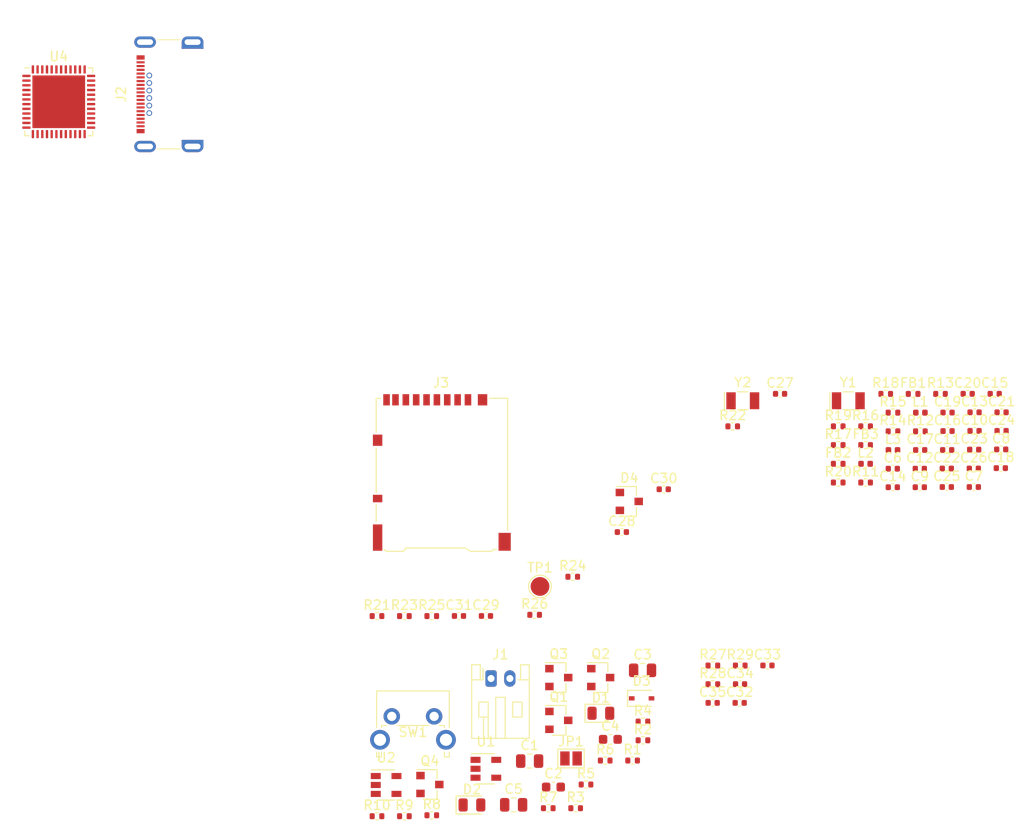
<source format=kicad_pcb>
(kicad_pcb (version 20171130) (host pcbnew "(5.1.9-0-10_14)")

  (general
    (thickness 1.6)
    (drawings 0)
    (tracks 0)
    (zones 0)
    (modules 89)
    (nets 90)
  )

  (page A4)
  (layers
    (0 F.Cu signal)
    (31 B.Cu signal)
    (32 B.Adhes user)
    (33 F.Adhes user)
    (34 B.Paste user)
    (35 F.Paste user)
    (36 B.SilkS user)
    (37 F.SilkS user)
    (38 B.Mask user)
    (39 F.Mask user)
    (40 Dwgs.User user)
    (41 Cmts.User user)
    (42 Eco1.User user)
    (43 Eco2.User user)
    (44 Edge.Cuts user)
    (45 Margin user)
    (46 B.CrtYd user)
    (47 F.CrtYd user)
    (48 B.Fab user)
    (49 F.Fab user)
  )

  (setup
    (last_trace_width 0.25)
    (trace_clearance 0.2)
    (zone_clearance 0.508)
    (zone_45_only no)
    (trace_min 0.2)
    (via_size 0.8)
    (via_drill 0.4)
    (via_min_size 0.4)
    (via_min_drill 0.3)
    (uvia_size 0.3)
    (uvia_drill 0.1)
    (uvias_allowed no)
    (uvia_min_size 0.2)
    (uvia_min_drill 0.1)
    (edge_width 0.05)
    (segment_width 0.2)
    (pcb_text_width 0.3)
    (pcb_text_size 1.5 1.5)
    (mod_edge_width 0.12)
    (mod_text_size 1 1)
    (mod_text_width 0.15)
    (pad_size 1.524 1.524)
    (pad_drill 0.762)
    (pad_to_mask_clearance 0)
    (aux_axis_origin 0 0)
    (visible_elements FFFFFF7F)
    (pcbplotparams
      (layerselection 0x010fc_ffffffff)
      (usegerberextensions false)
      (usegerberattributes true)
      (usegerberadvancedattributes true)
      (creategerberjobfile true)
      (excludeedgelayer true)
      (linewidth 0.100000)
      (plotframeref false)
      (viasonmask false)
      (mode 1)
      (useauxorigin false)
      (hpglpennumber 1)
      (hpglpenspeed 20)
      (hpglpendiameter 15.000000)
      (psnegative false)
      (psa4output false)
      (plotreference true)
      (plotvalue true)
      (plotinvisibletext false)
      (padsonsilk false)
      (subtractmaskfromsilk false)
      (outputformat 1)
      (mirror false)
      (drillshape 1)
      (scaleselection 1)
      (outputdirectory ""))
  )

  (net 0 "")
  (net 1 GND)
  (net 2 VBUS)
  (net 3 /CPU/ADC1_IN2)
  (net 4 +BATT)
  (net 5 /Power/PSU_BTN_RAW)
  (net 6 +3V3)
  (net 7 "Net-(C6-Pad2)")
  (net 8 "Net-(C7-Pad1)")
  (net 9 "Net-(C10-Pad1)")
  (net 10 "Net-(C12-Pad1)")
  (net 11 "Net-(C15-Pad1)")
  (net 12 "Net-(C16-Pad1)")
  (net 13 "Net-(C17-Pad2)")
  (net 14 "Net-(C20-Pad2)")
  (net 15 "Net-(C22-Pad2)")
  (net 16 /CPU/HS_OSC0)
  (net 17 /CPU/HS_OSC1)
  (net 18 /CPU/NRST)
  (net 19 "Net-(C30-Pad1)")
  (net 20 /I2S_DAC_AMP/SPK_OUT-)
  (net 21 /I2S_DAC_AMP/SPKOUT+)
  (net 22 /Power/CHG_STAT_LED)
  (net 23 /Power/CHG_5V_LED)
  (net 24 /Power/PSU_EN)
  (net 25 "Net-(D4-Pad3)")
  (net 26 "Net-(FB1-Pad2)")
  (net 27 "Net-(J2-PadB2)")
  (net 28 "Net-(J2-PadB3)")
  (net 29 "Net-(J2-PadA11)")
  (net 30 "Net-(J2-PadA10)")
  (net 31 "Net-(J2-PadA8)")
  (net 32 /CPU/USB_D-)
  (net 33 /CPU/USB_D+)
  (net 34 "Net-(J2-PadA5)")
  (net 35 "Net-(J2-PadA3)")
  (net 36 "Net-(J2-PadA2)")
  (net 37 "Net-(J2-PadB10)")
  (net 38 "Net-(J2-PadB11)")
  (net 39 "Net-(J2-PadB5)")
  (net 40 "Net-(J2-PadB8)")
  (net 41 /CPU/SDIO_DET)
  (net 42 /CPU/SDIO_D0)
  (net 43 /CPU/SDIO_CLK)
  (net 44 /CPU/SDIO_CMD)
  (net 45 /CPU/SDIO_D3)
  (net 46 /CPU/SDIO_D2)
  (net 47 /CPU/SDIO_D1)
  (net 48 "Net-(J3-Pad9)")
  (net 49 "Net-(JP1-Pad2)")
  (net 50 "Net-(L1-Pad1)")
  (net 51 "Net-(L2-Pad2)")
  (net 52 /CPU/MEAS_EN)
  (net 53 /CPU/BTN_PWR)
  (net 54 /CPU/PW_HOLD)
  (net 55 /Power/PSU_EN_BUF)
  (net 56 /Power/CHG_PROG)
  (net 57 "Net-(R5-Pad2)")
  (net 58 "Net-(R11-Pad1)")
  (net 59 "Net-(R13-Pad1)")
  (net 60 "Net-(R15-Pad1)")
  (net 61 "Net-(R16-Pad1)")
  (net 62 "Net-(R17-Pad1)")
  (net 63 "Net-(R18-Pad2)")
  (net 64 "Net-(R19-Pad2)")
  (net 65 "Net-(R24-Pad1)")
  (net 66 /I2S_DAC_AMP/GAIN)
  (net 67 /I2S_DAC_AMP/I2S_SD_MODE)
  (net 68 "Net-(U2-Pad4)")
  (net 69 "Net-(U4-Pad45)")
  (net 70 /CPU/NFC_RX)
  (net 71 /CPU/NFC_MISO)
  (net 72 "Net-(U4-Pad38)")
  (net 73 /CPU/SWCLK)
  (net 74 /CPU/SWDIO)
  (net 75 /CPU/NFC_TX)
  (net 76 /CPU/DAC_BCLK)
  (net 77 /CPU/DAC_LRCK)
  (net 78 "Net-(U4-Pad21)")
  (net 79 "Net-(U4-Pad20)")
  (net 80 "Net-(U4-Pad19)")
  (net 81 /CPU/NFC_SPI_MOSI)
  (net 82 /CPU/NFC_SPI_SCK)
  (net 83 /CPU/NFC_SPI_CS)
  (net 84 "Net-(U4-Pad13)")
  (net 85 /CPU/DAC_DATA)
  (net 86 "Net-(U4-Pad10)")
  (net 87 "Net-(U4-Pad4)")
  (net 88 "Net-(U4-Pad3)")
  (net 89 "Net-(U4-Pad2)")

  (net_class Default "This is the default net class."
    (clearance 0.2)
    (trace_width 0.25)
    (via_dia 0.8)
    (via_drill 0.4)
    (uvia_dia 0.3)
    (uvia_drill 0.1)
    (add_net +3V3)
    (add_net +BATT)
    (add_net /CPU/ADC1_IN2)
    (add_net /CPU/BTN_PWR)
    (add_net /CPU/DAC_BCLK)
    (add_net /CPU/DAC_DATA)
    (add_net /CPU/DAC_LRCK)
    (add_net /CPU/HS_OSC0)
    (add_net /CPU/HS_OSC1)
    (add_net /CPU/MEAS_EN)
    (add_net /CPU/NFC_MISO)
    (add_net /CPU/NFC_RX)
    (add_net /CPU/NFC_SPI_CS)
    (add_net /CPU/NFC_SPI_MOSI)
    (add_net /CPU/NFC_SPI_SCK)
    (add_net /CPU/NFC_TX)
    (add_net /CPU/NRST)
    (add_net /CPU/PW_HOLD)
    (add_net /CPU/SDIO_CLK)
    (add_net /CPU/SDIO_CMD)
    (add_net /CPU/SDIO_D0)
    (add_net /CPU/SDIO_D1)
    (add_net /CPU/SDIO_D2)
    (add_net /CPU/SDIO_D3)
    (add_net /CPU/SDIO_DET)
    (add_net /CPU/SWCLK)
    (add_net /CPU/SWDIO)
    (add_net /CPU/USB_D+)
    (add_net /CPU/USB_D-)
    (add_net /I2S_DAC_AMP/GAIN)
    (add_net /I2S_DAC_AMP/I2S_SD_MODE)
    (add_net /I2S_DAC_AMP/SPKOUT+)
    (add_net /I2S_DAC_AMP/SPK_OUT-)
    (add_net /Power/CHG_5V_LED)
    (add_net /Power/CHG_PROG)
    (add_net /Power/CHG_STAT_LED)
    (add_net /Power/PSU_BTN_RAW)
    (add_net /Power/PSU_EN)
    (add_net /Power/PSU_EN_BUF)
    (add_net GND)
    (add_net "Net-(C10-Pad1)")
    (add_net "Net-(C12-Pad1)")
    (add_net "Net-(C15-Pad1)")
    (add_net "Net-(C16-Pad1)")
    (add_net "Net-(C17-Pad2)")
    (add_net "Net-(C20-Pad2)")
    (add_net "Net-(C22-Pad2)")
    (add_net "Net-(C30-Pad1)")
    (add_net "Net-(C6-Pad2)")
    (add_net "Net-(C7-Pad1)")
    (add_net "Net-(D4-Pad3)")
    (add_net "Net-(FB1-Pad2)")
    (add_net "Net-(J2-PadA10)")
    (add_net "Net-(J2-PadA11)")
    (add_net "Net-(J2-PadA2)")
    (add_net "Net-(J2-PadA3)")
    (add_net "Net-(J2-PadA5)")
    (add_net "Net-(J2-PadA8)")
    (add_net "Net-(J2-PadB10)")
    (add_net "Net-(J2-PadB11)")
    (add_net "Net-(J2-PadB2)")
    (add_net "Net-(J2-PadB3)")
    (add_net "Net-(J2-PadB5)")
    (add_net "Net-(J2-PadB8)")
    (add_net "Net-(J3-Pad9)")
    (add_net "Net-(JP1-Pad2)")
    (add_net "Net-(L1-Pad1)")
    (add_net "Net-(L2-Pad2)")
    (add_net "Net-(R11-Pad1)")
    (add_net "Net-(R13-Pad1)")
    (add_net "Net-(R15-Pad1)")
    (add_net "Net-(R16-Pad1)")
    (add_net "Net-(R17-Pad1)")
    (add_net "Net-(R18-Pad2)")
    (add_net "Net-(R19-Pad2)")
    (add_net "Net-(R24-Pad1)")
    (add_net "Net-(R5-Pad2)")
    (add_net "Net-(U2-Pad4)")
    (add_net "Net-(U4-Pad10)")
    (add_net "Net-(U4-Pad13)")
    (add_net "Net-(U4-Pad19)")
    (add_net "Net-(U4-Pad2)")
    (add_net "Net-(U4-Pad20)")
    (add_net "Net-(U4-Pad21)")
    (add_net "Net-(U4-Pad3)")
    (add_net "Net-(U4-Pad38)")
    (add_net "Net-(U4-Pad4)")
    (add_net "Net-(U4-Pad45)")
    (add_net VBUS)
  )

  (module Crystal:Crystal_SMD_EuroQuartz_EQ161-2Pin_3.2x1.5mm (layer F.Cu) (tedit 5A0FD1B2) (tstamp 6106FB12)
    (at 147.8085 127.38436)
    (descr "SMD Crystal EuroQuartz EQ161 series http://cdn-reichelt.de/documents/datenblatt/B400/PG32768C.pdf, 3.2x1.5mm^2 package")
    (tags "SMD SMT crystal")
    (path /60FFCEAC/6111F0CA)
    (attr smd)
    (fp_text reference Y2 (at 0 -1.95) (layer F.SilkS)
      (effects (font (size 1 1) (thickness 0.15)))
    )
    (fp_text value 24Mhz (at 0 1.95) (layer F.Fab)
      (effects (font (size 1 1) (thickness 0.15)))
    )
    (fp_text user %R (at 0 0) (layer F.Fab)
      (effects (font (size 0.7 0.7) (thickness 0.105)))
    )
    (fp_line (start -1.5 -0.75) (end 1.5 -0.75) (layer F.Fab) (width 0.1))
    (fp_line (start 1.5 -0.75) (end 1.6 -0.65) (layer F.Fab) (width 0.1))
    (fp_line (start 1.6 -0.65) (end 1.6 0.65) (layer F.Fab) (width 0.1))
    (fp_line (start 1.6 0.65) (end 1.5 0.75) (layer F.Fab) (width 0.1))
    (fp_line (start 1.5 0.75) (end -1.5 0.75) (layer F.Fab) (width 0.1))
    (fp_line (start -1.5 0.75) (end -1.6 0.65) (layer F.Fab) (width 0.1))
    (fp_line (start -1.6 0.65) (end -1.6 -0.65) (layer F.Fab) (width 0.1))
    (fp_line (start -1.6 -0.65) (end -1.5 -0.75) (layer F.Fab) (width 0.1))
    (fp_line (start -1.6 0.25) (end -1.1 0.75) (layer F.Fab) (width 0.1))
    (fp_line (start -0.55 -0.95) (end 0.55 -0.95) (layer F.SilkS) (width 0.12))
    (fp_line (start -0.55 0.95) (end 0.55 0.95) (layer F.SilkS) (width 0.12))
    (fp_line (start -1.95 -0.9) (end -1.95 0.9) (layer F.SilkS) (width 0.12))
    (fp_line (start -2 -1.2) (end -2 1.2) (layer F.CrtYd) (width 0.05))
    (fp_line (start -2 1.2) (end 2 1.2) (layer F.CrtYd) (width 0.05))
    (fp_line (start 2 1.2) (end 2 -1.2) (layer F.CrtYd) (width 0.05))
    (fp_line (start 2 -1.2) (end -2 -1.2) (layer F.CrtYd) (width 0.05))
    (pad 2 smd rect (at 1.25 0) (size 1 1.8) (layers F.Cu F.Paste F.Mask)
      (net 1 GND))
    (pad 1 smd rect (at -1.25 0) (size 1 1.8) (layers F.Cu F.Paste F.Mask)
      (net 17 /CPU/HS_OSC1))
    (model ${KISYS3DMOD}/Crystal.3dshapes/Crystal_SMD_EuroQuartz_EQ161-2Pin_3.2x1.5mm.wrl
      (at (xyz 0 0 0))
      (scale (xyz 1 1 1))
      (rotate (xyz 0 0 0))
    )
  )

  (module Crystal:Crystal_SMD_EuroQuartz_EQ161-2Pin_3.2x1.5mm (layer F.Cu) (tedit 5A0FD1B2) (tstamp 6106FAFB)
    (at 159.0185 127.38436)
    (descr "SMD Crystal EuroQuartz EQ161 series http://cdn-reichelt.de/documents/datenblatt/B400/PG32768C.pdf, 3.2x1.5mm^2 package")
    (tags "SMD SMT crystal")
    (path /60FE21EE/614DFEFE)
    (attr smd)
    (fp_text reference Y1 (at 0 -1.95) (layer F.SilkS)
      (effects (font (size 1 1) (thickness 0.15)))
    )
    (fp_text value 27,12Mhz (at 0 1.95) (layer F.Fab)
      (effects (font (size 1 1) (thickness 0.15)))
    )
    (fp_text user %R (at 0 0) (layer F.Fab)
      (effects (font (size 0.7 0.7) (thickness 0.105)))
    )
    (fp_line (start -1.5 -0.75) (end 1.5 -0.75) (layer F.Fab) (width 0.1))
    (fp_line (start 1.5 -0.75) (end 1.6 -0.65) (layer F.Fab) (width 0.1))
    (fp_line (start 1.6 -0.65) (end 1.6 0.65) (layer F.Fab) (width 0.1))
    (fp_line (start 1.6 0.65) (end 1.5 0.75) (layer F.Fab) (width 0.1))
    (fp_line (start 1.5 0.75) (end -1.5 0.75) (layer F.Fab) (width 0.1))
    (fp_line (start -1.5 0.75) (end -1.6 0.65) (layer F.Fab) (width 0.1))
    (fp_line (start -1.6 0.65) (end -1.6 -0.65) (layer F.Fab) (width 0.1))
    (fp_line (start -1.6 -0.65) (end -1.5 -0.75) (layer F.Fab) (width 0.1))
    (fp_line (start -1.6 0.25) (end -1.1 0.75) (layer F.Fab) (width 0.1))
    (fp_line (start -0.55 -0.95) (end 0.55 -0.95) (layer F.SilkS) (width 0.12))
    (fp_line (start -0.55 0.95) (end 0.55 0.95) (layer F.SilkS) (width 0.12))
    (fp_line (start -1.95 -0.9) (end -1.95 0.9) (layer F.SilkS) (width 0.12))
    (fp_line (start -2 -1.2) (end -2 1.2) (layer F.CrtYd) (width 0.05))
    (fp_line (start -2 1.2) (end 2 1.2) (layer F.CrtYd) (width 0.05))
    (fp_line (start 2 1.2) (end 2 -1.2) (layer F.CrtYd) (width 0.05))
    (fp_line (start 2 -1.2) (end -2 -1.2) (layer F.CrtYd) (width 0.05))
    (pad 2 smd rect (at 1.25 0) (size 1 1.8) (layers F.Cu F.Paste F.Mask)
      (net 1 GND))
    (pad 1 smd rect (at -1.25 0) (size 1 1.8) (layers F.Cu F.Paste F.Mask)
      (net 7 "Net-(C6-Pad2)"))
    (model ${KISYS3DMOD}/Crystal.3dshapes/Crystal_SMD_EuroQuartz_EQ161-2Pin_3.2x1.5mm.wrl
      (at (xyz 0 0 0))
      (scale (xyz 1 1 1))
      (rotate (xyz 0 0 0))
    )
  )

  (module Package_DFN_QFN:QFN-48-1EP_7x7mm_P0.5mm_EP5.6x5.6mm (layer F.Cu) (tedit 5DC5F6A5) (tstamp 6106FAE4)
    (at 75.12132 95.59202)
    (descr "QFN, 48 Pin (http://www.st.com/resource/en/datasheet/stm32f042k6.pdf#page=94), generated with kicad-footprint-generator ipc_noLead_generator.py")
    (tags "QFN NoLead")
    (path /60FFCEAC/60FFEB11)
    (attr smd)
    (fp_text reference U4 (at 0 -4.82) (layer F.SilkS)
      (effects (font (size 1 1) (thickness 0.15)))
    )
    (fp_text value STM32F411CEUx (at 0 4.82) (layer F.Fab)
      (effects (font (size 1 1) (thickness 0.15)))
    )
    (fp_text user %R (at 0 0) (layer F.Fab)
      (effects (font (size 1 1) (thickness 0.15)))
    )
    (fp_line (start 3.135 -3.61) (end 3.61 -3.61) (layer F.SilkS) (width 0.12))
    (fp_line (start 3.61 -3.61) (end 3.61 -3.135) (layer F.SilkS) (width 0.12))
    (fp_line (start -3.135 3.61) (end -3.61 3.61) (layer F.SilkS) (width 0.12))
    (fp_line (start -3.61 3.61) (end -3.61 3.135) (layer F.SilkS) (width 0.12))
    (fp_line (start 3.135 3.61) (end 3.61 3.61) (layer F.SilkS) (width 0.12))
    (fp_line (start 3.61 3.61) (end 3.61 3.135) (layer F.SilkS) (width 0.12))
    (fp_line (start -3.135 -3.61) (end -3.61 -3.61) (layer F.SilkS) (width 0.12))
    (fp_line (start -2.5 -3.5) (end 3.5 -3.5) (layer F.Fab) (width 0.1))
    (fp_line (start 3.5 -3.5) (end 3.5 3.5) (layer F.Fab) (width 0.1))
    (fp_line (start 3.5 3.5) (end -3.5 3.5) (layer F.Fab) (width 0.1))
    (fp_line (start -3.5 3.5) (end -3.5 -2.5) (layer F.Fab) (width 0.1))
    (fp_line (start -3.5 -2.5) (end -2.5 -3.5) (layer F.Fab) (width 0.1))
    (fp_line (start -4.12 -4.12) (end -4.12 4.12) (layer F.CrtYd) (width 0.05))
    (fp_line (start -4.12 4.12) (end 4.12 4.12) (layer F.CrtYd) (width 0.05))
    (fp_line (start 4.12 4.12) (end 4.12 -4.12) (layer F.CrtYd) (width 0.05))
    (fp_line (start 4.12 -4.12) (end -4.12 -4.12) (layer F.CrtYd) (width 0.05))
    (pad "" smd roundrect (at 2.1 2.1) (size 1.13 1.13) (layers F.Paste) (roundrect_rratio 0.221239))
    (pad "" smd roundrect (at 2.1 0.7) (size 1.13 1.13) (layers F.Paste) (roundrect_rratio 0.221239))
    (pad "" smd roundrect (at 2.1 -0.7) (size 1.13 1.13) (layers F.Paste) (roundrect_rratio 0.221239))
    (pad "" smd roundrect (at 2.1 -2.1) (size 1.13 1.13) (layers F.Paste) (roundrect_rratio 0.221239))
    (pad "" smd roundrect (at 0.7 2.1) (size 1.13 1.13) (layers F.Paste) (roundrect_rratio 0.221239))
    (pad "" smd roundrect (at 0.7 0.7) (size 1.13 1.13) (layers F.Paste) (roundrect_rratio 0.221239))
    (pad "" smd roundrect (at 0.7 -0.7) (size 1.13 1.13) (layers F.Paste) (roundrect_rratio 0.221239))
    (pad "" smd roundrect (at 0.7 -2.1) (size 1.13 1.13) (layers F.Paste) (roundrect_rratio 0.221239))
    (pad "" smd roundrect (at -0.7 2.1) (size 1.13 1.13) (layers F.Paste) (roundrect_rratio 0.221239))
    (pad "" smd roundrect (at -0.7 0.7) (size 1.13 1.13) (layers F.Paste) (roundrect_rratio 0.221239))
    (pad "" smd roundrect (at -0.7 -0.7) (size 1.13 1.13) (layers F.Paste) (roundrect_rratio 0.221239))
    (pad "" smd roundrect (at -0.7 -2.1) (size 1.13 1.13) (layers F.Paste) (roundrect_rratio 0.221239))
    (pad "" smd roundrect (at -2.1 2.1) (size 1.13 1.13) (layers F.Paste) (roundrect_rratio 0.221239))
    (pad "" smd roundrect (at -2.1 0.7) (size 1.13 1.13) (layers F.Paste) (roundrect_rratio 0.221239))
    (pad "" smd roundrect (at -2.1 -0.7) (size 1.13 1.13) (layers F.Paste) (roundrect_rratio 0.221239))
    (pad "" smd roundrect (at -2.1 -2.1) (size 1.13 1.13) (layers F.Paste) (roundrect_rratio 0.221239))
    (pad 49 smd rect (at 0 0) (size 5.6 5.6) (layers F.Cu F.Mask)
      (net 1 GND))
    (pad 48 smd roundrect (at -2.75 -3.4375) (size 0.25 0.875) (layers F.Cu F.Paste F.Mask) (roundrect_rratio 0.25)
      (net 6 +3V3))
    (pad 47 smd roundrect (at -2.25 -3.4375) (size 0.25 0.875) (layers F.Cu F.Paste F.Mask) (roundrect_rratio 0.25)
      (net 1 GND))
    (pad 46 smd roundrect (at -1.75 -3.4375) (size 0.25 0.875) (layers F.Cu F.Paste F.Mask) (roundrect_rratio 0.25)
      (net 41 /CPU/SDIO_DET))
    (pad 45 smd roundrect (at -1.25 -3.4375) (size 0.25 0.875) (layers F.Cu F.Paste F.Mask) (roundrect_rratio 0.25)
      (net 69 "Net-(U4-Pad45)"))
    (pad 44 smd roundrect (at -0.75 -3.4375) (size 0.25 0.875) (layers F.Cu F.Paste F.Mask) (roundrect_rratio 0.25)
      (net 65 "Net-(R24-Pad1)"))
    (pad 43 smd roundrect (at -0.25 -3.4375) (size 0.25 0.875) (layers F.Cu F.Paste F.Mask) (roundrect_rratio 0.25)
      (net 42 /CPU/SDIO_D0))
    (pad 42 smd roundrect (at 0.25 -3.4375) (size 0.25 0.875) (layers F.Cu F.Paste F.Mask) (roundrect_rratio 0.25)
      (net 70 /CPU/NFC_RX))
    (pad 41 smd roundrect (at 0.75 -3.4375) (size 0.25 0.875) (layers F.Cu F.Paste F.Mask) (roundrect_rratio 0.25)
      (net 45 /CPU/SDIO_D3))
    (pad 40 smd roundrect (at 1.25 -3.4375) (size 0.25 0.875) (layers F.Cu F.Paste F.Mask) (roundrect_rratio 0.25)
      (net 71 /CPU/NFC_MISO))
    (pad 39 smd roundrect (at 1.75 -3.4375) (size 0.25 0.875) (layers F.Cu F.Paste F.Mask) (roundrect_rratio 0.25)
      (net 52 /CPU/MEAS_EN))
    (pad 38 smd roundrect (at 2.25 -3.4375) (size 0.25 0.875) (layers F.Cu F.Paste F.Mask) (roundrect_rratio 0.25)
      (net 72 "Net-(U4-Pad38)"))
    (pad 37 smd roundrect (at 2.75 -3.4375) (size 0.25 0.875) (layers F.Cu F.Paste F.Mask) (roundrect_rratio 0.25)
      (net 73 /CPU/SWCLK))
    (pad 36 smd roundrect (at 3.4375 -2.75) (size 0.875 0.25) (layers F.Cu F.Paste F.Mask) (roundrect_rratio 0.25)
      (net 6 +3V3))
    (pad 35 smd roundrect (at 3.4375 -2.25) (size 0.875 0.25) (layers F.Cu F.Paste F.Mask) (roundrect_rratio 0.25)
      (net 1 GND))
    (pad 34 smd roundrect (at 3.4375 -1.75) (size 0.875 0.25) (layers F.Cu F.Paste F.Mask) (roundrect_rratio 0.25)
      (net 74 /CPU/SWDIO))
    (pad 33 smd roundrect (at 3.4375 -1.25) (size 0.875 0.25) (layers F.Cu F.Paste F.Mask) (roundrect_rratio 0.25)
      (net 33 /CPU/USB_D+))
    (pad 32 smd roundrect (at 3.4375 -0.75) (size 0.875 0.25) (layers F.Cu F.Paste F.Mask) (roundrect_rratio 0.25)
      (net 32 /CPU/USB_D-))
    (pad 31 smd roundrect (at 3.4375 -0.25) (size 0.875 0.25) (layers F.Cu F.Paste F.Mask) (roundrect_rratio 0.25)
      (net 75 /CPU/NFC_TX))
    (pad 30 smd roundrect (at 3.4375 0.25) (size 0.875 0.25) (layers F.Cu F.Paste F.Mask) (roundrect_rratio 0.25)
      (net 46 /CPU/SDIO_D2))
    (pad 29 smd roundrect (at 3.4375 0.75) (size 0.875 0.25) (layers F.Cu F.Paste F.Mask) (roundrect_rratio 0.25)
      (net 47 /CPU/SDIO_D1))
    (pad 28 smd roundrect (at 3.4375 1.25) (size 0.875 0.25) (layers F.Cu F.Paste F.Mask) (roundrect_rratio 0.25)
      (net 43 /CPU/SDIO_CLK))
    (pad 27 smd roundrect (at 3.4375 1.75) (size 0.875 0.25) (layers F.Cu F.Paste F.Mask) (roundrect_rratio 0.25)
      (net 54 /CPU/PW_HOLD))
    (pad 26 smd roundrect (at 3.4375 2.25) (size 0.875 0.25) (layers F.Cu F.Paste F.Mask) (roundrect_rratio 0.25)
      (net 76 /CPU/DAC_BCLK))
    (pad 25 smd roundrect (at 3.4375 2.75) (size 0.875 0.25) (layers F.Cu F.Paste F.Mask) (roundrect_rratio 0.25)
      (net 77 /CPU/DAC_LRCK))
    (pad 24 smd roundrect (at 2.75 3.4375) (size 0.25 0.875) (layers F.Cu F.Paste F.Mask) (roundrect_rratio 0.25)
      (net 6 +3V3))
    (pad 23 smd roundrect (at 2.25 3.4375) (size 0.25 0.875) (layers F.Cu F.Paste F.Mask) (roundrect_rratio 0.25)
      (net 1 GND))
    (pad 22 smd roundrect (at 1.75 3.4375) (size 0.25 0.875) (layers F.Cu F.Paste F.Mask) (roundrect_rratio 0.25)
      (net 19 "Net-(C30-Pad1)"))
    (pad 21 smd roundrect (at 1.25 3.4375) (size 0.25 0.875) (layers F.Cu F.Paste F.Mask) (roundrect_rratio 0.25)
      (net 78 "Net-(U4-Pad21)"))
    (pad 20 smd roundrect (at 0.75 3.4375) (size 0.25 0.875) (layers F.Cu F.Paste F.Mask) (roundrect_rratio 0.25)
      (net 79 "Net-(U4-Pad20)"))
    (pad 19 smd roundrect (at 0.25 3.4375) (size 0.25 0.875) (layers F.Cu F.Paste F.Mask) (roundrect_rratio 0.25)
      (net 80 "Net-(U4-Pad19)"))
    (pad 18 smd roundrect (at -0.25 3.4375) (size 0.25 0.875) (layers F.Cu F.Paste F.Mask) (roundrect_rratio 0.25)
      (net 53 /CPU/BTN_PWR))
    (pad 17 smd roundrect (at -0.75 3.4375) (size 0.25 0.875) (layers F.Cu F.Paste F.Mask) (roundrect_rratio 0.25)
      (net 81 /CPU/NFC_SPI_MOSI))
    (pad 16 smd roundrect (at -1.25 3.4375) (size 0.25 0.875) (layers F.Cu F.Paste F.Mask) (roundrect_rratio 0.25)
      (net 44 /CPU/SDIO_CMD))
    (pad 15 smd roundrect (at -1.75 3.4375) (size 0.25 0.875) (layers F.Cu F.Paste F.Mask) (roundrect_rratio 0.25)
      (net 82 /CPU/NFC_SPI_SCK))
    (pad 14 smd roundrect (at -2.25 3.4375) (size 0.25 0.875) (layers F.Cu F.Paste F.Mask) (roundrect_rratio 0.25)
      (net 83 /CPU/NFC_SPI_CS))
    (pad 13 smd roundrect (at -2.75 3.4375) (size 0.25 0.875) (layers F.Cu F.Paste F.Mask) (roundrect_rratio 0.25)
      (net 84 "Net-(U4-Pad13)"))
    (pad 12 smd roundrect (at -3.4375 2.75) (size 0.875 0.25) (layers F.Cu F.Paste F.Mask) (roundrect_rratio 0.25)
      (net 3 /CPU/ADC1_IN2))
    (pad 11 smd roundrect (at -3.4375 2.25) (size 0.875 0.25) (layers F.Cu F.Paste F.Mask) (roundrect_rratio 0.25)
      (net 85 /CPU/DAC_DATA))
    (pad 10 smd roundrect (at -3.4375 1.75) (size 0.875 0.25) (layers F.Cu F.Paste F.Mask) (roundrect_rratio 0.25)
      (net 86 "Net-(U4-Pad10)"))
    (pad 9 smd roundrect (at -3.4375 1.25) (size 0.875 0.25) (layers F.Cu F.Paste F.Mask) (roundrect_rratio 0.25)
      (net 6 +3V3))
    (pad 8 smd roundrect (at -3.4375 0.75) (size 0.875 0.25) (layers F.Cu F.Paste F.Mask) (roundrect_rratio 0.25)
      (net 1 GND))
    (pad 7 smd roundrect (at -3.4375 0.25) (size 0.875 0.25) (layers F.Cu F.Paste F.Mask) (roundrect_rratio 0.25)
      (net 18 /CPU/NRST))
    (pad 6 smd roundrect (at -3.4375 -0.25) (size 0.875 0.25) (layers F.Cu F.Paste F.Mask) (roundrect_rratio 0.25)
      (net 17 /CPU/HS_OSC1))
    (pad 5 smd roundrect (at -3.4375 -0.75) (size 0.875 0.25) (layers F.Cu F.Paste F.Mask) (roundrect_rratio 0.25)
      (net 16 /CPU/HS_OSC0))
    (pad 4 smd roundrect (at -3.4375 -1.25) (size 0.875 0.25) (layers F.Cu F.Paste F.Mask) (roundrect_rratio 0.25)
      (net 87 "Net-(U4-Pad4)"))
    (pad 3 smd roundrect (at -3.4375 -1.75) (size 0.875 0.25) (layers F.Cu F.Paste F.Mask) (roundrect_rratio 0.25)
      (net 88 "Net-(U4-Pad3)"))
    (pad 2 smd roundrect (at -3.4375 -2.25) (size 0.875 0.25) (layers F.Cu F.Paste F.Mask) (roundrect_rratio 0.25)
      (net 89 "Net-(U4-Pad2)"))
    (pad 1 smd roundrect (at -3.4375 -2.75) (size 0.875 0.25) (layers F.Cu F.Paste F.Mask) (roundrect_rratio 0.25)
      (net 25 "Net-(D4-Pad3)"))
    (model ${KISYS3DMOD}/Package_DFN_QFN.3dshapes/QFN-48-1EP_7x7mm_P0.5mm_EP5.6x5.6mm.wrl
      (at (xyz 0 0 0))
      (scale (xyz 1 1 1))
      (rotate (xyz 0 0 0))
    )
  )

  (module Package_TO_SOT_SMD:SOT-23-5 (layer F.Cu) (tedit 5A02FF57) (tstamp 6106FA8E)
    (at 109.9085 168.23436)
    (descr "5-pin SOT23 package")
    (tags SOT-23-5)
    (path /60FE1698/615B2E29)
    (attr smd)
    (fp_text reference U2 (at 0 -2.9) (layer F.SilkS)
      (effects (font (size 1 1) (thickness 0.15)))
    )
    (fp_text value MIC94310-SYM5 (at 0 2.9) (layer F.Fab)
      (effects (font (size 1 1) (thickness 0.15)))
    )
    (fp_text user %R (at 0 0 90) (layer F.Fab)
      (effects (font (size 0.5 0.5) (thickness 0.075)))
    )
    (fp_line (start -0.9 1.61) (end 0.9 1.61) (layer F.SilkS) (width 0.12))
    (fp_line (start 0.9 -1.61) (end -1.55 -1.61) (layer F.SilkS) (width 0.12))
    (fp_line (start -1.9 -1.8) (end 1.9 -1.8) (layer F.CrtYd) (width 0.05))
    (fp_line (start 1.9 -1.8) (end 1.9 1.8) (layer F.CrtYd) (width 0.05))
    (fp_line (start 1.9 1.8) (end -1.9 1.8) (layer F.CrtYd) (width 0.05))
    (fp_line (start -1.9 1.8) (end -1.9 -1.8) (layer F.CrtYd) (width 0.05))
    (fp_line (start -0.9 -0.9) (end -0.25 -1.55) (layer F.Fab) (width 0.1))
    (fp_line (start 0.9 -1.55) (end -0.25 -1.55) (layer F.Fab) (width 0.1))
    (fp_line (start -0.9 -0.9) (end -0.9 1.55) (layer F.Fab) (width 0.1))
    (fp_line (start 0.9 1.55) (end -0.9 1.55) (layer F.Fab) (width 0.1))
    (fp_line (start 0.9 -1.55) (end 0.9 1.55) (layer F.Fab) (width 0.1))
    (pad 5 smd rect (at 1.1 -0.95) (size 1.06 0.65) (layers F.Cu F.Paste F.Mask)
      (net 6 +3V3))
    (pad 4 smd rect (at 1.1 0.95) (size 1.06 0.65) (layers F.Cu F.Paste F.Mask)
      (net 68 "Net-(U2-Pad4)"))
    (pad 3 smd rect (at -1.1 0.95) (size 1.06 0.65) (layers F.Cu F.Paste F.Mask)
      (net 55 /Power/PSU_EN_BUF))
    (pad 2 smd rect (at -1.1 0) (size 1.06 0.65) (layers F.Cu F.Paste F.Mask)
      (net 1 GND))
    (pad 1 smd rect (at -1.1 -0.95) (size 1.06 0.65) (layers F.Cu F.Paste F.Mask)
      (net 4 +BATT))
    (model ${KISYS3DMOD}/Package_TO_SOT_SMD.3dshapes/SOT-23-5.wrl
      (at (xyz 0 0 0))
      (scale (xyz 1 1 1))
      (rotate (xyz 0 0 0))
    )
  )

  (module Package_TO_SOT_SMD:SOT-23-5 (layer F.Cu) (tedit 5A02FF57) (tstamp 6106FA79)
    (at 120.5085 166.51436)
    (descr "5-pin SOT23 package")
    (tags SOT-23-5)
    (path /60FE1698/615B8118)
    (attr smd)
    (fp_text reference U1 (at 0 -2.9) (layer F.SilkS)
      (effects (font (size 1 1) (thickness 0.15)))
    )
    (fp_text value MCP73832T-2ACI_OT (at 0 2.9) (layer F.Fab)
      (effects (font (size 1 1) (thickness 0.15)))
    )
    (fp_text user %R (at 0 0 90) (layer F.Fab)
      (effects (font (size 0.5 0.5) (thickness 0.075)))
    )
    (fp_line (start -0.9 1.61) (end 0.9 1.61) (layer F.SilkS) (width 0.12))
    (fp_line (start 0.9 -1.61) (end -1.55 -1.61) (layer F.SilkS) (width 0.12))
    (fp_line (start -1.9 -1.8) (end 1.9 -1.8) (layer F.CrtYd) (width 0.05))
    (fp_line (start 1.9 -1.8) (end 1.9 1.8) (layer F.CrtYd) (width 0.05))
    (fp_line (start 1.9 1.8) (end -1.9 1.8) (layer F.CrtYd) (width 0.05))
    (fp_line (start -1.9 1.8) (end -1.9 -1.8) (layer F.CrtYd) (width 0.05))
    (fp_line (start -0.9 -0.9) (end -0.25 -1.55) (layer F.Fab) (width 0.1))
    (fp_line (start 0.9 -1.55) (end -0.25 -1.55) (layer F.Fab) (width 0.1))
    (fp_line (start -0.9 -0.9) (end -0.9 1.55) (layer F.Fab) (width 0.1))
    (fp_line (start 0.9 1.55) (end -0.9 1.55) (layer F.Fab) (width 0.1))
    (fp_line (start 0.9 -1.55) (end 0.9 1.55) (layer F.Fab) (width 0.1))
    (pad 5 smd rect (at 1.1 -0.95) (size 1.06 0.65) (layers F.Cu F.Paste F.Mask)
      (net 56 /Power/CHG_PROG))
    (pad 4 smd rect (at 1.1 0.95) (size 1.06 0.65) (layers F.Cu F.Paste F.Mask)
      (net 2 VBUS))
    (pad 3 smd rect (at -1.1 0.95) (size 1.06 0.65) (layers F.Cu F.Paste F.Mask)
      (net 4 +BATT))
    (pad 2 smd rect (at -1.1 0) (size 1.06 0.65) (layers F.Cu F.Paste F.Mask)
      (net 1 GND))
    (pad 1 smd rect (at -1.1 -0.95) (size 1.06 0.65) (layers F.Cu F.Paste F.Mask)
      (net 57 "Net-(R5-Pad2)"))
    (model ${KISYS3DMOD}/Package_TO_SOT_SMD.3dshapes/SOT-23-5.wrl
      (at (xyz 0 0 0))
      (scale (xyz 1 1 1))
      (rotate (xyz 0 0 0))
    )
  )

  (module TestPoint:TestPoint_Pad_D2.0mm (layer F.Cu) (tedit 5A0F774F) (tstamp 6106FA64)
    (at 126.2585 147.12436)
    (descr "SMD pad as test Point, diameter 2.0mm")
    (tags "test point SMD pad")
    (path /60FFCEAC/6106B619)
    (attr virtual)
    (fp_text reference TP1 (at 0 -1.998) (layer F.SilkS)
      (effects (font (size 1 1) (thickness 0.15)))
    )
    (fp_text value BOOT0 (at 0 2.05) (layer F.Fab)
      (effects (font (size 1 1) (thickness 0.15)))
    )
    (fp_text user %R (at 0 -2) (layer F.Fab)
      (effects (font (size 1 1) (thickness 0.15)))
    )
    (fp_circle (center 0 0) (end 1.5 0) (layer F.CrtYd) (width 0.05))
    (fp_circle (center 0 0) (end 0 1.2) (layer F.SilkS) (width 0.12))
    (pad 1 smd circle (at 0 0) (size 2 2) (layers F.Cu F.Mask)
      (net 65 "Net-(R24-Pad1)"))
  )

  (module Button_Switch_THT:SW_Tactile_SPST_Angled_PTS645Vx58-2LFS (layer F.Cu) (tedit 5A02FE31) (tstamp 6106FA5C)
    (at 110.5085 160.93936)
    (descr "tactile switch SPST right angle, PTS645VL58-2 LFS")
    (tags "tactile switch SPST angled PTS645VL58-2 LFS C&K Button")
    (path /60FE1698/615B2DE1)
    (fp_text reference SW1 (at 2.25 1.68) (layer F.SilkS)
      (effects (font (size 1 1) (thickness 0.15)))
    )
    (fp_text value SW_Push (at 2.25 5.38988) (layer F.Fab)
      (effects (font (size 1 1) (thickness 0.15)))
    )
    (fp_text user %R (at 2.25 1.68) (layer F.Fab)
      (effects (font (size 1 1) (thickness 0.15)))
    )
    (fp_line (start 0.5 -5.85) (end 0.5 -2.59) (layer F.Fab) (width 0.1))
    (fp_line (start 4 -5.85) (end 4 -2.59) (layer F.Fab) (width 0.1))
    (fp_line (start 0.5 -5.85) (end 4 -5.85) (layer F.Fab) (width 0.1))
    (fp_line (start -1.09 0.97) (end -1.09 1.2) (layer F.SilkS) (width 0.12))
    (fp_line (start 5.7 4.2) (end 5.7 0.86) (layer F.Fab) (width 0.1))
    (fp_line (start -1.5 4.2) (end -1.2 4.2) (layer F.Fab) (width 0.1))
    (fp_line (start -1.2 0.86) (end 5.7 0.86) (layer F.Fab) (width 0.1))
    (fp_line (start 6 4.2) (end 6 -2.59) (layer F.Fab) (width 0.1))
    (fp_line (start -2.5 -2.8) (end 7.05 -2.8) (layer F.CrtYd) (width 0.05))
    (fp_line (start 7.05 -2.8) (end 7.05 4.45) (layer F.CrtYd) (width 0.05))
    (fp_line (start 7.05 4.45) (end -2.5 4.45) (layer F.CrtYd) (width 0.05))
    (fp_line (start -2.5 4.45) (end -2.5 -2.8) (layer F.CrtYd) (width 0.05))
    (fp_line (start -1.61 -2.7) (end 6.11 -2.7) (layer F.SilkS) (width 0.12))
    (fp_line (start 6.11 -2.7) (end 6.11 1.2) (layer F.SilkS) (width 0.12))
    (fp_line (start -1.61 4.31) (end -1.09 4.31) (layer F.SilkS) (width 0.12))
    (fp_line (start -1.61 -2.7) (end -1.61 1.2) (layer F.SilkS) (width 0.12))
    (fp_line (start -1.5 -2.59) (end 6 -2.59) (layer F.Fab) (width 0.1))
    (fp_line (start -1.5 4.2) (end -1.5 -2.59) (layer F.Fab) (width 0.1))
    (fp_line (start 5.7 4.2) (end 6 4.2) (layer F.Fab) (width 0.1))
    (fp_line (start -1.2 4.2) (end -1.2 0.86) (layer F.Fab) (width 0.1))
    (fp_line (start 5.59 0.97) (end 5.59 1.2) (layer F.SilkS) (width 0.12))
    (fp_line (start -1.09 3.8) (end -1.09 4.31) (layer F.SilkS) (width 0.12))
    (fp_line (start -1.61 3.8) (end -1.61 4.31) (layer F.SilkS) (width 0.12))
    (fp_line (start 5.05 0.97) (end 5.59 0.97) (layer F.SilkS) (width 0.12))
    (fp_line (start 5.59 3.8) (end 5.59 4.31) (layer F.SilkS) (width 0.12))
    (fp_line (start 5.59 4.31) (end 6.11 4.31) (layer F.SilkS) (width 0.12))
    (fp_line (start 6.11 3.8) (end 6.11 4.31) (layer F.SilkS) (width 0.12))
    (fp_line (start -1.09 0.97) (end -0.55 0.97) (layer F.SilkS) (width 0.12))
    (fp_line (start 0.55 0.97) (end 3.95 0.97) (layer F.SilkS) (width 0.12))
    (pad "" thru_hole circle (at -1.25 2.49) (size 2.1 2.1) (drill 1.3) (layers *.Cu *.Mask))
    (pad 1 thru_hole circle (at 0 0) (size 1.75 1.75) (drill 0.99) (layers *.Cu *.Mask)
      (net 1 GND))
    (pad 2 thru_hole circle (at 4.5 0) (size 1.75 1.75) (drill 0.99) (layers *.Cu *.Mask)
      (net 5 /Power/PSU_BTN_RAW))
    (pad "" thru_hole circle (at 5.76 2.49) (size 2.1 2.1) (drill 1.3) (layers *.Cu *.Mask))
    (model ${KISYS3DMOD}/Button_Switch_THT.3dshapes/SW_Tactile_SPST_Angled_PTS645Vx58-2LFS.wrl
      (at (xyz 0 0 0))
      (scale (xyz 1 1 1))
      (rotate (xyz 0 0 0))
    )
  )

  (module Resistor_SMD:R_0402_1005Metric (layer F.Cu) (tedit 5F68FEEE) (tstamp 6106FA36)
    (at 147.5385 155.53436)
    (descr "Resistor SMD 0402 (1005 Metric), square (rectangular) end terminal, IPC_7351 nominal, (Body size source: IPC-SM-782 page 72, https://www.pcb-3d.com/wordpress/wp-content/uploads/ipc-sm-782a_amendment_1_and_2.pdf), generated with kicad-footprint-generator")
    (tags resistor)
    (path /60FDB9AA/60FE0CC0)
    (attr smd)
    (fp_text reference R29 (at 0 -1.17) (layer F.SilkS)
      (effects (font (size 1 1) (thickness 0.15)))
    )
    (fp_text value 1M (at 0 1.17) (layer F.Fab)
      (effects (font (size 1 1) (thickness 0.15)))
    )
    (fp_text user %R (at 0 0) (layer F.Fab)
      (effects (font (size 0.26 0.26) (thickness 0.04)))
    )
    (fp_line (start -0.525 0.27) (end -0.525 -0.27) (layer F.Fab) (width 0.1))
    (fp_line (start -0.525 -0.27) (end 0.525 -0.27) (layer F.Fab) (width 0.1))
    (fp_line (start 0.525 -0.27) (end 0.525 0.27) (layer F.Fab) (width 0.1))
    (fp_line (start 0.525 0.27) (end -0.525 0.27) (layer F.Fab) (width 0.1))
    (fp_line (start -0.153641 -0.38) (end 0.153641 -0.38) (layer F.SilkS) (width 0.12))
    (fp_line (start -0.153641 0.38) (end 0.153641 0.38) (layer F.SilkS) (width 0.12))
    (fp_line (start -0.93 0.47) (end -0.93 -0.47) (layer F.CrtYd) (width 0.05))
    (fp_line (start -0.93 -0.47) (end 0.93 -0.47) (layer F.CrtYd) (width 0.05))
    (fp_line (start 0.93 -0.47) (end 0.93 0.47) (layer F.CrtYd) (width 0.05))
    (fp_line (start 0.93 0.47) (end -0.93 0.47) (layer F.CrtYd) (width 0.05))
    (pad 2 smd roundrect (at 0.51 0) (size 0.54 0.64) (layers F.Cu F.Paste F.Mask) (roundrect_rratio 0.25)
      (net 67 /I2S_DAC_AMP/I2S_SD_MODE))
    (pad 1 smd roundrect (at -0.51 0) (size 0.54 0.64) (layers F.Cu F.Paste F.Mask) (roundrect_rratio 0.25)
      (net 6 +3V3))
    (model ${KISYS3DMOD}/Resistor_SMD.3dshapes/R_0402_1005Metric.wrl
      (at (xyz 0 0 0))
      (scale (xyz 1 1 1))
      (rotate (xyz 0 0 0))
    )
  )

  (module Resistor_SMD:R_0402_1005Metric (layer F.Cu) (tedit 5F68FEEE) (tstamp 6106FA25)
    (at 144.6285 157.52436)
    (descr "Resistor SMD 0402 (1005 Metric), square (rectangular) end terminal, IPC_7351 nominal, (Body size source: IPC-SM-782 page 72, https://www.pcb-3d.com/wordpress/wp-content/uploads/ipc-sm-782a_amendment_1_and_2.pdf), generated with kicad-footprint-generator")
    (tags resistor)
    (path /60FDB9AA/60FE0C7B)
    (attr smd)
    (fp_text reference R28 (at 0 -1.17) (layer F.SilkS)
      (effects (font (size 1 1) (thickness 0.15)))
    )
    (fp_text value R (at 0 1.17) (layer F.Fab)
      (effects (font (size 1 1) (thickness 0.15)))
    )
    (fp_text user %R (at 0 0) (layer F.Fab)
      (effects (font (size 0.26 0.26) (thickness 0.04)))
    )
    (fp_line (start -0.525 0.27) (end -0.525 -0.27) (layer F.Fab) (width 0.1))
    (fp_line (start -0.525 -0.27) (end 0.525 -0.27) (layer F.Fab) (width 0.1))
    (fp_line (start 0.525 -0.27) (end 0.525 0.27) (layer F.Fab) (width 0.1))
    (fp_line (start 0.525 0.27) (end -0.525 0.27) (layer F.Fab) (width 0.1))
    (fp_line (start -0.153641 -0.38) (end 0.153641 -0.38) (layer F.SilkS) (width 0.12))
    (fp_line (start -0.153641 0.38) (end 0.153641 0.38) (layer F.SilkS) (width 0.12))
    (fp_line (start -0.93 0.47) (end -0.93 -0.47) (layer F.CrtYd) (width 0.05))
    (fp_line (start -0.93 -0.47) (end 0.93 -0.47) (layer F.CrtYd) (width 0.05))
    (fp_line (start 0.93 -0.47) (end 0.93 0.47) (layer F.CrtYd) (width 0.05))
    (fp_line (start 0.93 0.47) (end -0.93 0.47) (layer F.CrtYd) (width 0.05))
    (pad 2 smd roundrect (at 0.51 0) (size 0.54 0.64) (layers F.Cu F.Paste F.Mask) (roundrect_rratio 0.25)
      (net 1 GND))
    (pad 1 smd roundrect (at -0.51 0) (size 0.54 0.64) (layers F.Cu F.Paste F.Mask) (roundrect_rratio 0.25)
      (net 66 /I2S_DAC_AMP/GAIN))
    (model ${KISYS3DMOD}/Resistor_SMD.3dshapes/R_0402_1005Metric.wrl
      (at (xyz 0 0 0))
      (scale (xyz 1 1 1))
      (rotate (xyz 0 0 0))
    )
  )

  (module Resistor_SMD:R_0402_1005Metric (layer F.Cu) (tedit 5F68FEEE) (tstamp 6106FA14)
    (at 144.6285 155.53436)
    (descr "Resistor SMD 0402 (1005 Metric), square (rectangular) end terminal, IPC_7351 nominal, (Body size source: IPC-SM-782 page 72, https://www.pcb-3d.com/wordpress/wp-content/uploads/ipc-sm-782a_amendment_1_and_2.pdf), generated with kicad-footprint-generator")
    (tags resistor)
    (path /60FDB9AA/60FE0C75)
    (attr smd)
    (fp_text reference R27 (at 0 -1.17) (layer F.SilkS)
      (effects (font (size 1 1) (thickness 0.15)))
    )
    (fp_text value R (at 0 1.17) (layer F.Fab)
      (effects (font (size 1 1) (thickness 0.15)))
    )
    (fp_text user %R (at 0 0) (layer F.Fab)
      (effects (font (size 0.26 0.26) (thickness 0.04)))
    )
    (fp_line (start -0.525 0.27) (end -0.525 -0.27) (layer F.Fab) (width 0.1))
    (fp_line (start -0.525 -0.27) (end 0.525 -0.27) (layer F.Fab) (width 0.1))
    (fp_line (start 0.525 -0.27) (end 0.525 0.27) (layer F.Fab) (width 0.1))
    (fp_line (start 0.525 0.27) (end -0.525 0.27) (layer F.Fab) (width 0.1))
    (fp_line (start -0.153641 -0.38) (end 0.153641 -0.38) (layer F.SilkS) (width 0.12))
    (fp_line (start -0.153641 0.38) (end 0.153641 0.38) (layer F.SilkS) (width 0.12))
    (fp_line (start -0.93 0.47) (end -0.93 -0.47) (layer F.CrtYd) (width 0.05))
    (fp_line (start -0.93 -0.47) (end 0.93 -0.47) (layer F.CrtYd) (width 0.05))
    (fp_line (start 0.93 -0.47) (end 0.93 0.47) (layer F.CrtYd) (width 0.05))
    (fp_line (start 0.93 0.47) (end -0.93 0.47) (layer F.CrtYd) (width 0.05))
    (pad 2 smd roundrect (at 0.51 0) (size 0.54 0.64) (layers F.Cu F.Paste F.Mask) (roundrect_rratio 0.25)
      (net 66 /I2S_DAC_AMP/GAIN))
    (pad 1 smd roundrect (at -0.51 0) (size 0.54 0.64) (layers F.Cu F.Paste F.Mask) (roundrect_rratio 0.25)
      (net 6 +3V3))
    (model ${KISYS3DMOD}/Resistor_SMD.3dshapes/R_0402_1005Metric.wrl
      (at (xyz 0 0 0))
      (scale (xyz 1 1 1))
      (rotate (xyz 0 0 0))
    )
  )

  (module Resistor_SMD:R_0402_1005Metric (layer F.Cu) (tedit 5F68FEEE) (tstamp 6106FA03)
    (at 125.6885 150.14436)
    (descr "Resistor SMD 0402 (1005 Metric), square (rectangular) end terminal, IPC_7351 nominal, (Body size source: IPC-SM-782 page 72, https://www.pcb-3d.com/wordpress/wp-content/uploads/ipc-sm-782a_amendment_1_and_2.pdf), generated with kicad-footprint-generator")
    (tags resistor)
    (path /60FFCEAC/6102C3B6)
    (attr smd)
    (fp_text reference R26 (at 0 -1.17) (layer F.SilkS)
      (effects (font (size 1 1) (thickness 0.15)))
    )
    (fp_text value 47K (at 0 1.17) (layer F.Fab)
      (effects (font (size 1 1) (thickness 0.15)))
    )
    (fp_text user %R (at 0 0) (layer F.Fab)
      (effects (font (size 0.26 0.26) (thickness 0.04)))
    )
    (fp_line (start -0.525 0.27) (end -0.525 -0.27) (layer F.Fab) (width 0.1))
    (fp_line (start -0.525 -0.27) (end 0.525 -0.27) (layer F.Fab) (width 0.1))
    (fp_line (start 0.525 -0.27) (end 0.525 0.27) (layer F.Fab) (width 0.1))
    (fp_line (start 0.525 0.27) (end -0.525 0.27) (layer F.Fab) (width 0.1))
    (fp_line (start -0.153641 -0.38) (end 0.153641 -0.38) (layer F.SilkS) (width 0.12))
    (fp_line (start -0.153641 0.38) (end 0.153641 0.38) (layer F.SilkS) (width 0.12))
    (fp_line (start -0.93 0.47) (end -0.93 -0.47) (layer F.CrtYd) (width 0.05))
    (fp_line (start -0.93 -0.47) (end 0.93 -0.47) (layer F.CrtYd) (width 0.05))
    (fp_line (start 0.93 -0.47) (end 0.93 0.47) (layer F.CrtYd) (width 0.05))
    (fp_line (start 0.93 0.47) (end -0.93 0.47) (layer F.CrtYd) (width 0.05))
    (pad 2 smd roundrect (at 0.51 0) (size 0.54 0.64) (layers F.Cu F.Paste F.Mask) (roundrect_rratio 0.25)
      (net 44 /CPU/SDIO_CMD))
    (pad 1 smd roundrect (at -0.51 0) (size 0.54 0.64) (layers F.Cu F.Paste F.Mask) (roundrect_rratio 0.25)
      (net 6 +3V3))
    (model ${KISYS3DMOD}/Resistor_SMD.3dshapes/R_0402_1005Metric.wrl
      (at (xyz 0 0 0))
      (scale (xyz 1 1 1))
      (rotate (xyz 0 0 0))
    )
  )

  (module Resistor_SMD:R_0402_1005Metric (layer F.Cu) (tedit 5F68FEEE) (tstamp 6106F9F2)
    (at 114.7585 150.27436)
    (descr "Resistor SMD 0402 (1005 Metric), square (rectangular) end terminal, IPC_7351 nominal, (Body size source: IPC-SM-782 page 72, https://www.pcb-3d.com/wordpress/wp-content/uploads/ipc-sm-782a_amendment_1_and_2.pdf), generated with kicad-footprint-generator")
    (tags resistor)
    (path /60FFCEAC/6102D76C)
    (attr smd)
    (fp_text reference R25 (at 0 -1.17) (layer F.SilkS)
      (effects (font (size 1 1) (thickness 0.15)))
    )
    (fp_text value 47K (at 0 1.17) (layer F.Fab)
      (effects (font (size 1 1) (thickness 0.15)))
    )
    (fp_text user %R (at 0 0) (layer F.Fab)
      (effects (font (size 0.26 0.26) (thickness 0.04)))
    )
    (fp_line (start -0.525 0.27) (end -0.525 -0.27) (layer F.Fab) (width 0.1))
    (fp_line (start -0.525 -0.27) (end 0.525 -0.27) (layer F.Fab) (width 0.1))
    (fp_line (start 0.525 -0.27) (end 0.525 0.27) (layer F.Fab) (width 0.1))
    (fp_line (start 0.525 0.27) (end -0.525 0.27) (layer F.Fab) (width 0.1))
    (fp_line (start -0.153641 -0.38) (end 0.153641 -0.38) (layer F.SilkS) (width 0.12))
    (fp_line (start -0.153641 0.38) (end 0.153641 0.38) (layer F.SilkS) (width 0.12))
    (fp_line (start -0.93 0.47) (end -0.93 -0.47) (layer F.CrtYd) (width 0.05))
    (fp_line (start -0.93 -0.47) (end 0.93 -0.47) (layer F.CrtYd) (width 0.05))
    (fp_line (start 0.93 -0.47) (end 0.93 0.47) (layer F.CrtYd) (width 0.05))
    (fp_line (start 0.93 0.47) (end -0.93 0.47) (layer F.CrtYd) (width 0.05))
    (pad 2 smd roundrect (at 0.51 0) (size 0.54 0.64) (layers F.Cu F.Paste F.Mask) (roundrect_rratio 0.25)
      (net 42 /CPU/SDIO_D0))
    (pad 1 smd roundrect (at -0.51 0) (size 0.54 0.64) (layers F.Cu F.Paste F.Mask) (roundrect_rratio 0.25)
      (net 6 +3V3))
    (model ${KISYS3DMOD}/Resistor_SMD.3dshapes/R_0402_1005Metric.wrl
      (at (xyz 0 0 0))
      (scale (xyz 1 1 1))
      (rotate (xyz 0 0 0))
    )
  )

  (module Resistor_SMD:R_0402_1005Metric (layer F.Cu) (tedit 5F68FEEE) (tstamp 6106F9E1)
    (at 129.7385 146.09436)
    (descr "Resistor SMD 0402 (1005 Metric), square (rectangular) end terminal, IPC_7351 nominal, (Body size source: IPC-SM-782 page 72, https://www.pcb-3d.com/wordpress/wp-content/uploads/ipc-sm-782a_amendment_1_and_2.pdf), generated with kicad-footprint-generator")
    (tags resistor)
    (path /60FFCEAC/6100069C)
    (attr smd)
    (fp_text reference R24 (at 0 -1.17) (layer F.SilkS)
      (effects (font (size 1 1) (thickness 0.15)))
    )
    (fp_text value 10K (at 0 1.17) (layer F.Fab)
      (effects (font (size 1 1) (thickness 0.15)))
    )
    (fp_text user %R (at 0 0) (layer F.Fab)
      (effects (font (size 0.26 0.26) (thickness 0.04)))
    )
    (fp_line (start -0.525 0.27) (end -0.525 -0.27) (layer F.Fab) (width 0.1))
    (fp_line (start -0.525 -0.27) (end 0.525 -0.27) (layer F.Fab) (width 0.1))
    (fp_line (start 0.525 -0.27) (end 0.525 0.27) (layer F.Fab) (width 0.1))
    (fp_line (start 0.525 0.27) (end -0.525 0.27) (layer F.Fab) (width 0.1))
    (fp_line (start -0.153641 -0.38) (end 0.153641 -0.38) (layer F.SilkS) (width 0.12))
    (fp_line (start -0.153641 0.38) (end 0.153641 0.38) (layer F.SilkS) (width 0.12))
    (fp_line (start -0.93 0.47) (end -0.93 -0.47) (layer F.CrtYd) (width 0.05))
    (fp_line (start -0.93 -0.47) (end 0.93 -0.47) (layer F.CrtYd) (width 0.05))
    (fp_line (start 0.93 -0.47) (end 0.93 0.47) (layer F.CrtYd) (width 0.05))
    (fp_line (start 0.93 0.47) (end -0.93 0.47) (layer F.CrtYd) (width 0.05))
    (pad 2 smd roundrect (at 0.51 0) (size 0.54 0.64) (layers F.Cu F.Paste F.Mask) (roundrect_rratio 0.25)
      (net 1 GND))
    (pad 1 smd roundrect (at -0.51 0) (size 0.54 0.64) (layers F.Cu F.Paste F.Mask) (roundrect_rratio 0.25)
      (net 65 "Net-(R24-Pad1)"))
    (model ${KISYS3DMOD}/Resistor_SMD.3dshapes/R_0402_1005Metric.wrl
      (at (xyz 0 0 0))
      (scale (xyz 1 1 1))
      (rotate (xyz 0 0 0))
    )
  )

  (module Resistor_SMD:R_0402_1005Metric (layer F.Cu) (tedit 5F68FEEE) (tstamp 6106F9D0)
    (at 111.8485 150.27436)
    (descr "Resistor SMD 0402 (1005 Metric), square (rectangular) end terminal, IPC_7351 nominal, (Body size source: IPC-SM-782 page 72, https://www.pcb-3d.com/wordpress/wp-content/uploads/ipc-sm-782a_amendment_1_and_2.pdf), generated with kicad-footprint-generator")
    (tags resistor)
    (path /60FFCEAC/61002EAD)
    (attr smd)
    (fp_text reference R23 (at 0 -1.17) (layer F.SilkS)
      (effects (font (size 1 1) (thickness 0.15)))
    )
    (fp_text value 10K (at 0 1.17) (layer F.Fab)
      (effects (font (size 1 1) (thickness 0.15)))
    )
    (fp_text user %R (at 0 0) (layer F.Fab)
      (effects (font (size 0.26 0.26) (thickness 0.04)))
    )
    (fp_line (start -0.525 0.27) (end -0.525 -0.27) (layer F.Fab) (width 0.1))
    (fp_line (start -0.525 -0.27) (end 0.525 -0.27) (layer F.Fab) (width 0.1))
    (fp_line (start 0.525 -0.27) (end 0.525 0.27) (layer F.Fab) (width 0.1))
    (fp_line (start 0.525 0.27) (end -0.525 0.27) (layer F.Fab) (width 0.1))
    (fp_line (start -0.153641 -0.38) (end 0.153641 -0.38) (layer F.SilkS) (width 0.12))
    (fp_line (start -0.153641 0.38) (end 0.153641 0.38) (layer F.SilkS) (width 0.12))
    (fp_line (start -0.93 0.47) (end -0.93 -0.47) (layer F.CrtYd) (width 0.05))
    (fp_line (start -0.93 -0.47) (end 0.93 -0.47) (layer F.CrtYd) (width 0.05))
    (fp_line (start 0.93 -0.47) (end 0.93 0.47) (layer F.CrtYd) (width 0.05))
    (fp_line (start 0.93 0.47) (end -0.93 0.47) (layer F.CrtYd) (width 0.05))
    (pad 2 smd roundrect (at 0.51 0) (size 0.54 0.64) (layers F.Cu F.Paste F.Mask) (roundrect_rratio 0.25)
      (net 18 /CPU/NRST))
    (pad 1 smd roundrect (at -0.51 0) (size 0.54 0.64) (layers F.Cu F.Paste F.Mask) (roundrect_rratio 0.25)
      (net 6 +3V3))
    (model ${KISYS3DMOD}/Resistor_SMD.3dshapes/R_0402_1005Metric.wrl
      (at (xyz 0 0 0))
      (scale (xyz 1 1 1))
      (rotate (xyz 0 0 0))
    )
  )

  (module Resistor_SMD:R_0402_1005Metric (layer F.Cu) (tedit 5F68FEEE) (tstamp 6106F9BF)
    (at 146.7385 130.10436)
    (descr "Resistor SMD 0402 (1005 Metric), square (rectangular) end terminal, IPC_7351 nominal, (Body size source: IPC-SM-782 page 72, https://www.pcb-3d.com/wordpress/wp-content/uploads/ipc-sm-782a_amendment_1_and_2.pdf), generated with kicad-footprint-generator")
    (tags resistor)
    (path /60FFCEAC/610F090D)
    (attr smd)
    (fp_text reference R22 (at 0 -1.17) (layer F.SilkS)
      (effects (font (size 1 1) (thickness 0.15)))
    )
    (fp_text value 10K (at 0 1.17) (layer F.Fab)
      (effects (font (size 1 1) (thickness 0.15)))
    )
    (fp_text user %R (at 0 0) (layer F.Fab)
      (effects (font (size 0.26 0.26) (thickness 0.04)))
    )
    (fp_line (start -0.525 0.27) (end -0.525 -0.27) (layer F.Fab) (width 0.1))
    (fp_line (start -0.525 -0.27) (end 0.525 -0.27) (layer F.Fab) (width 0.1))
    (fp_line (start 0.525 -0.27) (end 0.525 0.27) (layer F.Fab) (width 0.1))
    (fp_line (start 0.525 0.27) (end -0.525 0.27) (layer F.Fab) (width 0.1))
    (fp_line (start -0.153641 -0.38) (end 0.153641 -0.38) (layer F.SilkS) (width 0.12))
    (fp_line (start -0.153641 0.38) (end 0.153641 0.38) (layer F.SilkS) (width 0.12))
    (fp_line (start -0.93 0.47) (end -0.93 -0.47) (layer F.CrtYd) (width 0.05))
    (fp_line (start -0.93 -0.47) (end 0.93 -0.47) (layer F.CrtYd) (width 0.05))
    (fp_line (start 0.93 -0.47) (end 0.93 0.47) (layer F.CrtYd) (width 0.05))
    (fp_line (start 0.93 0.47) (end -0.93 0.47) (layer F.CrtYd) (width 0.05))
    (pad 2 smd roundrect (at 0.51 0) (size 0.54 0.64) (layers F.Cu F.Paste F.Mask) (roundrect_rratio 0.25)
      (net 1 GND))
    (pad 1 smd roundrect (at -0.51 0) (size 0.54 0.64) (layers F.Cu F.Paste F.Mask) (roundrect_rratio 0.25)
      (net 34 "Net-(J2-PadA5)"))
    (model ${KISYS3DMOD}/Resistor_SMD.3dshapes/R_0402_1005Metric.wrl
      (at (xyz 0 0 0))
      (scale (xyz 1 1 1))
      (rotate (xyz 0 0 0))
    )
  )

  (module Resistor_SMD:R_0402_1005Metric (layer F.Cu) (tedit 5F68FEEE) (tstamp 6106F9AE)
    (at 108.9385 150.27436)
    (descr "Resistor SMD 0402 (1005 Metric), square (rectangular) end terminal, IPC_7351 nominal, (Body size source: IPC-SM-782 page 72, https://www.pcb-3d.com/wordpress/wp-content/uploads/ipc-sm-782a_amendment_1_and_2.pdf), generated with kicad-footprint-generator")
    (tags resistor)
    (path /60FFCEAC/610F39C9)
    (attr smd)
    (fp_text reference R21 (at 0 -1.17) (layer F.SilkS)
      (effects (font (size 1 1) (thickness 0.15)))
    )
    (fp_text value 10K (at 0 1.17) (layer F.Fab)
      (effects (font (size 1 1) (thickness 0.15)))
    )
    (fp_text user %R (at 0 0) (layer F.Fab)
      (effects (font (size 0.26 0.26) (thickness 0.04)))
    )
    (fp_line (start -0.525 0.27) (end -0.525 -0.27) (layer F.Fab) (width 0.1))
    (fp_line (start -0.525 -0.27) (end 0.525 -0.27) (layer F.Fab) (width 0.1))
    (fp_line (start 0.525 -0.27) (end 0.525 0.27) (layer F.Fab) (width 0.1))
    (fp_line (start 0.525 0.27) (end -0.525 0.27) (layer F.Fab) (width 0.1))
    (fp_line (start -0.153641 -0.38) (end 0.153641 -0.38) (layer F.SilkS) (width 0.12))
    (fp_line (start -0.153641 0.38) (end 0.153641 0.38) (layer F.SilkS) (width 0.12))
    (fp_line (start -0.93 0.47) (end -0.93 -0.47) (layer F.CrtYd) (width 0.05))
    (fp_line (start -0.93 -0.47) (end 0.93 -0.47) (layer F.CrtYd) (width 0.05))
    (fp_line (start 0.93 -0.47) (end 0.93 0.47) (layer F.CrtYd) (width 0.05))
    (fp_line (start 0.93 0.47) (end -0.93 0.47) (layer F.CrtYd) (width 0.05))
    (pad 2 smd roundrect (at 0.51 0) (size 0.54 0.64) (layers F.Cu F.Paste F.Mask) (roundrect_rratio 0.25)
      (net 1 GND))
    (pad 1 smd roundrect (at -0.51 0) (size 0.54 0.64) (layers F.Cu F.Paste F.Mask) (roundrect_rratio 0.25)
      (net 39 "Net-(J2-PadB5)"))
    (model ${KISYS3DMOD}/Resistor_SMD.3dshapes/R_0402_1005Metric.wrl
      (at (xyz 0 0 0))
      (scale (xyz 1 1 1))
      (rotate (xyz 0 0 0))
    )
  )

  (module Resistor_SMD:R_0402_1005Metric (layer F.Cu) (tedit 5F68FEEE) (tstamp 6106F99D)
    (at 157.9485 136.07436)
    (descr "Resistor SMD 0402 (1005 Metric), square (rectangular) end terminal, IPC_7351 nominal, (Body size source: IPC-SM-782 page 72, https://www.pcb-3d.com/wordpress/wp-content/uploads/ipc-sm-782a_amendment_1_and_2.pdf), generated with kicad-footprint-generator")
    (tags resistor)
    (path /60FE21EE/614DFDBB)
    (attr smd)
    (fp_text reference R20 (at 0 -1.17) (layer F.SilkS)
      (effects (font (size 1 1) (thickness 0.15)))
    )
    (fp_text value R (at 0 1.17) (layer F.Fab)
      (effects (font (size 1 1) (thickness 0.15)))
    )
    (fp_text user %R (at 0 0) (layer F.Fab)
      (effects (font (size 0.26 0.26) (thickness 0.04)))
    )
    (fp_line (start -0.525 0.27) (end -0.525 -0.27) (layer F.Fab) (width 0.1))
    (fp_line (start -0.525 -0.27) (end 0.525 -0.27) (layer F.Fab) (width 0.1))
    (fp_line (start 0.525 -0.27) (end 0.525 0.27) (layer F.Fab) (width 0.1))
    (fp_line (start 0.525 0.27) (end -0.525 0.27) (layer F.Fab) (width 0.1))
    (fp_line (start -0.153641 -0.38) (end 0.153641 -0.38) (layer F.SilkS) (width 0.12))
    (fp_line (start -0.153641 0.38) (end 0.153641 0.38) (layer F.SilkS) (width 0.12))
    (fp_line (start -0.93 0.47) (end -0.93 -0.47) (layer F.CrtYd) (width 0.05))
    (fp_line (start -0.93 -0.47) (end 0.93 -0.47) (layer F.CrtYd) (width 0.05))
    (fp_line (start 0.93 -0.47) (end 0.93 0.47) (layer F.CrtYd) (width 0.05))
    (fp_line (start 0.93 0.47) (end -0.93 0.47) (layer F.CrtYd) (width 0.05))
    (pad 2 smd roundrect (at 0.51 0) (size 0.54 0.64) (layers F.Cu F.Paste F.Mask) (roundrect_rratio 0.25)
      (net 15 "Net-(C22-Pad2)"))
    (pad 1 smd roundrect (at -0.51 0) (size 0.54 0.64) (layers F.Cu F.Paste F.Mask) (roundrect_rratio 0.25)
      (net 14 "Net-(C20-Pad2)"))
    (model ${KISYS3DMOD}/Resistor_SMD.3dshapes/R_0402_1005Metric.wrl
      (at (xyz 0 0 0))
      (scale (xyz 1 1 1))
      (rotate (xyz 0 0 0))
    )
  )

  (module Resistor_SMD:R_0402_1005Metric (layer F.Cu) (tedit 5F68FEEE) (tstamp 6106F98C)
    (at 157.9485 130.10436)
    (descr "Resistor SMD 0402 (1005 Metric), square (rectangular) end terminal, IPC_7351 nominal, (Body size source: IPC-SM-782 page 72, https://www.pcb-3d.com/wordpress/wp-content/uploads/ipc-sm-782a_amendment_1_and_2.pdf), generated with kicad-footprint-generator")
    (tags resistor)
    (path /60FE21EE/614DFDE7)
    (attr smd)
    (fp_text reference R19 (at 0 -1.17) (layer F.SilkS)
      (effects (font (size 1 1) (thickness 0.15)))
    )
    (fp_text value R (at 0 1.17) (layer F.Fab)
      (effects (font (size 1 1) (thickness 0.15)))
    )
    (fp_text user %R (at 0 0) (layer F.Fab)
      (effects (font (size 0.26 0.26) (thickness 0.04)))
    )
    (fp_line (start -0.525 0.27) (end -0.525 -0.27) (layer F.Fab) (width 0.1))
    (fp_line (start -0.525 -0.27) (end 0.525 -0.27) (layer F.Fab) (width 0.1))
    (fp_line (start 0.525 -0.27) (end 0.525 0.27) (layer F.Fab) (width 0.1))
    (fp_line (start 0.525 0.27) (end -0.525 0.27) (layer F.Fab) (width 0.1))
    (fp_line (start -0.153641 -0.38) (end 0.153641 -0.38) (layer F.SilkS) (width 0.12))
    (fp_line (start -0.153641 0.38) (end 0.153641 0.38) (layer F.SilkS) (width 0.12))
    (fp_line (start -0.93 0.47) (end -0.93 -0.47) (layer F.CrtYd) (width 0.05))
    (fp_line (start -0.93 -0.47) (end 0.93 -0.47) (layer F.CrtYd) (width 0.05))
    (fp_line (start 0.93 -0.47) (end 0.93 0.47) (layer F.CrtYd) (width 0.05))
    (fp_line (start 0.93 0.47) (end -0.93 0.47) (layer F.CrtYd) (width 0.05))
    (pad 2 smd roundrect (at 0.51 0) (size 0.54 0.64) (layers F.Cu F.Paste F.Mask) (roundrect_rratio 0.25)
      (net 64 "Net-(R19-Pad2)"))
    (pad 1 smd roundrect (at -0.51 0) (size 0.54 0.64) (layers F.Cu F.Paste F.Mask) (roundrect_rratio 0.25)
      (net 15 "Net-(C22-Pad2)"))
    (model ${KISYS3DMOD}/Resistor_SMD.3dshapes/R_0402_1005Metric.wrl
      (at (xyz 0 0 0))
      (scale (xyz 1 1 1))
      (rotate (xyz 0 0 0))
    )
  )

  (module Resistor_SMD:R_0402_1005Metric (layer F.Cu) (tedit 5F68FEEE) (tstamp 6106F97B)
    (at 162.9985 126.65436)
    (descr "Resistor SMD 0402 (1005 Metric), square (rectangular) end terminal, IPC_7351 nominal, (Body size source: IPC-SM-782 page 72, https://www.pcb-3d.com/wordpress/wp-content/uploads/ipc-sm-782a_amendment_1_and_2.pdf), generated with kicad-footprint-generator")
    (tags resistor)
    (path /60FE21EE/614DFDED)
    (attr smd)
    (fp_text reference R18 (at 0 -1.17) (layer F.SilkS)
      (effects (font (size 1 1) (thickness 0.15)))
    )
    (fp_text value R (at 0 1.17) (layer F.Fab)
      (effects (font (size 1 1) (thickness 0.15)))
    )
    (fp_text user %R (at 0 0) (layer F.Fab)
      (effects (font (size 0.26 0.26) (thickness 0.04)))
    )
    (fp_line (start -0.525 0.27) (end -0.525 -0.27) (layer F.Fab) (width 0.1))
    (fp_line (start -0.525 -0.27) (end 0.525 -0.27) (layer F.Fab) (width 0.1))
    (fp_line (start 0.525 -0.27) (end 0.525 0.27) (layer F.Fab) (width 0.1))
    (fp_line (start 0.525 0.27) (end -0.525 0.27) (layer F.Fab) (width 0.1))
    (fp_line (start -0.153641 -0.38) (end 0.153641 -0.38) (layer F.SilkS) (width 0.12))
    (fp_line (start -0.153641 0.38) (end 0.153641 0.38) (layer F.SilkS) (width 0.12))
    (fp_line (start -0.93 0.47) (end -0.93 -0.47) (layer F.CrtYd) (width 0.05))
    (fp_line (start -0.93 -0.47) (end 0.93 -0.47) (layer F.CrtYd) (width 0.05))
    (fp_line (start 0.93 -0.47) (end 0.93 0.47) (layer F.CrtYd) (width 0.05))
    (fp_line (start 0.93 0.47) (end -0.93 0.47) (layer F.CrtYd) (width 0.05))
    (pad 2 smd roundrect (at 0.51 0) (size 0.54 0.64) (layers F.Cu F.Paste F.Mask) (roundrect_rratio 0.25)
      (net 63 "Net-(R18-Pad2)"))
    (pad 1 smd roundrect (at -0.51 0) (size 0.54 0.64) (layers F.Cu F.Paste F.Mask) (roundrect_rratio 0.25)
      (net 14 "Net-(C20-Pad2)"))
    (model ${KISYS3DMOD}/Resistor_SMD.3dshapes/R_0402_1005Metric.wrl
      (at (xyz 0 0 0))
      (scale (xyz 1 1 1))
      (rotate (xyz 0 0 0))
    )
  )

  (module Resistor_SMD:R_0402_1005Metric (layer F.Cu) (tedit 5F68FEEE) (tstamp 6106F96A)
    (at 157.9485 132.09436)
    (descr "Resistor SMD 0402 (1005 Metric), square (rectangular) end terminal, IPC_7351 nominal, (Body size source: IPC-SM-782 page 72, https://www.pcb-3d.com/wordpress/wp-content/uploads/ipc-sm-782a_amendment_1_and_2.pdf), generated with kicad-footprint-generator")
    (tags resistor)
    (path /60FE21EE/614DFEA8)
    (attr smd)
    (fp_text reference R17 (at 0 -1.17) (layer F.SilkS)
      (effects (font (size 1 1) (thickness 0.15)))
    )
    (fp_text value 3k3 (at 0 1.17) (layer F.Fab)
      (effects (font (size 1 1) (thickness 0.15)))
    )
    (fp_text user %R (at 0 0) (layer F.Fab)
      (effects (font (size 0.26 0.26) (thickness 0.04)))
    )
    (fp_line (start -0.525 0.27) (end -0.525 -0.27) (layer F.Fab) (width 0.1))
    (fp_line (start -0.525 -0.27) (end 0.525 -0.27) (layer F.Fab) (width 0.1))
    (fp_line (start 0.525 -0.27) (end 0.525 0.27) (layer F.Fab) (width 0.1))
    (fp_line (start 0.525 0.27) (end -0.525 0.27) (layer F.Fab) (width 0.1))
    (fp_line (start -0.153641 -0.38) (end 0.153641 -0.38) (layer F.SilkS) (width 0.12))
    (fp_line (start -0.153641 0.38) (end 0.153641 0.38) (layer F.SilkS) (width 0.12))
    (fp_line (start -0.93 0.47) (end -0.93 -0.47) (layer F.CrtYd) (width 0.05))
    (fp_line (start -0.93 -0.47) (end 0.93 -0.47) (layer F.CrtYd) (width 0.05))
    (fp_line (start 0.93 -0.47) (end 0.93 0.47) (layer F.CrtYd) (width 0.05))
    (fp_line (start 0.93 0.47) (end -0.93 0.47) (layer F.CrtYd) (width 0.05))
    (pad 2 smd roundrect (at 0.51 0) (size 0.54 0.64) (layers F.Cu F.Paste F.Mask) (roundrect_rratio 0.25)
      (net 6 +3V3))
    (pad 1 smd roundrect (at -0.51 0) (size 0.54 0.64) (layers F.Cu F.Paste F.Mask) (roundrect_rratio 0.25)
      (net 62 "Net-(R17-Pad1)"))
    (model ${KISYS3DMOD}/Resistor_SMD.3dshapes/R_0402_1005Metric.wrl
      (at (xyz 0 0 0))
      (scale (xyz 1 1 1))
      (rotate (xyz 0 0 0))
    )
  )

  (module Resistor_SMD:R_0402_1005Metric (layer F.Cu) (tedit 5F68FEEE) (tstamp 6106F959)
    (at 160.8585 130.10436)
    (descr "Resistor SMD 0402 (1005 Metric), square (rectangular) end terminal, IPC_7351 nominal, (Body size source: IPC-SM-782 page 72, https://www.pcb-3d.com/wordpress/wp-content/uploads/ipc-sm-782a_amendment_1_and_2.pdf), generated with kicad-footprint-generator")
    (tags resistor)
    (path /60FE21EE/614DFEBD)
    (attr smd)
    (fp_text reference R16 (at 0 -1.17) (layer F.SilkS)
      (effects (font (size 1 1) (thickness 0.15)))
    )
    (fp_text value 3k3 (at 0 1.17) (layer F.Fab)
      (effects (font (size 1 1) (thickness 0.15)))
    )
    (fp_text user %R (at 0 0) (layer F.Fab)
      (effects (font (size 0.26 0.26) (thickness 0.04)))
    )
    (fp_line (start -0.525 0.27) (end -0.525 -0.27) (layer F.Fab) (width 0.1))
    (fp_line (start -0.525 -0.27) (end 0.525 -0.27) (layer F.Fab) (width 0.1))
    (fp_line (start 0.525 -0.27) (end 0.525 0.27) (layer F.Fab) (width 0.1))
    (fp_line (start 0.525 0.27) (end -0.525 0.27) (layer F.Fab) (width 0.1))
    (fp_line (start -0.153641 -0.38) (end 0.153641 -0.38) (layer F.SilkS) (width 0.12))
    (fp_line (start -0.153641 0.38) (end 0.153641 0.38) (layer F.SilkS) (width 0.12))
    (fp_line (start -0.93 0.47) (end -0.93 -0.47) (layer F.CrtYd) (width 0.05))
    (fp_line (start -0.93 -0.47) (end 0.93 -0.47) (layer F.CrtYd) (width 0.05))
    (fp_line (start 0.93 -0.47) (end 0.93 0.47) (layer F.CrtYd) (width 0.05))
    (fp_line (start 0.93 0.47) (end -0.93 0.47) (layer F.CrtYd) (width 0.05))
    (pad 2 smd roundrect (at 0.51 0) (size 0.54 0.64) (layers F.Cu F.Paste F.Mask) (roundrect_rratio 0.25)
      (net 58 "Net-(R11-Pad1)"))
    (pad 1 smd roundrect (at -0.51 0) (size 0.54 0.64) (layers F.Cu F.Paste F.Mask) (roundrect_rratio 0.25)
      (net 61 "Net-(R16-Pad1)"))
    (model ${KISYS3DMOD}/Resistor_SMD.3dshapes/R_0402_1005Metric.wrl
      (at (xyz 0 0 0))
      (scale (xyz 1 1 1))
      (rotate (xyz 0 0 0))
    )
  )

  (module Resistor_SMD:R_0402_1005Metric (layer F.Cu) (tedit 5F68FEEE) (tstamp 6106F948)
    (at 163.7685 128.64436)
    (descr "Resistor SMD 0402 (1005 Metric), square (rectangular) end terminal, IPC_7351 nominal, (Body size source: IPC-SM-782 page 72, https://www.pcb-3d.com/wordpress/wp-content/uploads/ipc-sm-782a_amendment_1_and_2.pdf), generated with kicad-footprint-generator")
    (tags resistor)
    (path /60FE21EE/614DFEB7)
    (attr smd)
    (fp_text reference R15 (at 0 -1.17) (layer F.SilkS)
      (effects (font (size 1 1) (thickness 0.15)))
    )
    (fp_text value 3k3 (at 0 1.17) (layer F.Fab)
      (effects (font (size 1 1) (thickness 0.15)))
    )
    (fp_text user %R (at 0 0) (layer F.Fab)
      (effects (font (size 0.26 0.26) (thickness 0.04)))
    )
    (fp_line (start -0.525 0.27) (end -0.525 -0.27) (layer F.Fab) (width 0.1))
    (fp_line (start -0.525 -0.27) (end 0.525 -0.27) (layer F.Fab) (width 0.1))
    (fp_line (start 0.525 -0.27) (end 0.525 0.27) (layer F.Fab) (width 0.1))
    (fp_line (start 0.525 0.27) (end -0.525 0.27) (layer F.Fab) (width 0.1))
    (fp_line (start -0.153641 -0.38) (end 0.153641 -0.38) (layer F.SilkS) (width 0.12))
    (fp_line (start -0.153641 0.38) (end 0.153641 0.38) (layer F.SilkS) (width 0.12))
    (fp_line (start -0.93 0.47) (end -0.93 -0.47) (layer F.CrtYd) (width 0.05))
    (fp_line (start -0.93 -0.47) (end 0.93 -0.47) (layer F.CrtYd) (width 0.05))
    (fp_line (start 0.93 -0.47) (end 0.93 0.47) (layer F.CrtYd) (width 0.05))
    (fp_line (start 0.93 0.47) (end -0.93 0.47) (layer F.CrtYd) (width 0.05))
    (pad 2 smd roundrect (at 0.51 0) (size 0.54 0.64) (layers F.Cu F.Paste F.Mask) (roundrect_rratio 0.25)
      (net 59 "Net-(R13-Pad1)"))
    (pad 1 smd roundrect (at -0.51 0) (size 0.54 0.64) (layers F.Cu F.Paste F.Mask) (roundrect_rratio 0.25)
      (net 60 "Net-(R15-Pad1)"))
    (model ${KISYS3DMOD}/Resistor_SMD.3dshapes/R_0402_1005Metric.wrl
      (at (xyz 0 0 0))
      (scale (xyz 1 1 1))
      (rotate (xyz 0 0 0))
    )
  )

  (module Resistor_SMD:R_0402_1005Metric (layer F.Cu) (tedit 5F68FEEE) (tstamp 6106F937)
    (at 163.7685 130.63436)
    (descr "Resistor SMD 0402 (1005 Metric), square (rectangular) end terminal, IPC_7351 nominal, (Body size source: IPC-SM-782 page 72, https://www.pcb-3d.com/wordpress/wp-content/uploads/ipc-sm-782a_amendment_1_and_2.pdf), generated with kicad-footprint-generator")
    (tags resistor)
    (path /60FE21EE/614DFED1)
    (attr smd)
    (fp_text reference R14 (at 0 -1.17) (layer F.SilkS)
      (effects (font (size 1 1) (thickness 0.15)))
    )
    (fp_text value 0e (at 0 1.17) (layer F.Fab)
      (effects (font (size 1 1) (thickness 0.15)))
    )
    (fp_text user %R (at 0 0) (layer F.Fab)
      (effects (font (size 0.26 0.26) (thickness 0.04)))
    )
    (fp_line (start -0.525 0.27) (end -0.525 -0.27) (layer F.Fab) (width 0.1))
    (fp_line (start -0.525 -0.27) (end 0.525 -0.27) (layer F.Fab) (width 0.1))
    (fp_line (start 0.525 -0.27) (end 0.525 0.27) (layer F.Fab) (width 0.1))
    (fp_line (start 0.525 0.27) (end -0.525 0.27) (layer F.Fab) (width 0.1))
    (fp_line (start -0.153641 -0.38) (end 0.153641 -0.38) (layer F.SilkS) (width 0.12))
    (fp_line (start -0.153641 0.38) (end 0.153641 0.38) (layer F.SilkS) (width 0.12))
    (fp_line (start -0.93 0.47) (end -0.93 -0.47) (layer F.CrtYd) (width 0.05))
    (fp_line (start -0.93 -0.47) (end 0.93 -0.47) (layer F.CrtYd) (width 0.05))
    (fp_line (start 0.93 -0.47) (end 0.93 0.47) (layer F.CrtYd) (width 0.05))
    (fp_line (start 0.93 0.47) (end -0.93 0.47) (layer F.CrtYd) (width 0.05))
    (pad 2 smd roundrect (at 0.51 0) (size 0.54 0.64) (layers F.Cu F.Paste F.Mask) (roundrect_rratio 0.25)
      (net 59 "Net-(R13-Pad1)"))
    (pad 1 smd roundrect (at -0.51 0) (size 0.54 0.64) (layers F.Cu F.Paste F.Mask) (roundrect_rratio 0.25)
      (net 1 GND))
    (model ${KISYS3DMOD}/Resistor_SMD.3dshapes/R_0402_1005Metric.wrl
      (at (xyz 0 0 0))
      (scale (xyz 1 1 1))
      (rotate (xyz 0 0 0))
    )
  )

  (module Resistor_SMD:R_0402_1005Metric (layer F.Cu) (tedit 5F68FEEE) (tstamp 6106F926)
    (at 168.8185 126.65436)
    (descr "Resistor SMD 0402 (1005 Metric), square (rectangular) end terminal, IPC_7351 nominal, (Body size source: IPC-SM-782 page 72, https://www.pcb-3d.com/wordpress/wp-content/uploads/ipc-sm-782a_amendment_1_and_2.pdf), generated with kicad-footprint-generator")
    (tags resistor)
    (path /60FE21EE/614DFECB)
    (attr smd)
    (fp_text reference R13 (at 0 -1.17) (layer F.SilkS)
      (effects (font (size 1 1) (thickness 0.15)))
    )
    (fp_text value 0e (at 0 1.17) (layer F.Fab)
      (effects (font (size 1 1) (thickness 0.15)))
    )
    (fp_text user %R (at 0 0) (layer F.Fab)
      (effects (font (size 0.26 0.26) (thickness 0.04)))
    )
    (fp_line (start -0.525 0.27) (end -0.525 -0.27) (layer F.Fab) (width 0.1))
    (fp_line (start -0.525 -0.27) (end 0.525 -0.27) (layer F.Fab) (width 0.1))
    (fp_line (start 0.525 -0.27) (end 0.525 0.27) (layer F.Fab) (width 0.1))
    (fp_line (start 0.525 0.27) (end -0.525 0.27) (layer F.Fab) (width 0.1))
    (fp_line (start -0.153641 -0.38) (end 0.153641 -0.38) (layer F.SilkS) (width 0.12))
    (fp_line (start -0.153641 0.38) (end 0.153641 0.38) (layer F.SilkS) (width 0.12))
    (fp_line (start -0.93 0.47) (end -0.93 -0.47) (layer F.CrtYd) (width 0.05))
    (fp_line (start -0.93 -0.47) (end 0.93 -0.47) (layer F.CrtYd) (width 0.05))
    (fp_line (start 0.93 -0.47) (end 0.93 0.47) (layer F.CrtYd) (width 0.05))
    (fp_line (start 0.93 0.47) (end -0.93 0.47) (layer F.CrtYd) (width 0.05))
    (pad 2 smd roundrect (at 0.51 0) (size 0.54 0.64) (layers F.Cu F.Paste F.Mask) (roundrect_rratio 0.25)
      (net 6 +3V3))
    (pad 1 smd roundrect (at -0.51 0) (size 0.54 0.64) (layers F.Cu F.Paste F.Mask) (roundrect_rratio 0.25)
      (net 59 "Net-(R13-Pad1)"))
    (model ${KISYS3DMOD}/Resistor_SMD.3dshapes/R_0402_1005Metric.wrl
      (at (xyz 0 0 0))
      (scale (xyz 1 1 1))
      (rotate (xyz 0 0 0))
    )
  )

  (module Resistor_SMD:R_0402_1005Metric (layer F.Cu) (tedit 5F68FEEE) (tstamp 6106F915)
    (at 166.6785 130.63436)
    (descr "Resistor SMD 0402 (1005 Metric), square (rectangular) end terminal, IPC_7351 nominal, (Body size source: IPC-SM-782 page 72, https://www.pcb-3d.com/wordpress/wp-content/uploads/ipc-sm-782a_amendment_1_and_2.pdf), generated with kicad-footprint-generator")
    (tags resistor)
    (path /60FE21EE/614DFED7)
    (attr smd)
    (fp_text reference R12 (at 0 -1.17) (layer F.SilkS)
      (effects (font (size 1 1) (thickness 0.15)))
    )
    (fp_text value 0e (at 0 1.17) (layer F.Fab)
      (effects (font (size 1 1) (thickness 0.15)))
    )
    (fp_text user %R (at 0 0) (layer F.Fab)
      (effects (font (size 0.26 0.26) (thickness 0.04)))
    )
    (fp_line (start -0.525 0.27) (end -0.525 -0.27) (layer F.Fab) (width 0.1))
    (fp_line (start -0.525 -0.27) (end 0.525 -0.27) (layer F.Fab) (width 0.1))
    (fp_line (start 0.525 -0.27) (end 0.525 0.27) (layer F.Fab) (width 0.1))
    (fp_line (start 0.525 0.27) (end -0.525 0.27) (layer F.Fab) (width 0.1))
    (fp_line (start -0.153641 -0.38) (end 0.153641 -0.38) (layer F.SilkS) (width 0.12))
    (fp_line (start -0.153641 0.38) (end 0.153641 0.38) (layer F.SilkS) (width 0.12))
    (fp_line (start -0.93 0.47) (end -0.93 -0.47) (layer F.CrtYd) (width 0.05))
    (fp_line (start -0.93 -0.47) (end 0.93 -0.47) (layer F.CrtYd) (width 0.05))
    (fp_line (start 0.93 -0.47) (end 0.93 0.47) (layer F.CrtYd) (width 0.05))
    (fp_line (start 0.93 0.47) (end -0.93 0.47) (layer F.CrtYd) (width 0.05))
    (pad 2 smd roundrect (at 0.51 0) (size 0.54 0.64) (layers F.Cu F.Paste F.Mask) (roundrect_rratio 0.25)
      (net 58 "Net-(R11-Pad1)"))
    (pad 1 smd roundrect (at -0.51 0) (size 0.54 0.64) (layers F.Cu F.Paste F.Mask) (roundrect_rratio 0.25)
      (net 1 GND))
    (model ${KISYS3DMOD}/Resistor_SMD.3dshapes/R_0402_1005Metric.wrl
      (at (xyz 0 0 0))
      (scale (xyz 1 1 1))
      (rotate (xyz 0 0 0))
    )
  )

  (module Resistor_SMD:R_0402_1005Metric (layer F.Cu) (tedit 5F68FEEE) (tstamp 6106F904)
    (at 160.8585 136.07436)
    (descr "Resistor SMD 0402 (1005 Metric), square (rectangular) end terminal, IPC_7351 nominal, (Body size source: IPC-SM-782 page 72, https://www.pcb-3d.com/wordpress/wp-content/uploads/ipc-sm-782a_amendment_1_and_2.pdf), generated with kicad-footprint-generator")
    (tags resistor)
    (path /60FE21EE/614DFEC5)
    (attr smd)
    (fp_text reference R11 (at 0 -1.17) (layer F.SilkS)
      (effects (font (size 1 1) (thickness 0.15)))
    )
    (fp_text value 0e (at 0 1.17) (layer F.Fab)
      (effects (font (size 1 1) (thickness 0.15)))
    )
    (fp_text user %R (at 0 0) (layer F.Fab)
      (effects (font (size 0.26 0.26) (thickness 0.04)))
    )
    (fp_line (start -0.525 0.27) (end -0.525 -0.27) (layer F.Fab) (width 0.1))
    (fp_line (start -0.525 -0.27) (end 0.525 -0.27) (layer F.Fab) (width 0.1))
    (fp_line (start 0.525 -0.27) (end 0.525 0.27) (layer F.Fab) (width 0.1))
    (fp_line (start 0.525 0.27) (end -0.525 0.27) (layer F.Fab) (width 0.1))
    (fp_line (start -0.153641 -0.38) (end 0.153641 -0.38) (layer F.SilkS) (width 0.12))
    (fp_line (start -0.153641 0.38) (end 0.153641 0.38) (layer F.SilkS) (width 0.12))
    (fp_line (start -0.93 0.47) (end -0.93 -0.47) (layer F.CrtYd) (width 0.05))
    (fp_line (start -0.93 -0.47) (end 0.93 -0.47) (layer F.CrtYd) (width 0.05))
    (fp_line (start 0.93 -0.47) (end 0.93 0.47) (layer F.CrtYd) (width 0.05))
    (fp_line (start 0.93 0.47) (end -0.93 0.47) (layer F.CrtYd) (width 0.05))
    (pad 2 smd roundrect (at 0.51 0) (size 0.54 0.64) (layers F.Cu F.Paste F.Mask) (roundrect_rratio 0.25)
      (net 6 +3V3))
    (pad 1 smd roundrect (at -0.51 0) (size 0.54 0.64) (layers F.Cu F.Paste F.Mask) (roundrect_rratio 0.25)
      (net 58 "Net-(R11-Pad1)"))
    (model ${KISYS3DMOD}/Resistor_SMD.3dshapes/R_0402_1005Metric.wrl
      (at (xyz 0 0 0))
      (scale (xyz 1 1 1))
      (rotate (xyz 0 0 0))
    )
  )

  (module Resistor_SMD:R_0402_1005Metric (layer F.Cu) (tedit 5F68FEEE) (tstamp 6106F8F3)
    (at 108.9385 171.55436)
    (descr "Resistor SMD 0402 (1005 Metric), square (rectangular) end terminal, IPC_7351 nominal, (Body size source: IPC-SM-782 page 72, https://www.pcb-3d.com/wordpress/wp-content/uploads/ipc-sm-782a_amendment_1_and_2.pdf), generated with kicad-footprint-generator")
    (tags resistor)
    (path /60FE1698/615B2E0F)
    (attr smd)
    (fp_text reference R10 (at 0 -1.17) (layer F.SilkS)
      (effects (font (size 1 1) (thickness 0.15)))
    )
    (fp_text value 10K (at 0 1.17) (layer F.Fab)
      (effects (font (size 1 1) (thickness 0.15)))
    )
    (fp_text user %R (at 0 0) (layer F.Fab)
      (effects (font (size 0.26 0.26) (thickness 0.04)))
    )
    (fp_line (start -0.525 0.27) (end -0.525 -0.27) (layer F.Fab) (width 0.1))
    (fp_line (start -0.525 -0.27) (end 0.525 -0.27) (layer F.Fab) (width 0.1))
    (fp_line (start 0.525 -0.27) (end 0.525 0.27) (layer F.Fab) (width 0.1))
    (fp_line (start 0.525 0.27) (end -0.525 0.27) (layer F.Fab) (width 0.1))
    (fp_line (start -0.153641 -0.38) (end 0.153641 -0.38) (layer F.SilkS) (width 0.12))
    (fp_line (start -0.153641 0.38) (end 0.153641 0.38) (layer F.SilkS) (width 0.12))
    (fp_line (start -0.93 0.47) (end -0.93 -0.47) (layer F.CrtYd) (width 0.05))
    (fp_line (start -0.93 -0.47) (end 0.93 -0.47) (layer F.CrtYd) (width 0.05))
    (fp_line (start 0.93 -0.47) (end 0.93 0.47) (layer F.CrtYd) (width 0.05))
    (fp_line (start 0.93 0.47) (end -0.93 0.47) (layer F.CrtYd) (width 0.05))
    (pad 2 smd roundrect (at 0.51 0) (size 0.54 0.64) (layers F.Cu F.Paste F.Mask) (roundrect_rratio 0.25)
      (net 55 /Power/PSU_EN_BUF))
    (pad 1 smd roundrect (at -0.51 0) (size 0.54 0.64) (layers F.Cu F.Paste F.Mask) (roundrect_rratio 0.25)
      (net 1 GND))
    (model ${KISYS3DMOD}/Resistor_SMD.3dshapes/R_0402_1005Metric.wrl
      (at (xyz 0 0 0))
      (scale (xyz 1 1 1))
      (rotate (xyz 0 0 0))
    )
  )

  (module Resistor_SMD:R_0402_1005Metric (layer F.Cu) (tedit 5F68FEEE) (tstamp 6106F8E2)
    (at 111.8485 171.55436)
    (descr "Resistor SMD 0402 (1005 Metric), square (rectangular) end terminal, IPC_7351 nominal, (Body size source: IPC-SM-782 page 72, https://www.pcb-3d.com/wordpress/wp-content/uploads/ipc-sm-782a_amendment_1_and_2.pdf), generated with kicad-footprint-generator")
    (tags resistor)
    (path /60FE1698/615B2DFF)
    (attr smd)
    (fp_text reference R9 (at 0 -1.17) (layer F.SilkS)
      (effects (font (size 1 1) (thickness 0.15)))
    )
    (fp_text value 10K (at 0 1.17) (layer F.Fab)
      (effects (font (size 1 1) (thickness 0.15)))
    )
    (fp_text user %R (at 0 0) (layer F.Fab)
      (effects (font (size 0.26 0.26) (thickness 0.04)))
    )
    (fp_line (start -0.525 0.27) (end -0.525 -0.27) (layer F.Fab) (width 0.1))
    (fp_line (start -0.525 -0.27) (end 0.525 -0.27) (layer F.Fab) (width 0.1))
    (fp_line (start 0.525 -0.27) (end 0.525 0.27) (layer F.Fab) (width 0.1))
    (fp_line (start 0.525 0.27) (end -0.525 0.27) (layer F.Fab) (width 0.1))
    (fp_line (start -0.153641 -0.38) (end 0.153641 -0.38) (layer F.SilkS) (width 0.12))
    (fp_line (start -0.153641 0.38) (end 0.153641 0.38) (layer F.SilkS) (width 0.12))
    (fp_line (start -0.93 0.47) (end -0.93 -0.47) (layer F.CrtYd) (width 0.05))
    (fp_line (start -0.93 -0.47) (end 0.93 -0.47) (layer F.CrtYd) (width 0.05))
    (fp_line (start 0.93 -0.47) (end 0.93 0.47) (layer F.CrtYd) (width 0.05))
    (fp_line (start 0.93 0.47) (end -0.93 0.47) (layer F.CrtYd) (width 0.05))
    (pad 2 smd roundrect (at 0.51 0) (size 0.54 0.64) (layers F.Cu F.Paste F.Mask) (roundrect_rratio 0.25)
      (net 24 /Power/PSU_EN))
    (pad 1 smd roundrect (at -0.51 0) (size 0.54 0.64) (layers F.Cu F.Paste F.Mask) (roundrect_rratio 0.25)
      (net 4 +BATT))
    (model ${KISYS3DMOD}/Resistor_SMD.3dshapes/R_0402_1005Metric.wrl
      (at (xyz 0 0 0))
      (scale (xyz 1 1 1))
      (rotate (xyz 0 0 0))
    )
  )

  (module Resistor_SMD:R_0402_1005Metric (layer F.Cu) (tedit 5F68FEEE) (tstamp 6106F8D1)
    (at 114.7585 171.45436)
    (descr "Resistor SMD 0402 (1005 Metric), square (rectangular) end terminal, IPC_7351 nominal, (Body size source: IPC-SM-782 page 72, https://www.pcb-3d.com/wordpress/wp-content/uploads/ipc-sm-782a_amendment_1_and_2.pdf), generated with kicad-footprint-generator")
    (tags resistor)
    (path /60FE1698/615B2DED)
    (attr smd)
    (fp_text reference R8 (at 0 -1.17) (layer F.SilkS)
      (effects (font (size 1 1) (thickness 0.15)))
    )
    (fp_text value 10K (at 0 1.17) (layer F.Fab)
      (effects (font (size 1 1) (thickness 0.15)))
    )
    (fp_text user %R (at 0 0) (layer F.Fab)
      (effects (font (size 0.26 0.26) (thickness 0.04)))
    )
    (fp_line (start -0.525 0.27) (end -0.525 -0.27) (layer F.Fab) (width 0.1))
    (fp_line (start -0.525 -0.27) (end 0.525 -0.27) (layer F.Fab) (width 0.1))
    (fp_line (start 0.525 -0.27) (end 0.525 0.27) (layer F.Fab) (width 0.1))
    (fp_line (start 0.525 0.27) (end -0.525 0.27) (layer F.Fab) (width 0.1))
    (fp_line (start -0.153641 -0.38) (end 0.153641 -0.38) (layer F.SilkS) (width 0.12))
    (fp_line (start -0.153641 0.38) (end 0.153641 0.38) (layer F.SilkS) (width 0.12))
    (fp_line (start -0.93 0.47) (end -0.93 -0.47) (layer F.CrtYd) (width 0.05))
    (fp_line (start -0.93 -0.47) (end 0.93 -0.47) (layer F.CrtYd) (width 0.05))
    (fp_line (start 0.93 -0.47) (end 0.93 0.47) (layer F.CrtYd) (width 0.05))
    (fp_line (start 0.93 0.47) (end -0.93 0.47) (layer F.CrtYd) (width 0.05))
    (pad 2 smd roundrect (at 0.51 0) (size 0.54 0.64) (layers F.Cu F.Paste F.Mask) (roundrect_rratio 0.25)
      (net 5 /Power/PSU_BTN_RAW))
    (pad 1 smd roundrect (at -0.51 0) (size 0.54 0.64) (layers F.Cu F.Paste F.Mask) (roundrect_rratio 0.25)
      (net 4 +BATT))
    (model ${KISYS3DMOD}/Resistor_SMD.3dshapes/R_0402_1005Metric.wrl
      (at (xyz 0 0 0))
      (scale (xyz 1 1 1))
      (rotate (xyz 0 0 0))
    )
  )

  (module Resistor_SMD:R_0402_1005Metric (layer F.Cu) (tedit 5F68FEEE) (tstamp 6106F8C0)
    (at 127.1385 170.70436)
    (descr "Resistor SMD 0402 (1005 Metric), square (rectangular) end terminal, IPC_7351 nominal, (Body size source: IPC-SM-782 page 72, https://www.pcb-3d.com/wordpress/wp-content/uploads/ipc-sm-782a_amendment_1_and_2.pdf), generated with kicad-footprint-generator")
    (tags resistor)
    (path /60FE1698/615B2DC3)
    (attr smd)
    (fp_text reference R7 (at 0 -1.17) (layer F.SilkS)
      (effects (font (size 1 1) (thickness 0.15)))
    )
    (fp_text value 10K (at 0 1.17) (layer F.Fab)
      (effects (font (size 1 1) (thickness 0.15)))
    )
    (fp_text user %R (at 0 0) (layer F.Fab)
      (effects (font (size 0.26 0.26) (thickness 0.04)))
    )
    (fp_line (start -0.525 0.27) (end -0.525 -0.27) (layer F.Fab) (width 0.1))
    (fp_line (start -0.525 -0.27) (end 0.525 -0.27) (layer F.Fab) (width 0.1))
    (fp_line (start 0.525 -0.27) (end 0.525 0.27) (layer F.Fab) (width 0.1))
    (fp_line (start 0.525 0.27) (end -0.525 0.27) (layer F.Fab) (width 0.1))
    (fp_line (start -0.153641 -0.38) (end 0.153641 -0.38) (layer F.SilkS) (width 0.12))
    (fp_line (start -0.153641 0.38) (end 0.153641 0.38) (layer F.SilkS) (width 0.12))
    (fp_line (start -0.93 0.47) (end -0.93 -0.47) (layer F.CrtYd) (width 0.05))
    (fp_line (start -0.93 -0.47) (end 0.93 -0.47) (layer F.CrtYd) (width 0.05))
    (fp_line (start 0.93 -0.47) (end 0.93 0.47) (layer F.CrtYd) (width 0.05))
    (fp_line (start 0.93 0.47) (end -0.93 0.47) (layer F.CrtYd) (width 0.05))
    (pad 2 smd roundrect (at 0.51 0) (size 0.54 0.64) (layers F.Cu F.Paste F.Mask) (roundrect_rratio 0.25)
      (net 53 /CPU/BTN_PWR))
    (pad 1 smd roundrect (at -0.51 0) (size 0.54 0.64) (layers F.Cu F.Paste F.Mask) (roundrect_rratio 0.25)
      (net 6 +3V3))
    (model ${KISYS3DMOD}/Resistor_SMD.3dshapes/R_0402_1005Metric.wrl
      (at (xyz 0 0 0))
      (scale (xyz 1 1 1))
      (rotate (xyz 0 0 0))
    )
  )

  (module Resistor_SMD:R_0402_1005Metric (layer F.Cu) (tedit 5F68FEEE) (tstamp 6106F8AF)
    (at 133.1885 165.63436)
    (descr "Resistor SMD 0402 (1005 Metric), square (rectangular) end terminal, IPC_7351 nominal, (Body size source: IPC-SM-782 page 72, https://www.pcb-3d.com/wordpress/wp-content/uploads/ipc-sm-782a_amendment_1_and_2.pdf), generated with kicad-footprint-generator")
    (tags resistor)
    (path /60FE1698/615B814F)
    (attr smd)
    (fp_text reference R6 (at 0 -1.17) (layer F.SilkS)
      (effects (font (size 1 1) (thickness 0.15)))
    )
    (fp_text value 470E (at 0 1.17) (layer F.Fab)
      (effects (font (size 1 1) (thickness 0.15)))
    )
    (fp_text user %R (at 0 0) (layer F.Fab)
      (effects (font (size 0.26 0.26) (thickness 0.04)))
    )
    (fp_line (start -0.525 0.27) (end -0.525 -0.27) (layer F.Fab) (width 0.1))
    (fp_line (start -0.525 -0.27) (end 0.525 -0.27) (layer F.Fab) (width 0.1))
    (fp_line (start 0.525 -0.27) (end 0.525 0.27) (layer F.Fab) (width 0.1))
    (fp_line (start 0.525 0.27) (end -0.525 0.27) (layer F.Fab) (width 0.1))
    (fp_line (start -0.153641 -0.38) (end 0.153641 -0.38) (layer F.SilkS) (width 0.12))
    (fp_line (start -0.153641 0.38) (end 0.153641 0.38) (layer F.SilkS) (width 0.12))
    (fp_line (start -0.93 0.47) (end -0.93 -0.47) (layer F.CrtYd) (width 0.05))
    (fp_line (start -0.93 -0.47) (end 0.93 -0.47) (layer F.CrtYd) (width 0.05))
    (fp_line (start 0.93 -0.47) (end 0.93 0.47) (layer F.CrtYd) (width 0.05))
    (fp_line (start 0.93 0.47) (end -0.93 0.47) (layer F.CrtYd) (width 0.05))
    (pad 2 smd roundrect (at 0.51 0) (size 0.54 0.64) (layers F.Cu F.Paste F.Mask) (roundrect_rratio 0.25)
      (net 2 VBUS))
    (pad 1 smd roundrect (at -0.51 0) (size 0.54 0.64) (layers F.Cu F.Paste F.Mask) (roundrect_rratio 0.25)
      (net 23 /Power/CHG_5V_LED))
    (model ${KISYS3DMOD}/Resistor_SMD.3dshapes/R_0402_1005Metric.wrl
      (at (xyz 0 0 0))
      (scale (xyz 1 1 1))
      (rotate (xyz 0 0 0))
    )
  )

  (module Resistor_SMD:R_0402_1005Metric (layer F.Cu) (tedit 5F68FEEE) (tstamp 6106F89E)
    (at 131.1485 168.18436)
    (descr "Resistor SMD 0402 (1005 Metric), square (rectangular) end terminal, IPC_7351 nominal, (Body size source: IPC-SM-782 page 72, https://www.pcb-3d.com/wordpress/wp-content/uploads/ipc-sm-782a_amendment_1_and_2.pdf), generated with kicad-footprint-generator")
    (tags resistor)
    (path /60FE1698/615B8180)
    (attr smd)
    (fp_text reference R5 (at 0 -1.17) (layer F.SilkS)
      (effects (font (size 1 1) (thickness 0.15)))
    )
    (fp_text value 470E (at 0 1.17) (layer F.Fab)
      (effects (font (size 1 1) (thickness 0.15)))
    )
    (fp_text user %R (at 0 0) (layer F.Fab)
      (effects (font (size 0.26 0.26) (thickness 0.04)))
    )
    (fp_line (start -0.525 0.27) (end -0.525 -0.27) (layer F.Fab) (width 0.1))
    (fp_line (start -0.525 -0.27) (end 0.525 -0.27) (layer F.Fab) (width 0.1))
    (fp_line (start 0.525 -0.27) (end 0.525 0.27) (layer F.Fab) (width 0.1))
    (fp_line (start 0.525 0.27) (end -0.525 0.27) (layer F.Fab) (width 0.1))
    (fp_line (start -0.153641 -0.38) (end 0.153641 -0.38) (layer F.SilkS) (width 0.12))
    (fp_line (start -0.153641 0.38) (end 0.153641 0.38) (layer F.SilkS) (width 0.12))
    (fp_line (start -0.93 0.47) (end -0.93 -0.47) (layer F.CrtYd) (width 0.05))
    (fp_line (start -0.93 -0.47) (end 0.93 -0.47) (layer F.CrtYd) (width 0.05))
    (fp_line (start 0.93 -0.47) (end 0.93 0.47) (layer F.CrtYd) (width 0.05))
    (fp_line (start 0.93 0.47) (end -0.93 0.47) (layer F.CrtYd) (width 0.05))
    (pad 2 smd roundrect (at 0.51 0) (size 0.54 0.64) (layers F.Cu F.Paste F.Mask) (roundrect_rratio 0.25)
      (net 57 "Net-(R5-Pad2)"))
    (pad 1 smd roundrect (at -0.51 0) (size 0.54 0.64) (layers F.Cu F.Paste F.Mask) (roundrect_rratio 0.25)
      (net 22 /Power/CHG_STAT_LED))
    (model ${KISYS3DMOD}/Resistor_SMD.3dshapes/R_0402_1005Metric.wrl
      (at (xyz 0 0 0))
      (scale (xyz 1 1 1))
      (rotate (xyz 0 0 0))
    )
  )

  (module Resistor_SMD:R_0402_1005Metric (layer F.Cu) (tedit 5F68FEEE) (tstamp 6106F88D)
    (at 137.1985 161.49436)
    (descr "Resistor SMD 0402 (1005 Metric), square (rectangular) end terminal, IPC_7351 nominal, (Body size source: IPC-SM-782 page 72, https://www.pcb-3d.com/wordpress/wp-content/uploads/ipc-sm-782a_amendment_1_and_2.pdf), generated with kicad-footprint-generator")
    (tags resistor)
    (path /60FE1698/6159E865)
    (attr smd)
    (fp_text reference R4 (at 0 -1.17) (layer F.SilkS)
      (effects (font (size 1 1) (thickness 0.15)))
    )
    (fp_text value 10K (at 0 1.17) (layer F.Fab)
      (effects (font (size 1 1) (thickness 0.15)))
    )
    (fp_text user %R (at 0 0) (layer F.Fab)
      (effects (font (size 0.26 0.26) (thickness 0.04)))
    )
    (fp_line (start -0.525 0.27) (end -0.525 -0.27) (layer F.Fab) (width 0.1))
    (fp_line (start -0.525 -0.27) (end 0.525 -0.27) (layer F.Fab) (width 0.1))
    (fp_line (start 0.525 -0.27) (end 0.525 0.27) (layer F.Fab) (width 0.1))
    (fp_line (start 0.525 0.27) (end -0.525 0.27) (layer F.Fab) (width 0.1))
    (fp_line (start -0.153641 -0.38) (end 0.153641 -0.38) (layer F.SilkS) (width 0.12))
    (fp_line (start -0.153641 0.38) (end 0.153641 0.38) (layer F.SilkS) (width 0.12))
    (fp_line (start -0.93 0.47) (end -0.93 -0.47) (layer F.CrtYd) (width 0.05))
    (fp_line (start -0.93 -0.47) (end 0.93 -0.47) (layer F.CrtYd) (width 0.05))
    (fp_line (start 0.93 -0.47) (end 0.93 0.47) (layer F.CrtYd) (width 0.05))
    (fp_line (start 0.93 0.47) (end -0.93 0.47) (layer F.CrtYd) (width 0.05))
    (pad 2 smd roundrect (at 0.51 0) (size 0.54 0.64) (layers F.Cu F.Paste F.Mask) (roundrect_rratio 0.25)
      (net 1 GND))
    (pad 1 smd roundrect (at -0.51 0) (size 0.54 0.64) (layers F.Cu F.Paste F.Mask) (roundrect_rratio 0.25)
      (net 3 /CPU/ADC1_IN2))
    (model ${KISYS3DMOD}/Resistor_SMD.3dshapes/R_0402_1005Metric.wrl
      (at (xyz 0 0 0))
      (scale (xyz 1 1 1))
      (rotate (xyz 0 0 0))
    )
  )

  (module Resistor_SMD:R_0402_1005Metric (layer F.Cu) (tedit 5F68FEEE) (tstamp 6106F87C)
    (at 130.0485 170.70436)
    (descr "Resistor SMD 0402 (1005 Metric), square (rectangular) end terminal, IPC_7351 nominal, (Body size source: IPC-SM-782 page 72, https://www.pcb-3d.com/wordpress/wp-content/uploads/ipc-sm-782a_amendment_1_and_2.pdf), generated with kicad-footprint-generator")
    (tags resistor)
    (path /60FE1698/6159E86C)
    (attr smd)
    (fp_text reference R3 (at 0 -1.17) (layer F.SilkS)
      (effects (font (size 1 1) (thickness 0.15)))
    )
    (fp_text value 4k7 (at 0 1.17) (layer F.Fab)
      (effects (font (size 1 1) (thickness 0.15)))
    )
    (fp_text user %R (at 0 0) (layer F.Fab)
      (effects (font (size 0.26 0.26) (thickness 0.04)))
    )
    (fp_line (start -0.525 0.27) (end -0.525 -0.27) (layer F.Fab) (width 0.1))
    (fp_line (start -0.525 -0.27) (end 0.525 -0.27) (layer F.Fab) (width 0.1))
    (fp_line (start 0.525 -0.27) (end 0.525 0.27) (layer F.Fab) (width 0.1))
    (fp_line (start 0.525 0.27) (end -0.525 0.27) (layer F.Fab) (width 0.1))
    (fp_line (start -0.153641 -0.38) (end 0.153641 -0.38) (layer F.SilkS) (width 0.12))
    (fp_line (start -0.153641 0.38) (end 0.153641 0.38) (layer F.SilkS) (width 0.12))
    (fp_line (start -0.93 0.47) (end -0.93 -0.47) (layer F.CrtYd) (width 0.05))
    (fp_line (start -0.93 -0.47) (end 0.93 -0.47) (layer F.CrtYd) (width 0.05))
    (fp_line (start 0.93 -0.47) (end 0.93 0.47) (layer F.CrtYd) (width 0.05))
    (fp_line (start 0.93 0.47) (end -0.93 0.47) (layer F.CrtYd) (width 0.05))
    (pad 2 smd roundrect (at 0.51 0) (size 0.54 0.64) (layers F.Cu F.Paste F.Mask) (roundrect_rratio 0.25)
      (net 3 /CPU/ADC1_IN2))
    (pad 1 smd roundrect (at -0.51 0) (size 0.54 0.64) (layers F.Cu F.Paste F.Mask) (roundrect_rratio 0.25)
      (net 49 "Net-(JP1-Pad2)"))
    (model ${KISYS3DMOD}/Resistor_SMD.3dshapes/R_0402_1005Metric.wrl
      (at (xyz 0 0 0))
      (scale (xyz 1 1 1))
      (rotate (xyz 0 0 0))
    )
  )

  (module Resistor_SMD:R_0402_1005Metric (layer F.Cu) (tedit 5F68FEEE) (tstamp 6106F86B)
    (at 137.1985 163.48436)
    (descr "Resistor SMD 0402 (1005 Metric), square (rectangular) end terminal, IPC_7351 nominal, (Body size source: IPC-SM-782 page 72, https://www.pcb-3d.com/wordpress/wp-content/uploads/ipc-sm-782a_amendment_1_and_2.pdf), generated with kicad-footprint-generator")
    (tags resistor)
    (path /60FE1698/6159E8AC)
    (attr smd)
    (fp_text reference R2 (at 0 -1.17) (layer F.SilkS)
      (effects (font (size 1 1) (thickness 0.15)))
    )
    (fp_text value 100K (at 0 1.17) (layer F.Fab)
      (effects (font (size 1 1) (thickness 0.15)))
    )
    (fp_text user %R (at 0 0) (layer F.Fab)
      (effects (font (size 0.26 0.26) (thickness 0.04)))
    )
    (fp_line (start -0.525 0.27) (end -0.525 -0.27) (layer F.Fab) (width 0.1))
    (fp_line (start -0.525 -0.27) (end 0.525 -0.27) (layer F.Fab) (width 0.1))
    (fp_line (start 0.525 -0.27) (end 0.525 0.27) (layer F.Fab) (width 0.1))
    (fp_line (start 0.525 0.27) (end -0.525 0.27) (layer F.Fab) (width 0.1))
    (fp_line (start -0.153641 -0.38) (end 0.153641 -0.38) (layer F.SilkS) (width 0.12))
    (fp_line (start -0.153641 0.38) (end 0.153641 0.38) (layer F.SilkS) (width 0.12))
    (fp_line (start -0.93 0.47) (end -0.93 -0.47) (layer F.CrtYd) (width 0.05))
    (fp_line (start -0.93 -0.47) (end 0.93 -0.47) (layer F.CrtYd) (width 0.05))
    (fp_line (start 0.93 -0.47) (end 0.93 0.47) (layer F.CrtYd) (width 0.05))
    (fp_line (start 0.93 0.47) (end -0.93 0.47) (layer F.CrtYd) (width 0.05))
    (pad 2 smd roundrect (at 0.51 0) (size 0.54 0.64) (layers F.Cu F.Paste F.Mask) (roundrect_rratio 0.25)
      (net 52 /CPU/MEAS_EN))
    (pad 1 smd roundrect (at -0.51 0) (size 0.54 0.64) (layers F.Cu F.Paste F.Mask) (roundrect_rratio 0.25)
      (net 4 +BATT))
    (model ${KISYS3DMOD}/Resistor_SMD.3dshapes/R_0402_1005Metric.wrl
      (at (xyz 0 0 0))
      (scale (xyz 1 1 1))
      (rotate (xyz 0 0 0))
    )
  )

  (module Resistor_SMD:R_0402_1005Metric (layer F.Cu) (tedit 5F68FEEE) (tstamp 6106F85A)
    (at 136.0985 165.63436)
    (descr "Resistor SMD 0402 (1005 Metric), square (rectangular) end terminal, IPC_7351 nominal, (Body size source: IPC-SM-782 page 72, https://www.pcb-3d.com/wordpress/wp-content/uploads/ipc-sm-782a_amendment_1_and_2.pdf), generated with kicad-footprint-generator")
    (tags resistor)
    (path /60FE1698/615B8126)
    (attr smd)
    (fp_text reference R1 (at 0 -1.17) (layer F.SilkS)
      (effects (font (size 1 1) (thickness 0.15)))
    )
    (fp_text value 3K3 (at 0 1.17) (layer F.Fab)
      (effects (font (size 1 1) (thickness 0.15)))
    )
    (fp_text user %R (at 0 0) (layer F.Fab)
      (effects (font (size 0.26 0.26) (thickness 0.04)))
    )
    (fp_line (start -0.525 0.27) (end -0.525 -0.27) (layer F.Fab) (width 0.1))
    (fp_line (start -0.525 -0.27) (end 0.525 -0.27) (layer F.Fab) (width 0.1))
    (fp_line (start 0.525 -0.27) (end 0.525 0.27) (layer F.Fab) (width 0.1))
    (fp_line (start 0.525 0.27) (end -0.525 0.27) (layer F.Fab) (width 0.1))
    (fp_line (start -0.153641 -0.38) (end 0.153641 -0.38) (layer F.SilkS) (width 0.12))
    (fp_line (start -0.153641 0.38) (end 0.153641 0.38) (layer F.SilkS) (width 0.12))
    (fp_line (start -0.93 0.47) (end -0.93 -0.47) (layer F.CrtYd) (width 0.05))
    (fp_line (start -0.93 -0.47) (end 0.93 -0.47) (layer F.CrtYd) (width 0.05))
    (fp_line (start 0.93 -0.47) (end 0.93 0.47) (layer F.CrtYd) (width 0.05))
    (fp_line (start 0.93 0.47) (end -0.93 0.47) (layer F.CrtYd) (width 0.05))
    (pad 2 smd roundrect (at 0.51 0) (size 0.54 0.64) (layers F.Cu F.Paste F.Mask) (roundrect_rratio 0.25)
      (net 1 GND))
    (pad 1 smd roundrect (at -0.51 0) (size 0.54 0.64) (layers F.Cu F.Paste F.Mask) (roundrect_rratio 0.25)
      (net 56 /Power/CHG_PROG))
    (model ${KISYS3DMOD}/Resistor_SMD.3dshapes/R_0402_1005Metric.wrl
      (at (xyz 0 0 0))
      (scale (xyz 1 1 1))
      (rotate (xyz 0 0 0))
    )
  )

  (module Package_TO_SOT_SMD:SOT-23 (layer F.Cu) (tedit 5A02FF57) (tstamp 6106F849)
    (at 114.5585 168.18436)
    (descr "SOT-23, Standard")
    (tags SOT-23)
    (path /60FE1698/615B2E1E)
    (attr smd)
    (fp_text reference Q4 (at 0 -2.5) (layer F.SilkS)
      (effects (font (size 1 1) (thickness 0.15)))
    )
    (fp_text value BSS84 (at 0 2.5) (layer F.Fab)
      (effects (font (size 1 1) (thickness 0.15)))
    )
    (fp_text user %R (at 0 0 90) (layer F.Fab)
      (effects (font (size 0.5 0.5) (thickness 0.075)))
    )
    (fp_line (start -0.7 -0.95) (end -0.7 1.5) (layer F.Fab) (width 0.1))
    (fp_line (start -0.15 -1.52) (end 0.7 -1.52) (layer F.Fab) (width 0.1))
    (fp_line (start -0.7 -0.95) (end -0.15 -1.52) (layer F.Fab) (width 0.1))
    (fp_line (start 0.7 -1.52) (end 0.7 1.52) (layer F.Fab) (width 0.1))
    (fp_line (start -0.7 1.52) (end 0.7 1.52) (layer F.Fab) (width 0.1))
    (fp_line (start 0.76 1.58) (end 0.76 0.65) (layer F.SilkS) (width 0.12))
    (fp_line (start 0.76 -1.58) (end 0.76 -0.65) (layer F.SilkS) (width 0.12))
    (fp_line (start -1.7 -1.75) (end 1.7 -1.75) (layer F.CrtYd) (width 0.05))
    (fp_line (start 1.7 -1.75) (end 1.7 1.75) (layer F.CrtYd) (width 0.05))
    (fp_line (start 1.7 1.75) (end -1.7 1.75) (layer F.CrtYd) (width 0.05))
    (fp_line (start -1.7 1.75) (end -1.7 -1.75) (layer F.CrtYd) (width 0.05))
    (fp_line (start 0.76 -1.58) (end -1.4 -1.58) (layer F.SilkS) (width 0.12))
    (fp_line (start 0.76 1.58) (end -0.7 1.58) (layer F.SilkS) (width 0.12))
    (pad 3 smd rect (at 1 0) (size 0.9 0.8) (layers F.Cu F.Paste F.Mask)
      (net 55 /Power/PSU_EN_BUF))
    (pad 2 smd rect (at -1 0.95) (size 0.9 0.8) (layers F.Cu F.Paste F.Mask)
      (net 4 +BATT))
    (pad 1 smd rect (at -1 -0.95) (size 0.9 0.8) (layers F.Cu F.Paste F.Mask)
      (net 24 /Power/PSU_EN))
    (model ${KISYS3DMOD}/Package_TO_SOT_SMD.3dshapes/SOT-23.wrl
      (at (xyz 0 0 0))
      (scale (xyz 1 1 1))
      (rotate (xyz 0 0 0))
    )
  )

  (module Package_TO_SOT_SMD:SOT-23 (layer F.Cu) (tedit 5A02FF57) (tstamp 6106F834)
    (at 128.2585 156.81436)
    (descr "SOT-23, Standard")
    (tags SOT-23)
    (path /60FE1698/615B2DAE)
    (attr smd)
    (fp_text reference Q3 (at 0 -2.5) (layer F.SilkS)
      (effects (font (size 1 1) (thickness 0.15)))
    )
    (fp_text value 2N7002 (at 0 2.5) (layer F.Fab)
      (effects (font (size 1 1) (thickness 0.15)))
    )
    (fp_text user %R (at 0 0 90) (layer F.Fab)
      (effects (font (size 0.5 0.5) (thickness 0.075)))
    )
    (fp_line (start -0.7 -0.95) (end -0.7 1.5) (layer F.Fab) (width 0.1))
    (fp_line (start -0.15 -1.52) (end 0.7 -1.52) (layer F.Fab) (width 0.1))
    (fp_line (start -0.7 -0.95) (end -0.15 -1.52) (layer F.Fab) (width 0.1))
    (fp_line (start 0.7 -1.52) (end 0.7 1.52) (layer F.Fab) (width 0.1))
    (fp_line (start -0.7 1.52) (end 0.7 1.52) (layer F.Fab) (width 0.1))
    (fp_line (start 0.76 1.58) (end 0.76 0.65) (layer F.SilkS) (width 0.12))
    (fp_line (start 0.76 -1.58) (end 0.76 -0.65) (layer F.SilkS) (width 0.12))
    (fp_line (start -1.7 -1.75) (end 1.7 -1.75) (layer F.CrtYd) (width 0.05))
    (fp_line (start 1.7 -1.75) (end 1.7 1.75) (layer F.CrtYd) (width 0.05))
    (fp_line (start 1.7 1.75) (end -1.7 1.75) (layer F.CrtYd) (width 0.05))
    (fp_line (start -1.7 1.75) (end -1.7 -1.75) (layer F.CrtYd) (width 0.05))
    (fp_line (start 0.76 -1.58) (end -1.4 -1.58) (layer F.SilkS) (width 0.12))
    (fp_line (start 0.76 1.58) (end -0.7 1.58) (layer F.SilkS) (width 0.12))
    (pad 3 smd rect (at 1 0) (size 0.9 0.8) (layers F.Cu F.Paste F.Mask)
      (net 24 /Power/PSU_EN))
    (pad 2 smd rect (at -1 0.95) (size 0.9 0.8) (layers F.Cu F.Paste F.Mask)
      (net 1 GND))
    (pad 1 smd rect (at -1 -0.95) (size 0.9 0.8) (layers F.Cu F.Paste F.Mask)
      (net 54 /CPU/PW_HOLD))
    (model ${KISYS3DMOD}/Package_TO_SOT_SMD.3dshapes/SOT-23.wrl
      (at (xyz 0 0 0))
      (scale (xyz 1 1 1))
      (rotate (xyz 0 0 0))
    )
  )

  (module Package_TO_SOT_SMD:SOT-23 (layer F.Cu) (tedit 5A02FF57) (tstamp 6106F81F)
    (at 132.7085 156.81436)
    (descr "SOT-23, Standard")
    (tags SOT-23)
    (path /60FE1698/615B2DD1)
    (attr smd)
    (fp_text reference Q2 (at 0 -2.5) (layer F.SilkS)
      (effects (font (size 1 1) (thickness 0.15)))
    )
    (fp_text value 2N7002 (at 0 2.5) (layer F.Fab)
      (effects (font (size 1 1) (thickness 0.15)))
    )
    (fp_text user %R (at 0 0 90) (layer F.Fab)
      (effects (font (size 0.5 0.5) (thickness 0.075)))
    )
    (fp_line (start -0.7 -0.95) (end -0.7 1.5) (layer F.Fab) (width 0.1))
    (fp_line (start -0.15 -1.52) (end 0.7 -1.52) (layer F.Fab) (width 0.1))
    (fp_line (start -0.7 -0.95) (end -0.15 -1.52) (layer F.Fab) (width 0.1))
    (fp_line (start 0.7 -1.52) (end 0.7 1.52) (layer F.Fab) (width 0.1))
    (fp_line (start -0.7 1.52) (end 0.7 1.52) (layer F.Fab) (width 0.1))
    (fp_line (start 0.76 1.58) (end 0.76 0.65) (layer F.SilkS) (width 0.12))
    (fp_line (start 0.76 -1.58) (end 0.76 -0.65) (layer F.SilkS) (width 0.12))
    (fp_line (start -1.7 -1.75) (end 1.7 -1.75) (layer F.CrtYd) (width 0.05))
    (fp_line (start 1.7 -1.75) (end 1.7 1.75) (layer F.CrtYd) (width 0.05))
    (fp_line (start 1.7 1.75) (end -1.7 1.75) (layer F.CrtYd) (width 0.05))
    (fp_line (start -1.7 1.75) (end -1.7 -1.75) (layer F.CrtYd) (width 0.05))
    (fp_line (start 0.76 -1.58) (end -1.4 -1.58) (layer F.SilkS) (width 0.12))
    (fp_line (start 0.76 1.58) (end -0.7 1.58) (layer F.SilkS) (width 0.12))
    (pad 3 smd rect (at 1 0) (size 0.9 0.8) (layers F.Cu F.Paste F.Mask)
      (net 53 /CPU/BTN_PWR))
    (pad 2 smd rect (at -1 0.95) (size 0.9 0.8) (layers F.Cu F.Paste F.Mask)
      (net 1 GND))
    (pad 1 smd rect (at -1 -0.95) (size 0.9 0.8) (layers F.Cu F.Paste F.Mask)
      (net 5 /Power/PSU_BTN_RAW))
    (model ${KISYS3DMOD}/Package_TO_SOT_SMD.3dshapes/SOT-23.wrl
      (at (xyz 0 0 0))
      (scale (xyz 1 1 1))
      (rotate (xyz 0 0 0))
    )
  )

  (module Package_TO_SOT_SMD:SOT-23 (layer F.Cu) (tedit 5A02FF57) (tstamp 6106F80A)
    (at 128.2585 161.36436)
    (descr "SOT-23, Standard")
    (tags SOT-23)
    (path /60FE1698/6159E887)
    (attr smd)
    (fp_text reference Q1 (at 0 -2.5) (layer F.SilkS)
      (effects (font (size 1 1) (thickness 0.15)))
    )
    (fp_text value BSS84 (at 0 2.5) (layer F.Fab)
      (effects (font (size 1 1) (thickness 0.15)))
    )
    (fp_text user %R (at 0 0 90) (layer F.Fab)
      (effects (font (size 0.5 0.5) (thickness 0.075)))
    )
    (fp_line (start -0.7 -0.95) (end -0.7 1.5) (layer F.Fab) (width 0.1))
    (fp_line (start -0.15 -1.52) (end 0.7 -1.52) (layer F.Fab) (width 0.1))
    (fp_line (start -0.7 -0.95) (end -0.15 -1.52) (layer F.Fab) (width 0.1))
    (fp_line (start 0.7 -1.52) (end 0.7 1.52) (layer F.Fab) (width 0.1))
    (fp_line (start -0.7 1.52) (end 0.7 1.52) (layer F.Fab) (width 0.1))
    (fp_line (start 0.76 1.58) (end 0.76 0.65) (layer F.SilkS) (width 0.12))
    (fp_line (start 0.76 -1.58) (end 0.76 -0.65) (layer F.SilkS) (width 0.12))
    (fp_line (start -1.7 -1.75) (end 1.7 -1.75) (layer F.CrtYd) (width 0.05))
    (fp_line (start 1.7 -1.75) (end 1.7 1.75) (layer F.CrtYd) (width 0.05))
    (fp_line (start 1.7 1.75) (end -1.7 1.75) (layer F.CrtYd) (width 0.05))
    (fp_line (start -1.7 1.75) (end -1.7 -1.75) (layer F.CrtYd) (width 0.05))
    (fp_line (start 0.76 -1.58) (end -1.4 -1.58) (layer F.SilkS) (width 0.12))
    (fp_line (start 0.76 1.58) (end -0.7 1.58) (layer F.SilkS) (width 0.12))
    (pad 3 smd rect (at 1 0) (size 0.9 0.8) (layers F.Cu F.Paste F.Mask)
      (net 49 "Net-(JP1-Pad2)"))
    (pad 2 smd rect (at -1 0.95) (size 0.9 0.8) (layers F.Cu F.Paste F.Mask)
      (net 4 +BATT))
    (pad 1 smd rect (at -1 -0.95) (size 0.9 0.8) (layers F.Cu F.Paste F.Mask)
      (net 52 /CPU/MEAS_EN))
    (model ${KISYS3DMOD}/Package_TO_SOT_SMD.3dshapes/SOT-23.wrl
      (at (xyz 0 0 0))
      (scale (xyz 1 1 1))
      (rotate (xyz 0 0 0))
    )
  )

  (module Inductor_SMD:L_0402_1005Metric (layer F.Cu) (tedit 5F68FEF0) (tstamp 6106F7F5)
    (at 163.7685 132.62436)
    (descr "Inductor SMD 0402 (1005 Metric), square (rectangular) end terminal, IPC_7351 nominal, (Body size source: http://www.tortai-tech.com/upload/download/2011102023233369053.pdf), generated with kicad-footprint-generator")
    (tags inductor)
    (path /60FE21EE/614DFDDB)
    (attr smd)
    (fp_text reference L3 (at 0 -1.17) (layer F.SilkS)
      (effects (font (size 1 1) (thickness 0.15)))
    )
    (fp_text value L (at 0 1.17) (layer F.Fab)
      (effects (font (size 1 1) (thickness 0.15)))
    )
    (fp_text user %R (at 0 0) (layer F.Fab)
      (effects (font (size 0.25 0.25) (thickness 0.04)))
    )
    (fp_line (start -0.5 0.25) (end -0.5 -0.25) (layer F.Fab) (width 0.1))
    (fp_line (start -0.5 -0.25) (end 0.5 -0.25) (layer F.Fab) (width 0.1))
    (fp_line (start 0.5 -0.25) (end 0.5 0.25) (layer F.Fab) (width 0.1))
    (fp_line (start 0.5 0.25) (end -0.5 0.25) (layer F.Fab) (width 0.1))
    (fp_line (start -0.93 0.47) (end -0.93 -0.47) (layer F.CrtYd) (width 0.05))
    (fp_line (start -0.93 -0.47) (end 0.93 -0.47) (layer F.CrtYd) (width 0.05))
    (fp_line (start 0.93 -0.47) (end 0.93 0.47) (layer F.CrtYd) (width 0.05))
    (fp_line (start 0.93 0.47) (end -0.93 0.47) (layer F.CrtYd) (width 0.05))
    (pad 2 smd roundrect (at 0.485 0) (size 0.59 0.64) (layers F.Cu F.Paste F.Mask) (roundrect_rratio 0.25)
      (net 15 "Net-(C22-Pad2)"))
    (pad 1 smd roundrect (at -0.485 0) (size 0.59 0.64) (layers F.Cu F.Paste F.Mask) (roundrect_rratio 0.25)
      (net 14 "Net-(C20-Pad2)"))
    (model ${KISYS3DMOD}/Inductor_SMD.3dshapes/L_0402_1005Metric.wrl
      (at (xyz 0 0 0))
      (scale (xyz 1 1 1))
      (rotate (xyz 0 0 0))
    )
  )

  (module Inductor_SMD:L_0402_1005Metric (layer F.Cu) (tedit 5F68FEF0) (tstamp 6106F7E6)
    (at 160.8585 134.08436)
    (descr "Inductor SMD 0402 (1005 Metric), square (rectangular) end terminal, IPC_7351 nominal, (Body size source: http://www.tortai-tech.com/upload/download/2011102023233369053.pdf), generated with kicad-footprint-generator")
    (tags inductor)
    (path /60FE21EE/614DFE00)
    (attr smd)
    (fp_text reference L2 (at 0 -1.17) (layer F.SilkS)
      (effects (font (size 1 1) (thickness 0.15)))
    )
    (fp_text value 560nH (at 0 1.17) (layer F.Fab)
      (effects (font (size 1 1) (thickness 0.15)))
    )
    (fp_text user %R (at 0 0) (layer F.Fab)
      (effects (font (size 0.25 0.25) (thickness 0.04)))
    )
    (fp_line (start -0.5 0.25) (end -0.5 -0.25) (layer F.Fab) (width 0.1))
    (fp_line (start -0.5 -0.25) (end 0.5 -0.25) (layer F.Fab) (width 0.1))
    (fp_line (start 0.5 -0.25) (end 0.5 0.25) (layer F.Fab) (width 0.1))
    (fp_line (start 0.5 0.25) (end -0.5 0.25) (layer F.Fab) (width 0.1))
    (fp_line (start -0.93 0.47) (end -0.93 -0.47) (layer F.CrtYd) (width 0.05))
    (fp_line (start -0.93 -0.47) (end 0.93 -0.47) (layer F.CrtYd) (width 0.05))
    (fp_line (start 0.93 -0.47) (end 0.93 0.47) (layer F.CrtYd) (width 0.05))
    (fp_line (start 0.93 0.47) (end -0.93 0.47) (layer F.CrtYd) (width 0.05))
    (pad 2 smd roundrect (at 0.485 0) (size 0.59 0.64) (layers F.Cu F.Paste F.Mask) (roundrect_rratio 0.25)
      (net 51 "Net-(L2-Pad2)"))
    (pad 1 smd roundrect (at -0.485 0) (size 0.59 0.64) (layers F.Cu F.Paste F.Mask) (roundrect_rratio 0.25)
      (net 13 "Net-(C17-Pad2)"))
    (model ${KISYS3DMOD}/Inductor_SMD.3dshapes/L_0402_1005Metric.wrl
      (at (xyz 0 0 0))
      (scale (xyz 1 1 1))
      (rotate (xyz 0 0 0))
    )
  )

  (module Inductor_SMD:L_0402_1005Metric (layer F.Cu) (tedit 5F68FEF0) (tstamp 6106F7D7)
    (at 166.6785 128.64436)
    (descr "Inductor SMD 0402 (1005 Metric), square (rectangular) end terminal, IPC_7351 nominal, (Body size source: http://www.tortai-tech.com/upload/download/2011102023233369053.pdf), generated with kicad-footprint-generator")
    (tags inductor)
    (path /60FE21EE/614DFD44)
    (attr smd)
    (fp_text reference L1 (at 0 -1.17) (layer F.SilkS)
      (effects (font (size 1 1) (thickness 0.15)))
    )
    (fp_text value 560nH (at 0 1.17) (layer F.Fab)
      (effects (font (size 1 1) (thickness 0.15)))
    )
    (fp_text user %R (at 0 0) (layer F.Fab)
      (effects (font (size 0.25 0.25) (thickness 0.04)))
    )
    (fp_line (start -0.5 0.25) (end -0.5 -0.25) (layer F.Fab) (width 0.1))
    (fp_line (start -0.5 -0.25) (end 0.5 -0.25) (layer F.Fab) (width 0.1))
    (fp_line (start 0.5 -0.25) (end 0.5 0.25) (layer F.Fab) (width 0.1))
    (fp_line (start 0.5 0.25) (end -0.5 0.25) (layer F.Fab) (width 0.1))
    (fp_line (start -0.93 0.47) (end -0.93 -0.47) (layer F.CrtYd) (width 0.05))
    (fp_line (start -0.93 -0.47) (end 0.93 -0.47) (layer F.CrtYd) (width 0.05))
    (fp_line (start 0.93 -0.47) (end 0.93 0.47) (layer F.CrtYd) (width 0.05))
    (fp_line (start 0.93 0.47) (end -0.93 0.47) (layer F.CrtYd) (width 0.05))
    (pad 2 smd roundrect (at 0.485 0) (size 0.59 0.64) (layers F.Cu F.Paste F.Mask) (roundrect_rratio 0.25)
      (net 12 "Net-(C16-Pad1)"))
    (pad 1 smd roundrect (at -0.485 0) (size 0.59 0.64) (layers F.Cu F.Paste F.Mask) (roundrect_rratio 0.25)
      (net 50 "Net-(L1-Pad1)"))
    (model ${KISYS3DMOD}/Inductor_SMD.3dshapes/L_0402_1005Metric.wrl
      (at (xyz 0 0 0))
      (scale (xyz 1 1 1))
      (rotate (xyz 0 0 0))
    )
  )

  (module Jumper:SolderJumper-2_P1.3mm_Open_Pad1.0x1.5mm (layer F.Cu) (tedit 5A3EABFC) (tstamp 6106F7C8)
    (at 129.5585 165.41436)
    (descr "SMD Solder Jumper, 1x1.5mm Pads, 0.3mm gap, open")
    (tags "solder jumper open")
    (path /60FE1698/6159E8A4)
    (attr virtual)
    (fp_text reference JP1 (at 0 -1.8) (layer F.SilkS)
      (effects (font (size 1 1) (thickness 0.15)))
    )
    (fp_text value SolderJumper_2_Open (at 0 1.9) (layer F.Fab)
      (effects (font (size 1 1) (thickness 0.15)))
    )
    (fp_line (start -1.4 1) (end -1.4 -1) (layer F.SilkS) (width 0.12))
    (fp_line (start 1.4 1) (end -1.4 1) (layer F.SilkS) (width 0.12))
    (fp_line (start 1.4 -1) (end 1.4 1) (layer F.SilkS) (width 0.12))
    (fp_line (start -1.4 -1) (end 1.4 -1) (layer F.SilkS) (width 0.12))
    (fp_line (start -1.65 -1.25) (end 1.65 -1.25) (layer F.CrtYd) (width 0.05))
    (fp_line (start -1.65 -1.25) (end -1.65 1.25) (layer F.CrtYd) (width 0.05))
    (fp_line (start 1.65 1.25) (end 1.65 -1.25) (layer F.CrtYd) (width 0.05))
    (fp_line (start 1.65 1.25) (end -1.65 1.25) (layer F.CrtYd) (width 0.05))
    (pad 1 smd rect (at -0.65 0) (size 1 1.5) (layers F.Cu F.Mask)
      (net 4 +BATT))
    (pad 2 smd rect (at 0.65 0) (size 1 1.5) (layers F.Cu F.Mask)
      (net 49 "Net-(JP1-Pad2)"))
  )

  (module Connector_Card:microSD_HC_Hirose_DM3AT-SF-PEJM5 (layer F.Cu) (tedit 5A1DBFB5) (tstamp 6106F7BA)
    (at 115.8285 135.00436)
    (descr "Micro SD, SMD, right-angle, push-pull (https://www.hirose.com/product/en/download_file/key_name/DM3AT-SF-PEJM5/category/Drawing%20(2D)/doc_file_id/44099/?file_category_id=6&item_id=06090031000&is_series=)")
    (tags "Micro SD")
    (path /60FFCEAC/6115F4F8)
    (attr smd)
    (fp_text reference J3 (at -0.075 -9.525) (layer F.SilkS)
      (effects (font (size 1 1) (thickness 0.15)))
    )
    (fp_text value Micro_SD_Card_Det (at -0.075 9.575) (layer F.Fab)
      (effects (font (size 1 1) (thickness 0.15)))
    )
    (fp_arc (start -5.425 13.225) (end -5.425 13.725) (angle 90) (layer F.Fab) (width 0.1))
    (fp_arc (start 4.575 13.225) (end 5.075 13.225) (angle 90) (layer F.Fab) (width 0.1))
    (fp_arc (start -5.425 9.225) (end -5.425 9.725) (angle 90) (layer F.Fab) (width 0.1))
    (fp_arc (start 4.575 9.225) (end 5.075 9.225) (angle 90) (layer F.Fab) (width 0.1))
    (fp_text user KEEPOUT (at -5.775 2.375 90) (layer Cmts.User)
      (effects (font (size 0.6 0.6) (thickness 0.09)))
    )
    (fp_text user KEEPOUT (at -6.85 -3.25 90) (layer Cmts.User)
      (effects (font (size 0.6 0.6) (thickness 0.09)))
    )
    (fp_text user KEEPOUT (at 4.2 7.65) (layer Cmts.User)
      (effects (font (size 0.4 0.4) (thickness 0.06)))
    )
    (fp_text user %R (at -0.075 0.375) (layer F.Fab)
      (effects (font (size 1 1) (thickness 0.1)))
    )
    (fp_text user KEEPOUT (at -1.075 -1.925) (layer Cmts.User)
      (effects (font (size 1 1) (thickness 0.1)))
    )
    (fp_line (start -4.175 -2.725) (end -5.425 -1.825) (layer Dwgs.User) (width 0.1))
    (fp_line (start -4.875 -2.725) (end -5.425 -2.325) (layer Dwgs.User) (width 0.1))
    (fp_line (start -2.775 -2.725) (end -5 -1.125) (layer Dwgs.User) (width 0.1))
    (fp_line (start -5.425 -1.325) (end -3.475 -2.725) (layer Dwgs.User) (width 0.1))
    (fp_line (start -6.125 -0.825) (end -5.425 -1.325) (layer Dwgs.User) (width 0.1))
    (fp_line (start -6.125 -1.325) (end -5.975 -1.425) (layer Dwgs.User) (width 0.1))
    (fp_line (start -6.125 -0.325) (end -5.425 -0.825) (layer Dwgs.User) (width 0.1))
    (fp_line (start -6.125 0.175) (end -5.425 -0.325) (layer Dwgs.User) (width 0.1))
    (fp_line (start -6.125 0.675) (end -5.425 0.175) (layer Dwgs.User) (width 0.1))
    (fp_line (start -6.125 1.175) (end -5.425 0.675) (layer Dwgs.User) (width 0.1))
    (fp_line (start -6.125 1.675) (end -5.425 1.175) (layer Dwgs.User) (width 0.1))
    (fp_line (start -6.125 2.175) (end -5.425 1.675) (layer Dwgs.User) (width 0.1))
    (fp_line (start -6.125 2.675) (end -5.425 2.175) (layer Dwgs.User) (width 0.1))
    (fp_line (start -6.125 3.175) (end -5.425 2.675) (layer Dwgs.User) (width 0.1))
    (fp_line (start -6.125 3.675) (end -5.425 3.175) (layer Dwgs.User) (width 0.1))
    (fp_line (start -6.125 4.175) (end -5.425 3.675) (layer Dwgs.User) (width 0.1))
    (fp_line (start -6.125 4.675) (end -5.425 4.175) (layer Dwgs.User) (width 0.1))
    (fp_line (start -6.125 5.175) (end -5.425 4.675) (layer Dwgs.User) (width 0.1))
    (fp_line (start -6.125 5.675) (end -5.425 5.175) (layer Dwgs.User) (width 0.1))
    (fp_line (start -6.125 6.175) (end -5.425 5.675) (layer Dwgs.User) (width 0.1))
    (fp_line (start -6.475 0.225) (end -7.225 0.725) (layer Dwgs.User) (width 0.1))
    (fp_line (start -6.475 -0.275) (end -7.225 0.225) (layer Dwgs.User) (width 0.1))
    (fp_line (start -6.475 -0.775) (end -7.225 -0.275) (layer Dwgs.User) (width 0.1))
    (fp_line (start -6.475 -1.275) (end -7.225 -0.775) (layer Dwgs.User) (width 0.1))
    (fp_line (start -6.475 -1.775) (end -7.225 -1.275) (layer Dwgs.User) (width 0.1))
    (fp_line (start -6.475 -2.275) (end -7.225 -1.775) (layer Dwgs.User) (width 0.1))
    (fp_line (start -6.475 -2.775) (end -7.225 -2.275) (layer Dwgs.User) (width 0.1))
    (fp_line (start -6.475 -3.275) (end -7.225 -2.775) (layer Dwgs.User) (width 0.1))
    (fp_line (start -6.475 -3.775) (end -7.225 -3.275) (layer Dwgs.User) (width 0.1))
    (fp_line (start -6.475 -4.275) (end -7.225 -3.775) (layer Dwgs.User) (width 0.1))
    (fp_line (start -6.475 -4.775) (end -7.225 -4.275) (layer Dwgs.User) (width 0.1))
    (fp_line (start -6.475 -5.275) (end -7.225 -4.775) (layer Dwgs.User) (width 0.1))
    (fp_line (start -6.475 -5.775) (end -7.225 -5.275) (layer Dwgs.User) (width 0.1))
    (fp_line (start -6.475 -6.275) (end -7.225 -5.775) (layer Dwgs.User) (width 0.1))
    (fp_line (start -6.475 -6.775) (end -7.225 -6.275) (layer Dwgs.User) (width 0.1))
    (fp_line (start -6.475 -7.275) (end -7.225 -6.775) (layer Dwgs.User) (width 0.1))
    (fp_line (start 3.475 6.975) (end 2.925 7.875) (layer Dwgs.User) (width 0.1))
    (fp_line (start 3.975 6.975) (end 3.175 8.325) (layer Dwgs.User) (width 0.1))
    (fp_line (start 4.475 6.975) (end 3.675 8.325) (layer Dwgs.User) (width 0.1))
    (fp_line (start 4.975 6.975) (end 4.175 8.325) (layer Dwgs.User) (width 0.1))
    (fp_line (start 5.475 6.975) (end 4.675 8.325) (layer Dwgs.User) (width 0.1))
    (fp_line (start 3.005 8.385) (end 2.495 8.035) (layer F.SilkS) (width 0.12))
    (fp_line (start 5.515 8.185) (end 5.775 8.185) (layer F.SilkS) (width 0.12))
    (fp_line (start 5.315 8.385) (end 5.515 8.185) (layer F.SilkS) (width 0.12))
    (fp_line (start -4.085 8.385) (end -3.875 8.185) (layer F.SilkS) (width 0.12))
    (fp_line (start -3.875 8.035) (end -3.875 8.185) (layer F.SilkS) (width 0.12))
    (fp_line (start -3.875 8.035) (end 2.495 8.035) (layer F.SilkS) (width 0.12))
    (fp_line (start -6.975 3.425) (end -6.975 5.225) (layer F.SilkS) (width 0.12))
    (fp_line (start -6.975 -2.575) (end -6.975 2.125) (layer F.SilkS) (width 0.12))
    (fp_line (start -5.945 8.385) (end -6.145 8.185) (layer F.SilkS) (width 0.12))
    (fp_line (start -5.945 8.385) (end -4.085 8.385) (layer F.SilkS) (width 0.12))
    (fp_line (start 5.315 8.385) (end 3.005 8.385) (layer F.SilkS) (width 0.12))
    (fp_line (start -6.975 -7.885) (end -6.975 -4.275) (layer F.SilkS) (width 0.12))
    (fp_line (start -6.525 -7.885) (end -6.975 -7.885) (layer F.SilkS) (width 0.12))
    (fp_line (start 6.995 -7.885) (end 6.995 6.125) (layer F.SilkS) (width 0.12))
    (fp_line (start 5.075 -7.885) (end 6.995 -7.885) (layer F.SilkS) (width 0.12))
    (fp_line (start -7.82 8.88) (end -7.82 -8.82) (layer F.CrtYd) (width 0.05))
    (fp_line (start 7.88 8.88) (end -7.82 8.88) (layer F.CrtYd) (width 0.05))
    (fp_line (start 7.88 -8.82) (end 7.88 8.88) (layer F.CrtYd) (width 0.05))
    (fp_line (start -7.82 -8.82) (end 7.88 -8.82) (layer F.CrtYd) (width 0.05))
    (fp_line (start -7.225 0.775) (end -7.225 -7.275) (layer Dwgs.User) (width 0.1))
    (fp_line (start -6.475 0.775) (end -7.225 0.775) (layer Dwgs.User) (width 0.1))
    (fp_line (start -6.475 -7.275) (end -6.475 0.775) (layer Dwgs.User) (width 0.1))
    (fp_line (start -7.225 -7.275) (end -6.475 -7.275) (layer Dwgs.User) (width 0.1))
    (fp_line (start -6.125 6.175) (end -6.125 -1.425) (layer Dwgs.User) (width 0.1))
    (fp_line (start -5.425 6.175) (end -6.125 6.175) (layer Dwgs.User) (width 0.1))
    (fp_line (start -5.425 -2.725) (end -5.425 6.175) (layer Dwgs.User) (width 0.1))
    (fp_line (start -6.125 -1.425) (end -5.425 -1.425) (layer Dwgs.User) (width 0.1))
    (fp_line (start 2.925 8.325) (end 2.925 6.975) (layer Dwgs.User) (width 0.1))
    (fp_line (start 5.475 8.325) (end 2.925 8.325) (layer Dwgs.User) (width 0.1))
    (fp_line (start 5.475 6.975) (end 5.475 8.325) (layer Dwgs.User) (width 0.1))
    (fp_line (start 2.925 6.975) (end 5.475 6.975) (layer Dwgs.User) (width 0.1))
    (fp_line (start 3.275 -1.125) (end -5.425 -1.125) (layer Dwgs.User) (width 0.1))
    (fp_line (start 3.275 -2.725) (end 3.275 -1.125) (layer Dwgs.User) (width 0.1))
    (fp_line (start -5.425 -2.725) (end 3.275 -2.725) (layer Dwgs.User) (width 0.1))
    (fp_line (start -3.915 8.125) (end -3.915 7.975) (layer F.Fab) (width 0.1))
    (fp_line (start -6.115 8.125) (end -6.925 8.125) (layer F.Fab) (width 0.1))
    (fp_line (start 5.485 8.125) (end 6.925 8.125) (layer F.Fab) (width 0.1))
    (fp_line (start -4.115 8.325) (end -5.915 8.325) (layer F.Fab) (width 0.1))
    (fp_line (start -3.915 8.125) (end -4.115 8.325) (layer F.Fab) (width 0.1))
    (fp_line (start -5.915 8.325) (end -6.115 8.125) (layer F.Fab) (width 0.1))
    (fp_line (start 3.035 8.325) (end 2.51 7.975) (layer F.Fab) (width 0.1))
    (fp_line (start 5.285 8.325) (end 5.485 8.125) (layer F.Fab) (width 0.1))
    (fp_line (start 5.285 8.325) (end 3.035 8.325) (layer F.Fab) (width 0.1))
    (fp_line (start -6.925 8.125) (end -6.925 -7.825) (layer F.Fab) (width 0.1))
    (fp_line (start 6.925 8.125) (end 6.925 -7.825) (layer F.Fab) (width 0.1))
    (fp_line (start 6.925 -7.825) (end -6.925 -7.825) (layer F.Fab) (width 0.1))
    (fp_line (start 2.51 7.975) (end -3.915 7.975) (layer F.Fab) (width 0.1))
    (fp_line (start -5.425 9.725) (end 4.575 9.725) (layer F.Fab) (width 0.1))
    (fp_line (start -5.425 13.725) (end 4.575 13.725) (layer F.Fab) (width 0.1))
    (fp_line (start 5.075 13.225) (end 5.075 8.325) (layer F.Fab) (width 0.1))
    (fp_line (start -5.925 8.325) (end -5.925 13.225) (layer F.Fab) (width 0.1))
    (fp_line (start -2.075 -2.725) (end -4.3 -1.125) (layer Dwgs.User) (width 0.1))
    (fp_line (start -1.375 -2.725) (end -3.6 -1.125) (layer Dwgs.User) (width 0.1))
    (fp_line (start -0.675 -2.725) (end -2.9 -1.125) (layer Dwgs.User) (width 0.1))
    (fp_line (start 0.025 -2.725) (end -2.2 -1.125) (layer Dwgs.User) (width 0.1))
    (fp_line (start 0.725 -2.725) (end -1.5 -1.125) (layer Dwgs.User) (width 0.1))
    (fp_line (start 1.425 -2.725) (end -0.8 -1.125) (layer Dwgs.User) (width 0.1))
    (fp_line (start 2.125 -2.725) (end -0.1 -1.125) (layer Dwgs.User) (width 0.1))
    (fp_line (start 2.825 -2.725) (end 0.6 -1.125) (layer Dwgs.User) (width 0.1))
    (fp_line (start 3.275 -2.525) (end 1.3 -1.125) (layer Dwgs.User) (width 0.1))
    (fp_line (start 3.275 -2.025) (end 2 -1.125) (layer Dwgs.User) (width 0.1))
    (fp_line (start 3.275 -1.525) (end 2.7 -1.125) (layer Dwgs.User) (width 0.1))
    (pad 11 smd rect (at 6.675 7.375) (size 1.3 1.9) (layers F.Cu F.Paste F.Mask)
      (net 1 GND))
    (pad 11 smd rect (at -6.825 6.925) (size 1 2.8) (layers F.Cu F.Paste F.Mask)
      (net 1 GND))
    (pad 10 smd rect (at -6.825 2.775) (size 1 0.8) (layers F.Cu F.Paste F.Mask)
      (net 41 /CPU/SDIO_DET))
    (pad 11 smd rect (at -6.825 -3.425) (size 1 1.2) (layers F.Cu F.Paste F.Mask)
      (net 1 GND))
    (pad 11 smd rect (at 4.325 -7.725) (size 1 1.2) (layers F.Cu F.Paste F.Mask)
      (net 1 GND))
    (pad 7 smd rect (at -3.825 -7.725) (size 0.7 1.2) (layers F.Cu F.Paste F.Mask)
      (net 42 /CPU/SDIO_D0))
    (pad 6 smd rect (at -2.725 -7.725) (size 0.7 1.2) (layers F.Cu F.Paste F.Mask)
      (net 1 GND))
    (pad 5 smd rect (at -1.625 -7.725) (size 0.7 1.2) (layers F.Cu F.Paste F.Mask)
      (net 43 /CPU/SDIO_CLK))
    (pad 4 smd rect (at -0.525 -7.725) (size 0.7 1.2) (layers F.Cu F.Paste F.Mask)
      (net 6 +3V3))
    (pad 3 smd rect (at 0.575 -7.725) (size 0.7 1.2) (layers F.Cu F.Paste F.Mask)
      (net 44 /CPU/SDIO_CMD))
    (pad 2 smd rect (at 1.675 -7.725) (size 0.7 1.2) (layers F.Cu F.Paste F.Mask)
      (net 45 /CPU/SDIO_D3))
    (pad 1 smd rect (at 2.775 -7.725) (size 0.7 1.2) (layers F.Cu F.Paste F.Mask)
      (net 46 /CPU/SDIO_D2))
    (pad 8 smd rect (at -4.925 -7.725) (size 0.7 1.2) (layers F.Cu F.Paste F.Mask)
      (net 47 /CPU/SDIO_D1))
    (pad 9 smd rect (at -5.875 -7.725) (size 0.7 1.2) (layers F.Cu F.Paste F.Mask)
      (net 48 "Net-(J3-Pad9)"))
    (model ${KISYS3DMOD}/Connector_Card.3dshapes/microSD_HC_Hirose_DM3AT-SF-PEJM5.wrl
      (at (xyz 0 0 0))
      (scale (xyz 1 1 1))
      (rotate (xyz 0 0 0))
    )
  )

  (module digikey-footprints:USB-C_Female_CX70M-24P1 (layer F.Cu) (tedit 5D28AD34) (tstamp 6106F738)
    (at 84.74202 94.79534 90)
    (path /60FFCEAC/61011530)
    (attr smd)
    (fp_text reference J2 (at 0 -2.99 90) (layer F.SilkS)
      (effects (font (size 1 1) (thickness 0.15)))
    )
    (fp_text value CX70M-24P1 (at 0 8.636 90) (layer F.Fab)
      (effects (font (size 1 1) (thickness 0.15)))
    )
    (fp_text user %R (at 0 3.1 90) (layer F.Fab)
      (effects (font (size 1 1) (thickness 0.15)))
    )
    (fp_text user "PCB cut-out" (at 0 1.016 90) (layer Cmts.User)
      (effects (font (size 0.4 0.4) (thickness 0.08)))
    )
    (fp_text user "PCB cut-out" (at 4.064 3.556 unlocked) (layer Cmts.User)
      (effects (font (size 0.4 0.4) (thickness 0.08)))
    )
    (fp_text user "PCB cut-out" (at -4.064 3.556 180 unlocked) (layer Cmts.User)
      (effects (font (size 0.4 0.4) (thickness 0.08)))
    )
    (fp_text user "PCB cut-out" (at -6.604 7.62 90 unlocked) (layer Cmts.User)
      (effects (font (size 0.4 0.4) (thickness 0.08)))
    )
    (fp_text user "PCB cut-out" (at 6.604 7.62 90 unlocked) (layer Cmts.User)
      (effects (font (size 0.4 0.4) (thickness 0.08)))
    )
    (fp_line (start -4.67 7.2) (end -10 7.2) (layer Cmts.User) (width 0.05))
    (fp_line (start 4.67 7.2) (end 10 7.2) (layer Cmts.User) (width 0.05))
    (fp_line (start 4.67 0.55) (end 4.67 7.2) (layer Cmts.User) (width 0.05))
    (fp_line (start -4.67 0.55) (end -4.67 7.2) (layer Cmts.User) (width 0.05))
    (fp_line (start -4.67 0.55) (end 4.67 0.55) (layer Cmts.User) (width 0.05))
    (fp_line (start 6.4 7.25) (end -6.4 7.25) (layer F.CrtYd) (width 0.05))
    (fp_line (start -6.4 -1.85) (end -6.4 7.25) (layer F.CrtYd) (width 0.05))
    (fp_line (start 6.4 -1.85) (end 6.4 7.25) (layer F.CrtYd) (width 0.05))
    (fp_line (start 6.4 -1.85) (end -6.4 -1.85) (layer F.CrtYd) (width 0.05))
    (fp_line (start -5.8 0.9) (end -5.8 3.3) (layer F.SilkS) (width 0.1))
    (fp_line (start 5.8 0.9) (end 5.8 3.3) (layer F.SilkS) (width 0.1))
    (fp_line (start -5.7 7) (end 5.7 7) (layer F.Fab) (width 0.1))
    (fp_line (start 5.7 -1.35) (end 5.7 7) (layer F.Fab) (width 0.1))
    (fp_line (start -5.7 -1.35) (end -5.7 7) (layer F.Fab) (width 0.1))
    (fp_line (start -5.7 -1.35) (end 5.7 -1.35) (layer F.Fab) (width 0.1))
    (pad SH smd rect (at 5.17 3.58 90) (size 0.65 0.26) (layers B.Cu B.Paste B.Mask)
      (net 1 GND))
    (pad SH smd rect (at 5.17 5.62 90) (size 0.65 0.26) (layers B.Cu B.Paste B.Mask)
      (net 1 GND))
    (pad SH smd rect (at 4.97 4.6 90) (size 0.25 2.3) (layers B.Cu B.Paste B.Mask)
      (net 1 GND))
    (pad SH smd rect (at -5.22 5.62 90) (size 0.65 0.26) (layers B.Cu B.Paste B.Mask)
      (net 1 GND))
    (pad SH smd rect (at -5.22 3.58 90) (size 0.65 0.26) (layers B.Cu B.Paste B.Mask)
      (net 1 GND))
    (pad SH smd rect (at -4.97 4.6 90) (size 0.25 2.3) (layers B.Cu B.Paste B.Mask)
      (net 1 GND))
    (pad SH smd rect (at -5.22 3.58 90) (size 0.65 0.26) (layers F.Cu F.Paste F.Mask)
      (net 1 GND))
    (pad SH smd rect (at -4.97 4.6 90) (size 0.25 2.3) (layers F.Cu F.Paste F.Mask)
      (net 1 GND))
    (pad SH thru_hole oval (at 5.55 4.6 90) (size 1.2 2.3) (drill oval 0.6 1.7) (layers *.Cu *.Mask)
      (net 1 GND))
    (pad SH thru_hole oval (at -5.55 4.6 90) (size 1.2 2.3) (drill oval 0.6 1.7) (layers *.Cu *.Mask)
      (net 1 GND))
    (pad SH thru_hole oval (at 5.55 -0.45 90) (size 1.2 2.3) (drill oval 0.6 1.7) (layers *.Cu *.Mask)
      (net 1 GND))
    (pad SH thru_hole oval (at -5.55 -0.45 90) (size 1.2 2.3) (drill oval 0.6 1.7) (layers *.Cu *.Mask)
      (net 1 GND))
    (pad "" smd rect (at 3.915 -0.925 90) (size 0.46 0.85) (layers F.Cu F.Paste F.Mask))
    (pad B1 smd rect (at 3.4 -0.925 90) (size 0.23 0.85) (layers F.Cu F.Paste F.Mask)
      (net 1 GND))
    (pad B2 smd rect (at 3 -0.925 90) (size 0.23 0.85) (layers F.Cu F.Paste F.Mask)
      (net 27 "Net-(J2-PadB2)"))
    (pad B3 smd rect (at 2.6 -0.925 90) (size 0.23 0.85) (layers F.Cu F.Paste F.Mask)
      (net 28 "Net-(J2-PadB3)"))
    (pad A12 smd rect (at 2.2 -0.925 90) (size 0.23 0.85) (layers F.Cu F.Paste F.Mask)
      (net 1 GND))
    (pad A11 smd rect (at 1.8 -0.925 90) (size 0.23 0.85) (layers F.Cu F.Paste F.Mask)
      (net 29 "Net-(J2-PadA11)"))
    (pad A10 smd rect (at 1.4 -0.925 90) (size 0.23 0.85) (layers F.Cu F.Paste F.Mask)
      (net 30 "Net-(J2-PadA10)"))
    (pad A9 smd rect (at 1 -0.925 90) (size 0.23 0.85) (layers F.Cu F.Paste F.Mask)
      (net 2 VBUS))
    (pad A8 smd rect (at 0.6 -0.925 90) (size 0.23 0.85) (layers F.Cu F.Paste F.Mask)
      (net 31 "Net-(J2-PadA8)"))
    (pad A7 smd rect (at 0.2 -0.925 90) (size 0.23 0.85) (layers F.Cu F.Paste F.Mask)
      (net 32 /CPU/USB_D-))
    (pad A6 smd rect (at -0.2 -0.925 90) (size 0.23 0.85) (layers F.Cu F.Paste F.Mask)
      (net 33 /CPU/USB_D+))
    (pad A5 smd rect (at -0.6 -0.925 90) (size 0.23 0.85) (layers F.Cu F.Paste F.Mask)
      (net 34 "Net-(J2-PadA5)"))
    (pad A4 smd rect (at -1 -0.925 90) (size 0.23 0.85) (layers F.Cu F.Paste F.Mask)
      (net 2 VBUS))
    (pad A3 smd rect (at -1.4 -0.925 90) (size 0.23 0.85) (layers F.Cu F.Paste F.Mask)
      (net 35 "Net-(J2-PadA3)"))
    (pad A2 smd rect (at -1.8 -0.925 90) (size 0.23 0.85) (layers F.Cu F.Paste F.Mask)
      (net 36 "Net-(J2-PadA2)"))
    (pad A1 smd rect (at -2.2 -0.925 90) (size 0.23 0.85) (layers F.Cu F.Paste F.Mask)
      (net 1 GND))
    (pad B10 smd rect (at -2.6 -0.925 90) (size 0.23 0.85) (layers F.Cu F.Paste F.Mask)
      (net 37 "Net-(J2-PadB10)"))
    (pad B11 smd rect (at -3 -0.925 90) (size 0.23 0.85) (layers F.Cu F.Paste F.Mask)
      (net 38 "Net-(J2-PadB11)"))
    (pad "" smd rect (at -3.915 -0.925 90) (size 0.46 0.85) (layers F.Cu F.Paste F.Mask))
    (pad B4 thru_hole circle (at 2 0 90) (size 0.6 0.6) (drill 0.4) (layers *.Cu *.Mask)
      (net 2 VBUS))
    (pad B5 thru_hole circle (at 1.2 0 90) (size 0.6 0.6) (drill 0.4) (layers *.Cu *.Mask)
      (net 39 "Net-(J2-PadB5)"))
    (pad B6 thru_hole circle (at 0.4 0 90) (size 0.6 0.6) (drill 0.4) (layers *.Cu *.Mask)
      (net 33 /CPU/USB_D+))
    (pad B7 thru_hole circle (at -0.4 0 90) (size 0.6 0.6) (drill 0.4) (layers *.Cu *.Mask)
      (net 32 /CPU/USB_D-))
    (pad B8 thru_hole circle (at -1.2 0 90) (size 0.6 0.6) (drill 0.4) (layers *.Cu *.Mask)
      (net 40 "Net-(J2-PadB8)"))
    (pad B9 thru_hole circle (at -2 0 90) (size 0.6 0.6) (drill 0.4) (layers *.Cu *.Mask)
      (net 2 VBUS))
    (pad B12 smd rect (at -3.4 -0.925 90) (size 0.23 0.85) (layers F.Cu F.Paste F.Mask)
      (net 1 GND))
    (pad SH smd rect (at -5.22 5.62 90) (size 0.65 0.26) (layers F.Cu F.Paste F.Mask)
      (net 1 GND))
    (pad SH smd rect (at 4.97 4.6 90) (size 0.25 2.3) (layers F.Cu F.Paste F.Mask)
      (net 1 GND))
    (pad SH smd rect (at 5.17 3.58 90) (size 0.65 0.26) (layers F.Cu F.Paste F.Mask)
      (net 1 GND))
    (pad SH smd rect (at 5.17 5.62 90) (size 0.65 0.26) (layers F.Cu F.Paste F.Mask)
      (net 1 GND))
  )

  (module Connector_JST:JST_PH_S2B-PH-K_1x02_P2.00mm_Horizontal (layer F.Cu) (tedit 5B7745C6) (tstamp 6106F6F5)
    (at 121.0585 156.91436)
    (descr "JST PH series connector, S2B-PH-K (http://www.jst-mfg.com/product/pdf/eng/ePH.pdf), generated with kicad-footprint-generator")
    (tags "connector JST PH top entry")
    (path /60FE1698/615F09E5)
    (fp_text reference J1 (at 1 -2.55) (layer F.SilkS)
      (effects (font (size 1 1) (thickness 0.15)))
    )
    (fp_text value JST_PH_S2B (at 1 7.45) (layer F.Fab)
      (effects (font (size 1 1) (thickness 0.15)))
    )
    (fp_text user %R (at 1 2.5) (layer F.Fab)
      (effects (font (size 1 1) (thickness 0.15)))
    )
    (fp_line (start -0.86 0.14) (end -1.14 0.14) (layer F.SilkS) (width 0.12))
    (fp_line (start -1.14 0.14) (end -1.14 -1.46) (layer F.SilkS) (width 0.12))
    (fp_line (start -1.14 -1.46) (end -2.06 -1.46) (layer F.SilkS) (width 0.12))
    (fp_line (start -2.06 -1.46) (end -2.06 6.36) (layer F.SilkS) (width 0.12))
    (fp_line (start -2.06 6.36) (end 4.06 6.36) (layer F.SilkS) (width 0.12))
    (fp_line (start 4.06 6.36) (end 4.06 -1.46) (layer F.SilkS) (width 0.12))
    (fp_line (start 4.06 -1.46) (end 3.14 -1.46) (layer F.SilkS) (width 0.12))
    (fp_line (start 3.14 -1.46) (end 3.14 0.14) (layer F.SilkS) (width 0.12))
    (fp_line (start 3.14 0.14) (end 2.86 0.14) (layer F.SilkS) (width 0.12))
    (fp_line (start 0.5 6.36) (end 0.5 2) (layer F.SilkS) (width 0.12))
    (fp_line (start 0.5 2) (end 1.5 2) (layer F.SilkS) (width 0.12))
    (fp_line (start 1.5 2) (end 1.5 6.36) (layer F.SilkS) (width 0.12))
    (fp_line (start -2.06 0.14) (end -1.14 0.14) (layer F.SilkS) (width 0.12))
    (fp_line (start 4.06 0.14) (end 3.14 0.14) (layer F.SilkS) (width 0.12))
    (fp_line (start -1.3 2.5) (end -1.3 4.1) (layer F.SilkS) (width 0.12))
    (fp_line (start -1.3 4.1) (end -0.3 4.1) (layer F.SilkS) (width 0.12))
    (fp_line (start -0.3 4.1) (end -0.3 2.5) (layer F.SilkS) (width 0.12))
    (fp_line (start -0.3 2.5) (end -1.3 2.5) (layer F.SilkS) (width 0.12))
    (fp_line (start 3.3 2.5) (end 3.3 4.1) (layer F.SilkS) (width 0.12))
    (fp_line (start 3.3 4.1) (end 2.3 4.1) (layer F.SilkS) (width 0.12))
    (fp_line (start 2.3 4.1) (end 2.3 2.5) (layer F.SilkS) (width 0.12))
    (fp_line (start 2.3 2.5) (end 3.3 2.5) (layer F.SilkS) (width 0.12))
    (fp_line (start -0.3 4.1) (end -0.3 6.36) (layer F.SilkS) (width 0.12))
    (fp_line (start -0.8 4.1) (end -0.8 6.36) (layer F.SilkS) (width 0.12))
    (fp_line (start -2.45 -1.85) (end -2.45 6.75) (layer F.CrtYd) (width 0.05))
    (fp_line (start -2.45 6.75) (end 4.45 6.75) (layer F.CrtYd) (width 0.05))
    (fp_line (start 4.45 6.75) (end 4.45 -1.85) (layer F.CrtYd) (width 0.05))
    (fp_line (start 4.45 -1.85) (end -2.45 -1.85) (layer F.CrtYd) (width 0.05))
    (fp_line (start -1.25 0.25) (end -1.25 -1.35) (layer F.Fab) (width 0.1))
    (fp_line (start -1.25 -1.35) (end -1.95 -1.35) (layer F.Fab) (width 0.1))
    (fp_line (start -1.95 -1.35) (end -1.95 6.25) (layer F.Fab) (width 0.1))
    (fp_line (start -1.95 6.25) (end 3.95 6.25) (layer F.Fab) (width 0.1))
    (fp_line (start 3.95 6.25) (end 3.95 -1.35) (layer F.Fab) (width 0.1))
    (fp_line (start 3.95 -1.35) (end 3.25 -1.35) (layer F.Fab) (width 0.1))
    (fp_line (start 3.25 -1.35) (end 3.25 0.25) (layer F.Fab) (width 0.1))
    (fp_line (start 3.25 0.25) (end -1.25 0.25) (layer F.Fab) (width 0.1))
    (fp_line (start -0.86 0.14) (end -0.86 -1.075) (layer F.SilkS) (width 0.12))
    (fp_line (start 0 0.875) (end -0.5 1.375) (layer F.Fab) (width 0.1))
    (fp_line (start -0.5 1.375) (end 0.5 1.375) (layer F.Fab) (width 0.1))
    (fp_line (start 0.5 1.375) (end 0 0.875) (layer F.Fab) (width 0.1))
    (pad 2 thru_hole oval (at 2 0) (size 1.2 1.75) (drill 0.75) (layers *.Cu *.Mask)
      (net 1 GND))
    (pad 1 thru_hole roundrect (at 0 0) (size 1.2 1.75) (drill 0.75) (layers *.Cu *.Mask) (roundrect_rratio 0.208333)
      (net 4 +BATT))
    (model ${KISYS3DMOD}/Connector_JST.3dshapes/JST_PH_S2B-PH-K_1x02_P2.00mm_Horizontal.wrl
      (at (xyz 0 0 0))
      (scale (xyz 1 1 1))
      (rotate (xyz 0 0 0))
    )
  )

  (module Resistor_SMD:R_0402_1005Metric (layer F.Cu) (tedit 5F68FEEE) (tstamp 6106F6C6)
    (at 160.8585 132.09436)
    (descr "Resistor SMD 0402 (1005 Metric), square (rectangular) end terminal, IPC_7351 nominal, (Body size source: IPC-SM-782 page 72, https://www.pcb-3d.com/wordpress/wp-content/uploads/ipc-sm-782a_amendment_1_and_2.pdf), generated with kicad-footprint-generator")
    (tags resistor)
    (path /60FE21EE/614DFE84)
    (attr smd)
    (fp_text reference FB3 (at 0 -1.17) (layer F.SilkS)
      (effects (font (size 1 1) (thickness 0.15)))
    )
    (fp_text value 600e (at 0 1.17) (layer F.Fab)
      (effects (font (size 1 1) (thickness 0.15)))
    )
    (fp_text user %R (at 0 0) (layer F.Fab)
      (effects (font (size 0.26 0.26) (thickness 0.04)))
    )
    (fp_line (start -0.525 0.27) (end -0.525 -0.27) (layer F.Fab) (width 0.1))
    (fp_line (start -0.525 -0.27) (end 0.525 -0.27) (layer F.Fab) (width 0.1))
    (fp_line (start 0.525 -0.27) (end 0.525 0.27) (layer F.Fab) (width 0.1))
    (fp_line (start 0.525 0.27) (end -0.525 0.27) (layer F.Fab) (width 0.1))
    (fp_line (start -0.153641 -0.38) (end 0.153641 -0.38) (layer F.SilkS) (width 0.12))
    (fp_line (start -0.153641 0.38) (end 0.153641 0.38) (layer F.SilkS) (width 0.12))
    (fp_line (start -0.93 0.47) (end -0.93 -0.47) (layer F.CrtYd) (width 0.05))
    (fp_line (start -0.93 -0.47) (end 0.93 -0.47) (layer F.CrtYd) (width 0.05))
    (fp_line (start 0.93 -0.47) (end 0.93 0.47) (layer F.CrtYd) (width 0.05))
    (fp_line (start 0.93 0.47) (end -0.93 0.47) (layer F.CrtYd) (width 0.05))
    (pad 2 smd roundrect (at 0.51 0) (size 0.54 0.64) (layers F.Cu F.Paste F.Mask) (roundrect_rratio 0.25)
      (net 10 "Net-(C12-Pad1)"))
    (pad 1 smd roundrect (at -0.51 0) (size 0.54 0.64) (layers F.Cu F.Paste F.Mask) (roundrect_rratio 0.25)
      (net 6 +3V3))
    (model ${KISYS3DMOD}/Resistor_SMD.3dshapes/R_0402_1005Metric.wrl
      (at (xyz 0 0 0))
      (scale (xyz 1 1 1))
      (rotate (xyz 0 0 0))
    )
  )

  (module Resistor_SMD:R_0402_1005Metric (layer F.Cu) (tedit 5F68FEEE) (tstamp 6106F6B5)
    (at 157.9485 134.08436)
    (descr "Resistor SMD 0402 (1005 Metric), square (rectangular) end terminal, IPC_7351 nominal, (Body size source: IPC-SM-782 page 72, https://www.pcb-3d.com/wordpress/wp-content/uploads/ipc-sm-782a_amendment_1_and_2.pdf), generated with kicad-footprint-generator")
    (tags resistor)
    (path /60FE21EE/614DFE07)
    (attr smd)
    (fp_text reference FB2 (at 0 -1.17) (layer F.SilkS)
      (effects (font (size 1 1) (thickness 0.15)))
    )
    (fp_text value 2k2 (at 0 1.17) (layer F.Fab)
      (effects (font (size 1 1) (thickness 0.15)))
    )
    (fp_text user %R (at 0 0) (layer F.Fab)
      (effects (font (size 0.26 0.26) (thickness 0.04)))
    )
    (fp_line (start -0.525 0.27) (end -0.525 -0.27) (layer F.Fab) (width 0.1))
    (fp_line (start -0.525 -0.27) (end 0.525 -0.27) (layer F.Fab) (width 0.1))
    (fp_line (start 0.525 -0.27) (end 0.525 0.27) (layer F.Fab) (width 0.1))
    (fp_line (start 0.525 0.27) (end -0.525 0.27) (layer F.Fab) (width 0.1))
    (fp_line (start -0.153641 -0.38) (end 0.153641 -0.38) (layer F.SilkS) (width 0.12))
    (fp_line (start -0.153641 0.38) (end 0.153641 0.38) (layer F.SilkS) (width 0.12))
    (fp_line (start -0.93 0.47) (end -0.93 -0.47) (layer F.CrtYd) (width 0.05))
    (fp_line (start -0.93 -0.47) (end 0.93 -0.47) (layer F.CrtYd) (width 0.05))
    (fp_line (start 0.93 -0.47) (end 0.93 0.47) (layer F.CrtYd) (width 0.05))
    (fp_line (start 0.93 0.47) (end -0.93 0.47) (layer F.CrtYd) (width 0.05))
    (pad 2 smd roundrect (at 0.51 0) (size 0.54 0.64) (layers F.Cu F.Paste F.Mask) (roundrect_rratio 0.25)
      (net 9 "Net-(C10-Pad1)"))
    (pad 1 smd roundrect (at -0.51 0) (size 0.54 0.64) (layers F.Cu F.Paste F.Mask) (roundrect_rratio 0.25)
      (net 26 "Net-(FB1-Pad2)"))
    (model ${KISYS3DMOD}/Resistor_SMD.3dshapes/R_0402_1005Metric.wrl
      (at (xyz 0 0 0))
      (scale (xyz 1 1 1))
      (rotate (xyz 0 0 0))
    )
  )

  (module Resistor_SMD:R_0402_1005Metric (layer F.Cu) (tedit 5F68FEEE) (tstamp 6106F6A4)
    (at 165.9085 126.65436)
    (descr "Resistor SMD 0402 (1005 Metric), square (rectangular) end terminal, IPC_7351 nominal, (Body size source: IPC-SM-782 page 72, https://www.pcb-3d.com/wordpress/wp-content/uploads/ipc-sm-782a_amendment_1_and_2.pdf), generated with kicad-footprint-generator")
    (tags resistor)
    (path /60FE21EE/614DFE30)
    (attr smd)
    (fp_text reference FB1 (at 0 -1.17) (layer F.SilkS)
      (effects (font (size 1 1) (thickness 0.15)))
    )
    (fp_text value 600e (at 0 1.17) (layer F.Fab)
      (effects (font (size 1 1) (thickness 0.15)))
    )
    (fp_text user %R (at 0 0) (layer F.Fab)
      (effects (font (size 0.26 0.26) (thickness 0.04)))
    )
    (fp_line (start -0.525 0.27) (end -0.525 -0.27) (layer F.Fab) (width 0.1))
    (fp_line (start -0.525 -0.27) (end 0.525 -0.27) (layer F.Fab) (width 0.1))
    (fp_line (start 0.525 -0.27) (end 0.525 0.27) (layer F.Fab) (width 0.1))
    (fp_line (start 0.525 0.27) (end -0.525 0.27) (layer F.Fab) (width 0.1))
    (fp_line (start -0.153641 -0.38) (end 0.153641 -0.38) (layer F.SilkS) (width 0.12))
    (fp_line (start -0.153641 0.38) (end 0.153641 0.38) (layer F.SilkS) (width 0.12))
    (fp_line (start -0.93 0.47) (end -0.93 -0.47) (layer F.CrtYd) (width 0.05))
    (fp_line (start -0.93 -0.47) (end 0.93 -0.47) (layer F.CrtYd) (width 0.05))
    (fp_line (start 0.93 -0.47) (end 0.93 0.47) (layer F.CrtYd) (width 0.05))
    (fp_line (start 0.93 0.47) (end -0.93 0.47) (layer F.CrtYd) (width 0.05))
    (pad 2 smd roundrect (at 0.51 0) (size 0.54 0.64) (layers F.Cu F.Paste F.Mask) (roundrect_rratio 0.25)
      (net 26 "Net-(FB1-Pad2)"))
    (pad 1 smd roundrect (at -0.51 0) (size 0.54 0.64) (layers F.Cu F.Paste F.Mask) (roundrect_rratio 0.25)
      (net 6 +3V3))
    (model ${KISYS3DMOD}/Resistor_SMD.3dshapes/R_0402_1005Metric.wrl
      (at (xyz 0 0 0))
      (scale (xyz 1 1 1))
      (rotate (xyz 0 0 0))
    )
  )

  (module Package_TO_SOT_SMD:SOT-23 (layer F.Cu) (tedit 5A02FF57) (tstamp 6106F693)
    (at 135.7485 138.08436)
    (descr "SOT-23, Standard")
    (tags SOT-23)
    (path /60FFCEAC/6100517A)
    (attr smd)
    (fp_text reference D4 (at 0 -2.5) (layer F.SilkS)
      (effects (font (size 1 1) (thickness 0.15)))
    )
    (fp_text value BAT54C (at 0 2.5) (layer F.Fab)
      (effects (font (size 1 1) (thickness 0.15)))
    )
    (fp_text user %R (at 0 0 90) (layer F.Fab)
      (effects (font (size 0.5 0.5) (thickness 0.075)))
    )
    (fp_line (start -0.7 -0.95) (end -0.7 1.5) (layer F.Fab) (width 0.1))
    (fp_line (start -0.15 -1.52) (end 0.7 -1.52) (layer F.Fab) (width 0.1))
    (fp_line (start -0.7 -0.95) (end -0.15 -1.52) (layer F.Fab) (width 0.1))
    (fp_line (start 0.7 -1.52) (end 0.7 1.52) (layer F.Fab) (width 0.1))
    (fp_line (start -0.7 1.52) (end 0.7 1.52) (layer F.Fab) (width 0.1))
    (fp_line (start 0.76 1.58) (end 0.76 0.65) (layer F.SilkS) (width 0.12))
    (fp_line (start 0.76 -1.58) (end 0.76 -0.65) (layer F.SilkS) (width 0.12))
    (fp_line (start -1.7 -1.75) (end 1.7 -1.75) (layer F.CrtYd) (width 0.05))
    (fp_line (start 1.7 -1.75) (end 1.7 1.75) (layer F.CrtYd) (width 0.05))
    (fp_line (start 1.7 1.75) (end -1.7 1.75) (layer F.CrtYd) (width 0.05))
    (fp_line (start -1.7 1.75) (end -1.7 -1.75) (layer F.CrtYd) (width 0.05))
    (fp_line (start 0.76 -1.58) (end -1.4 -1.58) (layer F.SilkS) (width 0.12))
    (fp_line (start 0.76 1.58) (end -0.7 1.58) (layer F.SilkS) (width 0.12))
    (pad 3 smd rect (at 1 0) (size 0.9 0.8) (layers F.Cu F.Paste F.Mask)
      (net 25 "Net-(D4-Pad3)"))
    (pad 2 smd rect (at -1 0.95) (size 0.9 0.8) (layers F.Cu F.Paste F.Mask)
      (net 6 +3V3))
    (pad 1 smd rect (at -1 -0.95) (size 0.9 0.8) (layers F.Cu F.Paste F.Mask)
      (net 4 +BATT))
    (model ${KISYS3DMOD}/Package_TO_SOT_SMD.3dshapes/SOT-23.wrl
      (at (xyz 0 0 0))
      (scale (xyz 1 1 1))
      (rotate (xyz 0 0 0))
    )
  )

  (module Diode_SMD:D_SOD-323 (layer F.Cu) (tedit 58641739) (tstamp 6106F67E)
    (at 137.0585 159.02436)
    (descr SOD-323)
    (tags SOD-323)
    (path /60FE1698/615B2DF5)
    (attr smd)
    (fp_text reference D3 (at 0 -1.85) (layer F.SilkS)
      (effects (font (size 1 1) (thickness 0.15)))
    )
    (fp_text value BAS316 (at 0.1 1.9) (layer F.Fab)
      (effects (font (size 1 1) (thickness 0.15)))
    )
    (fp_text user %R (at 0 -1.85) (layer F.Fab)
      (effects (font (size 1 1) (thickness 0.15)))
    )
    (fp_line (start -1.5 -0.85) (end -1.5 0.85) (layer F.SilkS) (width 0.12))
    (fp_line (start 0.2 0) (end 0.45 0) (layer F.Fab) (width 0.1))
    (fp_line (start 0.2 0.35) (end -0.3 0) (layer F.Fab) (width 0.1))
    (fp_line (start 0.2 -0.35) (end 0.2 0.35) (layer F.Fab) (width 0.1))
    (fp_line (start -0.3 0) (end 0.2 -0.35) (layer F.Fab) (width 0.1))
    (fp_line (start -0.3 0) (end -0.5 0) (layer F.Fab) (width 0.1))
    (fp_line (start -0.3 -0.35) (end -0.3 0.35) (layer F.Fab) (width 0.1))
    (fp_line (start -0.9 0.7) (end -0.9 -0.7) (layer F.Fab) (width 0.1))
    (fp_line (start 0.9 0.7) (end -0.9 0.7) (layer F.Fab) (width 0.1))
    (fp_line (start 0.9 -0.7) (end 0.9 0.7) (layer F.Fab) (width 0.1))
    (fp_line (start -0.9 -0.7) (end 0.9 -0.7) (layer F.Fab) (width 0.1))
    (fp_line (start -1.6 -0.95) (end 1.6 -0.95) (layer F.CrtYd) (width 0.05))
    (fp_line (start 1.6 -0.95) (end 1.6 0.95) (layer F.CrtYd) (width 0.05))
    (fp_line (start -1.6 0.95) (end 1.6 0.95) (layer F.CrtYd) (width 0.05))
    (fp_line (start -1.6 -0.95) (end -1.6 0.95) (layer F.CrtYd) (width 0.05))
    (fp_line (start -1.5 0.85) (end 1.05 0.85) (layer F.SilkS) (width 0.12))
    (fp_line (start -1.5 -0.85) (end 1.05 -0.85) (layer F.SilkS) (width 0.12))
    (pad 2 smd rect (at 1.05 0) (size 0.6 0.45) (layers F.Cu F.Paste F.Mask)
      (net 24 /Power/PSU_EN))
    (pad 1 smd rect (at -1.05 0) (size 0.6 0.45) (layers F.Cu F.Paste F.Mask)
      (net 5 /Power/PSU_BTN_RAW))
    (model ${KISYS3DMOD}/Diode_SMD.3dshapes/D_SOD-323.wrl
      (at (xyz 0 0 0))
      (scale (xyz 1 1 1))
      (rotate (xyz 0 0 0))
    )
  )

  (module LED_SMD:LED_0805_2012Metric (layer F.Cu) (tedit 5F68FEF1) (tstamp 6106F666)
    (at 119.0285 170.35936)
    (descr "LED SMD 0805 (2012 Metric), square (rectangular) end terminal, IPC_7351 nominal, (Body size source: https://docs.google.com/spreadsheets/d/1BsfQQcO9C6DZCsRaXUlFlo91Tg2WpOkGARC1WS5S8t0/edit?usp=sharing), generated with kicad-footprint-generator")
    (tags LED)
    (path /60FE1698/615B8147)
    (attr smd)
    (fp_text reference D2 (at 0 -1.65) (layer F.SilkS)
      (effects (font (size 1 1) (thickness 0.15)))
    )
    (fp_text value LED (at 0 1.65) (layer F.Fab)
      (effects (font (size 1 1) (thickness 0.15)))
    )
    (fp_text user %R (at 0 0) (layer F.Fab)
      (effects (font (size 0.5 0.5) (thickness 0.08)))
    )
    (fp_line (start 1 -0.6) (end -0.7 -0.6) (layer F.Fab) (width 0.1))
    (fp_line (start -0.7 -0.6) (end -1 -0.3) (layer F.Fab) (width 0.1))
    (fp_line (start -1 -0.3) (end -1 0.6) (layer F.Fab) (width 0.1))
    (fp_line (start -1 0.6) (end 1 0.6) (layer F.Fab) (width 0.1))
    (fp_line (start 1 0.6) (end 1 -0.6) (layer F.Fab) (width 0.1))
    (fp_line (start 1 -0.96) (end -1.685 -0.96) (layer F.SilkS) (width 0.12))
    (fp_line (start -1.685 -0.96) (end -1.685 0.96) (layer F.SilkS) (width 0.12))
    (fp_line (start -1.685 0.96) (end 1 0.96) (layer F.SilkS) (width 0.12))
    (fp_line (start -1.68 0.95) (end -1.68 -0.95) (layer F.CrtYd) (width 0.05))
    (fp_line (start -1.68 -0.95) (end 1.68 -0.95) (layer F.CrtYd) (width 0.05))
    (fp_line (start 1.68 -0.95) (end 1.68 0.95) (layer F.CrtYd) (width 0.05))
    (fp_line (start 1.68 0.95) (end -1.68 0.95) (layer F.CrtYd) (width 0.05))
    (pad 2 smd roundrect (at 0.9375 0) (size 0.975 1.4) (layers F.Cu F.Paste F.Mask) (roundrect_rratio 0.25)
      (net 23 /Power/CHG_5V_LED))
    (pad 1 smd roundrect (at -0.9375 0) (size 0.975 1.4) (layers F.Cu F.Paste F.Mask) (roundrect_rratio 0.25)
      (net 1 GND))
    (model ${KISYS3DMOD}/LED_SMD.3dshapes/LED_0805_2012Metric.wrl
      (at (xyz 0 0 0))
      (scale (xyz 1 1 1))
      (rotate (xyz 0 0 0))
    )
  )

  (module LED_SMD:LED_0805_2012Metric (layer F.Cu) (tedit 5F68FEF1) (tstamp 6106F653)
    (at 132.7285 160.60936)
    (descr "LED SMD 0805 (2012 Metric), square (rectangular) end terminal, IPC_7351 nominal, (Body size source: https://docs.google.com/spreadsheets/d/1BsfQQcO9C6DZCsRaXUlFlo91Tg2WpOkGARC1WS5S8t0/edit?usp=sharing), generated with kicad-footprint-generator")
    (tags LED)
    (path /60FE1698/615B8140)
    (attr smd)
    (fp_text reference D1 (at 0 -1.65) (layer F.SilkS)
      (effects (font (size 1 1) (thickness 0.15)))
    )
    (fp_text value LED (at 0 1.65) (layer F.Fab)
      (effects (font (size 1 1) (thickness 0.15)))
    )
    (fp_text user %R (at 0 0) (layer F.Fab)
      (effects (font (size 0.5 0.5) (thickness 0.08)))
    )
    (fp_line (start 1 -0.6) (end -0.7 -0.6) (layer F.Fab) (width 0.1))
    (fp_line (start -0.7 -0.6) (end -1 -0.3) (layer F.Fab) (width 0.1))
    (fp_line (start -1 -0.3) (end -1 0.6) (layer F.Fab) (width 0.1))
    (fp_line (start -1 0.6) (end 1 0.6) (layer F.Fab) (width 0.1))
    (fp_line (start 1 0.6) (end 1 -0.6) (layer F.Fab) (width 0.1))
    (fp_line (start 1 -0.96) (end -1.685 -0.96) (layer F.SilkS) (width 0.12))
    (fp_line (start -1.685 -0.96) (end -1.685 0.96) (layer F.SilkS) (width 0.12))
    (fp_line (start -1.685 0.96) (end 1 0.96) (layer F.SilkS) (width 0.12))
    (fp_line (start -1.68 0.95) (end -1.68 -0.95) (layer F.CrtYd) (width 0.05))
    (fp_line (start -1.68 -0.95) (end 1.68 -0.95) (layer F.CrtYd) (width 0.05))
    (fp_line (start 1.68 -0.95) (end 1.68 0.95) (layer F.CrtYd) (width 0.05))
    (fp_line (start 1.68 0.95) (end -1.68 0.95) (layer F.CrtYd) (width 0.05))
    (pad 2 smd roundrect (at 0.9375 0) (size 0.975 1.4) (layers F.Cu F.Paste F.Mask) (roundrect_rratio 0.25)
      (net 2 VBUS))
    (pad 1 smd roundrect (at -0.9375 0) (size 0.975 1.4) (layers F.Cu F.Paste F.Mask) (roundrect_rratio 0.25)
      (net 22 /Power/CHG_STAT_LED))
    (model ${KISYS3DMOD}/LED_SMD.3dshapes/LED_0805_2012Metric.wrl
      (at (xyz 0 0 0))
      (scale (xyz 1 1 1))
      (rotate (xyz 0 0 0))
    )
  )

  (module Capacitor_SMD:C_0402_1005Metric (layer F.Cu) (tedit 5F68FEEE) (tstamp 6106F640)
    (at 144.6085 159.50436)
    (descr "Capacitor SMD 0402 (1005 Metric), square (rectangular) end terminal, IPC_7351 nominal, (Body size source: IPC-SM-782 page 76, https://www.pcb-3d.com/wordpress/wp-content/uploads/ipc-sm-782a_amendment_1_and_2.pdf), generated with kicad-footprint-generator")
    (tags capacitor)
    (path /60FDB9AA/60FE0CDD)
    (attr smd)
    (fp_text reference C35 (at 0 -1.16) (layer F.SilkS)
      (effects (font (size 1 1) (thickness 0.15)))
    )
    (fp_text value 220pF (at 0 1.16) (layer F.Fab)
      (effects (font (size 1 1) (thickness 0.15)))
    )
    (fp_text user %R (at 0 0) (layer F.Fab)
      (effects (font (size 0.25 0.25) (thickness 0.04)))
    )
    (fp_line (start -0.5 0.25) (end -0.5 -0.25) (layer F.Fab) (width 0.1))
    (fp_line (start -0.5 -0.25) (end 0.5 -0.25) (layer F.Fab) (width 0.1))
    (fp_line (start 0.5 -0.25) (end 0.5 0.25) (layer F.Fab) (width 0.1))
    (fp_line (start 0.5 0.25) (end -0.5 0.25) (layer F.Fab) (width 0.1))
    (fp_line (start -0.107836 -0.36) (end 0.107836 -0.36) (layer F.SilkS) (width 0.12))
    (fp_line (start -0.107836 0.36) (end 0.107836 0.36) (layer F.SilkS) (width 0.12))
    (fp_line (start -0.91 0.46) (end -0.91 -0.46) (layer F.CrtYd) (width 0.05))
    (fp_line (start -0.91 -0.46) (end 0.91 -0.46) (layer F.CrtYd) (width 0.05))
    (fp_line (start 0.91 -0.46) (end 0.91 0.46) (layer F.CrtYd) (width 0.05))
    (fp_line (start 0.91 0.46) (end -0.91 0.46) (layer F.CrtYd) (width 0.05))
    (pad 2 smd roundrect (at 0.48 0) (size 0.56 0.62) (layers F.Cu F.Paste F.Mask) (roundrect_rratio 0.25)
      (net 1 GND))
    (pad 1 smd roundrect (at -0.48 0) (size 0.56 0.62) (layers F.Cu F.Paste F.Mask) (roundrect_rratio 0.25)
      (net 21 /I2S_DAC_AMP/SPKOUT+))
    (model ${KISYS3DMOD}/Capacitor_SMD.3dshapes/C_0402_1005Metric.wrl
      (at (xyz 0 0 0))
      (scale (xyz 1 1 1))
      (rotate (xyz 0 0 0))
    )
  )

  (module Capacitor_SMD:C_0402_1005Metric (layer F.Cu) (tedit 5F68FEEE) (tstamp 6106F62F)
    (at 147.5185 157.51436)
    (descr "Capacitor SMD 0402 (1005 Metric), square (rectangular) end terminal, IPC_7351 nominal, (Body size source: IPC-SM-782 page 76, https://www.pcb-3d.com/wordpress/wp-content/uploads/ipc-sm-782a_amendment_1_and_2.pdf), generated with kicad-footprint-generator")
    (tags capacitor)
    (path /60FDB9AA/60FE0CD7)
    (attr smd)
    (fp_text reference C34 (at 0 -1.16) (layer F.SilkS)
      (effects (font (size 1 1) (thickness 0.15)))
    )
    (fp_text value 220pF (at 0 1.16) (layer F.Fab)
      (effects (font (size 1 1) (thickness 0.15)))
    )
    (fp_text user %R (at 0 0) (layer F.Fab)
      (effects (font (size 0.25 0.25) (thickness 0.04)))
    )
    (fp_line (start -0.5 0.25) (end -0.5 -0.25) (layer F.Fab) (width 0.1))
    (fp_line (start -0.5 -0.25) (end 0.5 -0.25) (layer F.Fab) (width 0.1))
    (fp_line (start 0.5 -0.25) (end 0.5 0.25) (layer F.Fab) (width 0.1))
    (fp_line (start 0.5 0.25) (end -0.5 0.25) (layer F.Fab) (width 0.1))
    (fp_line (start -0.107836 -0.36) (end 0.107836 -0.36) (layer F.SilkS) (width 0.12))
    (fp_line (start -0.107836 0.36) (end 0.107836 0.36) (layer F.SilkS) (width 0.12))
    (fp_line (start -0.91 0.46) (end -0.91 -0.46) (layer F.CrtYd) (width 0.05))
    (fp_line (start -0.91 -0.46) (end 0.91 -0.46) (layer F.CrtYd) (width 0.05))
    (fp_line (start 0.91 -0.46) (end 0.91 0.46) (layer F.CrtYd) (width 0.05))
    (fp_line (start 0.91 0.46) (end -0.91 0.46) (layer F.CrtYd) (width 0.05))
    (pad 2 smd roundrect (at 0.48 0) (size 0.56 0.62) (layers F.Cu F.Paste F.Mask) (roundrect_rratio 0.25)
      (net 1 GND))
    (pad 1 smd roundrect (at -0.48 0) (size 0.56 0.62) (layers F.Cu F.Paste F.Mask) (roundrect_rratio 0.25)
      (net 20 /I2S_DAC_AMP/SPK_OUT-))
    (model ${KISYS3DMOD}/Capacitor_SMD.3dshapes/C_0402_1005Metric.wrl
      (at (xyz 0 0 0))
      (scale (xyz 1 1 1))
      (rotate (xyz 0 0 0))
    )
  )

  (module Capacitor_SMD:C_0402_1005Metric (layer F.Cu) (tedit 5F68FEEE) (tstamp 6106F61E)
    (at 150.4285 155.52436)
    (descr "Capacitor SMD 0402 (1005 Metric), square (rectangular) end terminal, IPC_7351 nominal, (Body size source: IPC-SM-782 page 76, https://www.pcb-3d.com/wordpress/wp-content/uploads/ipc-sm-782a_amendment_1_and_2.pdf), generated with kicad-footprint-generator")
    (tags capacitor)
    (path /60FDB9AA/60FE0C99)
    (attr smd)
    (fp_text reference C33 (at 0 -1.16) (layer F.SilkS)
      (effects (font (size 1 1) (thickness 0.15)))
    )
    (fp_text value 100nF (at 0 1.16) (layer F.Fab)
      (effects (font (size 1 1) (thickness 0.15)))
    )
    (fp_text user %R (at 0 0) (layer F.Fab)
      (effects (font (size 0.25 0.25) (thickness 0.04)))
    )
    (fp_line (start -0.5 0.25) (end -0.5 -0.25) (layer F.Fab) (width 0.1))
    (fp_line (start -0.5 -0.25) (end 0.5 -0.25) (layer F.Fab) (width 0.1))
    (fp_line (start 0.5 -0.25) (end 0.5 0.25) (layer F.Fab) (width 0.1))
    (fp_line (start 0.5 0.25) (end -0.5 0.25) (layer F.Fab) (width 0.1))
    (fp_line (start -0.107836 -0.36) (end 0.107836 -0.36) (layer F.SilkS) (width 0.12))
    (fp_line (start -0.107836 0.36) (end 0.107836 0.36) (layer F.SilkS) (width 0.12))
    (fp_line (start -0.91 0.46) (end -0.91 -0.46) (layer F.CrtYd) (width 0.05))
    (fp_line (start -0.91 -0.46) (end 0.91 -0.46) (layer F.CrtYd) (width 0.05))
    (fp_line (start 0.91 -0.46) (end 0.91 0.46) (layer F.CrtYd) (width 0.05))
    (fp_line (start 0.91 0.46) (end -0.91 0.46) (layer F.CrtYd) (width 0.05))
    (pad 2 smd roundrect (at 0.48 0) (size 0.56 0.62) (layers F.Cu F.Paste F.Mask) (roundrect_rratio 0.25)
      (net 1 GND))
    (pad 1 smd roundrect (at -0.48 0) (size 0.56 0.62) (layers F.Cu F.Paste F.Mask) (roundrect_rratio 0.25)
      (net 6 +3V3))
    (model ${KISYS3DMOD}/Capacitor_SMD.3dshapes/C_0402_1005Metric.wrl
      (at (xyz 0 0 0))
      (scale (xyz 1 1 1))
      (rotate (xyz 0 0 0))
    )
  )

  (module Capacitor_SMD:C_0402_1005Metric (layer F.Cu) (tedit 5F68FEEE) (tstamp 6106F60D)
    (at 147.4785 159.50436)
    (descr "Capacitor SMD 0402 (1005 Metric), square (rectangular) end terminal, IPC_7351 nominal, (Body size source: IPC-SM-782 page 76, https://www.pcb-3d.com/wordpress/wp-content/uploads/ipc-sm-782a_amendment_1_and_2.pdf), generated with kicad-footprint-generator")
    (tags capacitor)
    (path /60FDB9AA/60FE0C93)
    (attr smd)
    (fp_text reference C32 (at 0 -1.16) (layer F.SilkS)
      (effects (font (size 1 1) (thickness 0.15)))
    )
    (fp_text value 10nF (at 0 1.16) (layer F.Fab)
      (effects (font (size 1 1) (thickness 0.15)))
    )
    (fp_text user %R (at 0 0) (layer F.Fab)
      (effects (font (size 0.25 0.25) (thickness 0.04)))
    )
    (fp_line (start -0.5 0.25) (end -0.5 -0.25) (layer F.Fab) (width 0.1))
    (fp_line (start -0.5 -0.25) (end 0.5 -0.25) (layer F.Fab) (width 0.1))
    (fp_line (start 0.5 -0.25) (end 0.5 0.25) (layer F.Fab) (width 0.1))
    (fp_line (start 0.5 0.25) (end -0.5 0.25) (layer F.Fab) (width 0.1))
    (fp_line (start -0.107836 -0.36) (end 0.107836 -0.36) (layer F.SilkS) (width 0.12))
    (fp_line (start -0.107836 0.36) (end 0.107836 0.36) (layer F.SilkS) (width 0.12))
    (fp_line (start -0.91 0.46) (end -0.91 -0.46) (layer F.CrtYd) (width 0.05))
    (fp_line (start -0.91 -0.46) (end 0.91 -0.46) (layer F.CrtYd) (width 0.05))
    (fp_line (start 0.91 -0.46) (end 0.91 0.46) (layer F.CrtYd) (width 0.05))
    (fp_line (start 0.91 0.46) (end -0.91 0.46) (layer F.CrtYd) (width 0.05))
    (pad 2 smd roundrect (at 0.48 0) (size 0.56 0.62) (layers F.Cu F.Paste F.Mask) (roundrect_rratio 0.25)
      (net 6 +3V3))
    (pad 1 smd roundrect (at -0.48 0) (size 0.56 0.62) (layers F.Cu F.Paste F.Mask) (roundrect_rratio 0.25)
      (net 1 GND))
    (model ${KISYS3DMOD}/Capacitor_SMD.3dshapes/C_0402_1005Metric.wrl
      (at (xyz 0 0 0))
      (scale (xyz 1 1 1))
      (rotate (xyz 0 0 0))
    )
  )

  (module Capacitor_SMD:C_0402_1005Metric (layer F.Cu) (tedit 5F68FEEE) (tstamp 6106F5FC)
    (at 117.6485 150.26436)
    (descr "Capacitor SMD 0402 (1005 Metric), square (rectangular) end terminal, IPC_7351 nominal, (Body size source: IPC-SM-782 page 76, https://www.pcb-3d.com/wordpress/wp-content/uploads/ipc-sm-782a_amendment_1_and_2.pdf), generated with kicad-footprint-generator")
    (tags capacitor)
    (path /60FFCEAC/61030FF9)
    (attr smd)
    (fp_text reference C31 (at 0 -1.16) (layer F.SilkS)
      (effects (font (size 1 1) (thickness 0.15)))
    )
    (fp_text value 100nF (at 0 1.16) (layer F.Fab)
      (effects (font (size 1 1) (thickness 0.15)))
    )
    (fp_text user %R (at 0 0) (layer F.Fab)
      (effects (font (size 0.25 0.25) (thickness 0.04)))
    )
    (fp_line (start -0.5 0.25) (end -0.5 -0.25) (layer F.Fab) (width 0.1))
    (fp_line (start -0.5 -0.25) (end 0.5 -0.25) (layer F.Fab) (width 0.1))
    (fp_line (start 0.5 -0.25) (end 0.5 0.25) (layer F.Fab) (width 0.1))
    (fp_line (start 0.5 0.25) (end -0.5 0.25) (layer F.Fab) (width 0.1))
    (fp_line (start -0.107836 -0.36) (end 0.107836 -0.36) (layer F.SilkS) (width 0.12))
    (fp_line (start -0.107836 0.36) (end 0.107836 0.36) (layer F.SilkS) (width 0.12))
    (fp_line (start -0.91 0.46) (end -0.91 -0.46) (layer F.CrtYd) (width 0.05))
    (fp_line (start -0.91 -0.46) (end 0.91 -0.46) (layer F.CrtYd) (width 0.05))
    (fp_line (start 0.91 -0.46) (end 0.91 0.46) (layer F.CrtYd) (width 0.05))
    (fp_line (start 0.91 0.46) (end -0.91 0.46) (layer F.CrtYd) (width 0.05))
    (pad 2 smd roundrect (at 0.48 0) (size 0.56 0.62) (layers F.Cu F.Paste F.Mask) (roundrect_rratio 0.25)
      (net 1 GND))
    (pad 1 smd roundrect (at -0.48 0) (size 0.56 0.62) (layers F.Cu F.Paste F.Mask) (roundrect_rratio 0.25)
      (net 6 +3V3))
    (model ${KISYS3DMOD}/Capacitor_SMD.3dshapes/C_0402_1005Metric.wrl
      (at (xyz 0 0 0))
      (scale (xyz 1 1 1))
      (rotate (xyz 0 0 0))
    )
  )

  (module Capacitor_SMD:C_0402_1005Metric (layer F.Cu) (tedit 5F68FEEE) (tstamp 6106F5EB)
    (at 139.4085 136.79436)
    (descr "Capacitor SMD 0402 (1005 Metric), square (rectangular) end terminal, IPC_7351 nominal, (Body size source: IPC-SM-782 page 76, https://www.pcb-3d.com/wordpress/wp-content/uploads/ipc-sm-782a_amendment_1_and_2.pdf), generated with kicad-footprint-generator")
    (tags capacitor)
    (path /60FFCEAC/610728EA)
    (attr smd)
    (fp_text reference C30 (at 0 -1.16) (layer F.SilkS)
      (effects (font (size 1 1) (thickness 0.15)))
    )
    (fp_text value 4u7F (at 0 1.16) (layer F.Fab)
      (effects (font (size 1 1) (thickness 0.15)))
    )
    (fp_text user %R (at 0 0) (layer F.Fab)
      (effects (font (size 0.25 0.25) (thickness 0.04)))
    )
    (fp_line (start -0.5 0.25) (end -0.5 -0.25) (layer F.Fab) (width 0.1))
    (fp_line (start -0.5 -0.25) (end 0.5 -0.25) (layer F.Fab) (width 0.1))
    (fp_line (start 0.5 -0.25) (end 0.5 0.25) (layer F.Fab) (width 0.1))
    (fp_line (start 0.5 0.25) (end -0.5 0.25) (layer F.Fab) (width 0.1))
    (fp_line (start -0.107836 -0.36) (end 0.107836 -0.36) (layer F.SilkS) (width 0.12))
    (fp_line (start -0.107836 0.36) (end 0.107836 0.36) (layer F.SilkS) (width 0.12))
    (fp_line (start -0.91 0.46) (end -0.91 -0.46) (layer F.CrtYd) (width 0.05))
    (fp_line (start -0.91 -0.46) (end 0.91 -0.46) (layer F.CrtYd) (width 0.05))
    (fp_line (start 0.91 -0.46) (end 0.91 0.46) (layer F.CrtYd) (width 0.05))
    (fp_line (start 0.91 0.46) (end -0.91 0.46) (layer F.CrtYd) (width 0.05))
    (pad 2 smd roundrect (at 0.48 0) (size 0.56 0.62) (layers F.Cu F.Paste F.Mask) (roundrect_rratio 0.25)
      (net 1 GND))
    (pad 1 smd roundrect (at -0.48 0) (size 0.56 0.62) (layers F.Cu F.Paste F.Mask) (roundrect_rratio 0.25)
      (net 19 "Net-(C30-Pad1)"))
    (model ${KISYS3DMOD}/Capacitor_SMD.3dshapes/C_0402_1005Metric.wrl
      (at (xyz 0 0 0))
      (scale (xyz 1 1 1))
      (rotate (xyz 0 0 0))
    )
  )

  (module Capacitor_SMD:C_0402_1005Metric (layer F.Cu) (tedit 5F68FEEE) (tstamp 6106F5DA)
    (at 120.5185 150.26436)
    (descr "Capacitor SMD 0402 (1005 Metric), square (rectangular) end terminal, IPC_7351 nominal, (Body size source: IPC-SM-782 page 76, https://www.pcb-3d.com/wordpress/wp-content/uploads/ipc-sm-782a_amendment_1_and_2.pdf), generated with kicad-footprint-generator")
    (tags capacitor)
    (path /60FFCEAC/61002670)
    (attr smd)
    (fp_text reference C29 (at 0 -1.16) (layer F.SilkS)
      (effects (font (size 1 1) (thickness 0.15)))
    )
    (fp_text value 1uF (at 0 1.16) (layer F.Fab)
      (effects (font (size 1 1) (thickness 0.15)))
    )
    (fp_text user %R (at 0 0) (layer F.Fab)
      (effects (font (size 0.25 0.25) (thickness 0.04)))
    )
    (fp_line (start -0.5 0.25) (end -0.5 -0.25) (layer F.Fab) (width 0.1))
    (fp_line (start -0.5 -0.25) (end 0.5 -0.25) (layer F.Fab) (width 0.1))
    (fp_line (start 0.5 -0.25) (end 0.5 0.25) (layer F.Fab) (width 0.1))
    (fp_line (start 0.5 0.25) (end -0.5 0.25) (layer F.Fab) (width 0.1))
    (fp_line (start -0.107836 -0.36) (end 0.107836 -0.36) (layer F.SilkS) (width 0.12))
    (fp_line (start -0.107836 0.36) (end 0.107836 0.36) (layer F.SilkS) (width 0.12))
    (fp_line (start -0.91 0.46) (end -0.91 -0.46) (layer F.CrtYd) (width 0.05))
    (fp_line (start -0.91 -0.46) (end 0.91 -0.46) (layer F.CrtYd) (width 0.05))
    (fp_line (start 0.91 -0.46) (end 0.91 0.46) (layer F.CrtYd) (width 0.05))
    (fp_line (start 0.91 0.46) (end -0.91 0.46) (layer F.CrtYd) (width 0.05))
    (pad 2 smd roundrect (at 0.48 0) (size 0.56 0.62) (layers F.Cu F.Paste F.Mask) (roundrect_rratio 0.25)
      (net 1 GND))
    (pad 1 smd roundrect (at -0.48 0) (size 0.56 0.62) (layers F.Cu F.Paste F.Mask) (roundrect_rratio 0.25)
      (net 18 /CPU/NRST))
    (model ${KISYS3DMOD}/Capacitor_SMD.3dshapes/C_0402_1005Metric.wrl
      (at (xyz 0 0 0))
      (scale (xyz 1 1 1))
      (rotate (xyz 0 0 0))
    )
  )

  (module Capacitor_SMD:C_0402_1005Metric (layer F.Cu) (tedit 5F68FEEE) (tstamp 6106F5C9)
    (at 134.9585 141.34436)
    (descr "Capacitor SMD 0402 (1005 Metric), square (rectangular) end terminal, IPC_7351 nominal, (Body size source: IPC-SM-782 page 76, https://www.pcb-3d.com/wordpress/wp-content/uploads/ipc-sm-782a_amendment_1_and_2.pdf), generated with kicad-footprint-generator")
    (tags capacitor)
    (path /60FFCEAC/61122664)
    (attr smd)
    (fp_text reference C28 (at 0 -1.16) (layer F.SilkS)
      (effects (font (size 1 1) (thickness 0.15)))
    )
    (fp_text value 22pF (at 0 1.16) (layer F.Fab)
      (effects (font (size 1 1) (thickness 0.15)))
    )
    (fp_text user %R (at 0 0) (layer F.Fab)
      (effects (font (size 0.25 0.25) (thickness 0.04)))
    )
    (fp_line (start -0.5 0.25) (end -0.5 -0.25) (layer F.Fab) (width 0.1))
    (fp_line (start -0.5 -0.25) (end 0.5 -0.25) (layer F.Fab) (width 0.1))
    (fp_line (start 0.5 -0.25) (end 0.5 0.25) (layer F.Fab) (width 0.1))
    (fp_line (start 0.5 0.25) (end -0.5 0.25) (layer F.Fab) (width 0.1))
    (fp_line (start -0.107836 -0.36) (end 0.107836 -0.36) (layer F.SilkS) (width 0.12))
    (fp_line (start -0.107836 0.36) (end 0.107836 0.36) (layer F.SilkS) (width 0.12))
    (fp_line (start -0.91 0.46) (end -0.91 -0.46) (layer F.CrtYd) (width 0.05))
    (fp_line (start -0.91 -0.46) (end 0.91 -0.46) (layer F.CrtYd) (width 0.05))
    (fp_line (start 0.91 -0.46) (end 0.91 0.46) (layer F.CrtYd) (width 0.05))
    (fp_line (start 0.91 0.46) (end -0.91 0.46) (layer F.CrtYd) (width 0.05))
    (pad 2 smd roundrect (at 0.48 0) (size 0.56 0.62) (layers F.Cu F.Paste F.Mask) (roundrect_rratio 0.25)
      (net 1 GND))
    (pad 1 smd roundrect (at -0.48 0) (size 0.56 0.62) (layers F.Cu F.Paste F.Mask) (roundrect_rratio 0.25)
      (net 17 /CPU/HS_OSC1))
    (model ${KISYS3DMOD}/Capacitor_SMD.3dshapes/C_0402_1005Metric.wrl
      (at (xyz 0 0 0))
      (scale (xyz 1 1 1))
      (rotate (xyz 0 0 0))
    )
  )

  (module Capacitor_SMD:C_0402_1005Metric (layer F.Cu) (tedit 5F68FEEE) (tstamp 6106F5B8)
    (at 151.7685 126.64436)
    (descr "Capacitor SMD 0402 (1005 Metric), square (rectangular) end terminal, IPC_7351 nominal, (Body size source: IPC-SM-782 page 76, https://www.pcb-3d.com/wordpress/wp-content/uploads/ipc-sm-782a_amendment_1_and_2.pdf), generated with kicad-footprint-generator")
    (tags capacitor)
    (path /60FFCEAC/61120E61)
    (attr smd)
    (fp_text reference C27 (at 0 -1.16) (layer F.SilkS)
      (effects (font (size 1 1) (thickness 0.15)))
    )
    (fp_text value 22pF (at 0 1.16) (layer F.Fab)
      (effects (font (size 1 1) (thickness 0.15)))
    )
    (fp_text user %R (at 0 0) (layer F.Fab)
      (effects (font (size 0.25 0.25) (thickness 0.04)))
    )
    (fp_line (start -0.5 0.25) (end -0.5 -0.25) (layer F.Fab) (width 0.1))
    (fp_line (start -0.5 -0.25) (end 0.5 -0.25) (layer F.Fab) (width 0.1))
    (fp_line (start 0.5 -0.25) (end 0.5 0.25) (layer F.Fab) (width 0.1))
    (fp_line (start 0.5 0.25) (end -0.5 0.25) (layer F.Fab) (width 0.1))
    (fp_line (start -0.107836 -0.36) (end 0.107836 -0.36) (layer F.SilkS) (width 0.12))
    (fp_line (start -0.107836 0.36) (end 0.107836 0.36) (layer F.SilkS) (width 0.12))
    (fp_line (start -0.91 0.46) (end -0.91 -0.46) (layer F.CrtYd) (width 0.05))
    (fp_line (start -0.91 -0.46) (end 0.91 -0.46) (layer F.CrtYd) (width 0.05))
    (fp_line (start 0.91 -0.46) (end 0.91 0.46) (layer F.CrtYd) (width 0.05))
    (fp_line (start 0.91 0.46) (end -0.91 0.46) (layer F.CrtYd) (width 0.05))
    (pad 2 smd roundrect (at 0.48 0) (size 0.56 0.62) (layers F.Cu F.Paste F.Mask) (roundrect_rratio 0.25)
      (net 16 /CPU/HS_OSC0))
    (pad 1 smd roundrect (at -0.48 0) (size 0.56 0.62) (layers F.Cu F.Paste F.Mask) (roundrect_rratio 0.25)
      (net 1 GND))
    (model ${KISYS3DMOD}/Capacitor_SMD.3dshapes/C_0402_1005Metric.wrl
      (at (xyz 0 0 0))
      (scale (xyz 1 1 1))
      (rotate (xyz 0 0 0))
    )
  )

  (module Capacitor_SMD:C_0402_1005Metric (layer F.Cu) (tedit 5F68FEEE) (tstamp 6106F5A7)
    (at 172.3585 134.58436)
    (descr "Capacitor SMD 0402 (1005 Metric), square (rectangular) end terminal, IPC_7351 nominal, (Body size source: IPC-SM-782 page 76, https://www.pcb-3d.com/wordpress/wp-content/uploads/ipc-sm-782a_amendment_1_and_2.pdf), generated with kicad-footprint-generator")
    (tags capacitor)
    (path /60FE21EE/614DFDB5)
    (attr smd)
    (fp_text reference C26 (at 0 -1.16) (layer F.SilkS)
      (effects (font (size 1 1) (thickness 0.15)))
    )
    (fp_text value C (at 0 1.16) (layer F.Fab)
      (effects (font (size 1 1) (thickness 0.15)))
    )
    (fp_text user %R (at 0 0) (layer F.Fab)
      (effects (font (size 0.25 0.25) (thickness 0.04)))
    )
    (fp_line (start -0.5 0.25) (end -0.5 -0.25) (layer F.Fab) (width 0.1))
    (fp_line (start -0.5 -0.25) (end 0.5 -0.25) (layer F.Fab) (width 0.1))
    (fp_line (start 0.5 -0.25) (end 0.5 0.25) (layer F.Fab) (width 0.1))
    (fp_line (start 0.5 0.25) (end -0.5 0.25) (layer F.Fab) (width 0.1))
    (fp_line (start -0.107836 -0.36) (end 0.107836 -0.36) (layer F.SilkS) (width 0.12))
    (fp_line (start -0.107836 0.36) (end 0.107836 0.36) (layer F.SilkS) (width 0.12))
    (fp_line (start -0.91 0.46) (end -0.91 -0.46) (layer F.CrtYd) (width 0.05))
    (fp_line (start -0.91 -0.46) (end 0.91 -0.46) (layer F.CrtYd) (width 0.05))
    (fp_line (start 0.91 -0.46) (end 0.91 0.46) (layer F.CrtYd) (width 0.05))
    (fp_line (start 0.91 0.46) (end -0.91 0.46) (layer F.CrtYd) (width 0.05))
    (pad 2 smd roundrect (at 0.48 0) (size 0.56 0.62) (layers F.Cu F.Paste F.Mask) (roundrect_rratio 0.25)
      (net 15 "Net-(C22-Pad2)"))
    (pad 1 smd roundrect (at -0.48 0) (size 0.56 0.62) (layers F.Cu F.Paste F.Mask) (roundrect_rratio 0.25)
      (net 14 "Net-(C20-Pad2)"))
    (model ${KISYS3DMOD}/Capacitor_SMD.3dshapes/C_0402_1005Metric.wrl
      (at (xyz 0 0 0))
      (scale (xyz 1 1 1))
      (rotate (xyz 0 0 0))
    )
  )

  (module Capacitor_SMD:C_0402_1005Metric (layer F.Cu) (tedit 5F68FEEE) (tstamp 6106F596)
    (at 169.4885 136.55436)
    (descr "Capacitor SMD 0402 (1005 Metric), square (rectangular) end terminal, IPC_7351 nominal, (Body size source: IPC-SM-782 page 76, https://www.pcb-3d.com/wordpress/wp-content/uploads/ipc-sm-782a_amendment_1_and_2.pdf), generated with kicad-footprint-generator")
    (tags capacitor)
    (path /60FE21EE/614DFDAF)
    (attr smd)
    (fp_text reference C25 (at 0 -1.16) (layer F.SilkS)
      (effects (font (size 1 1) (thickness 0.15)))
    )
    (fp_text value C (at 0 1.16) (layer F.Fab)
      (effects (font (size 1 1) (thickness 0.15)))
    )
    (fp_text user %R (at 0 0) (layer F.Fab)
      (effects (font (size 0.25 0.25) (thickness 0.04)))
    )
    (fp_line (start -0.5 0.25) (end -0.5 -0.25) (layer F.Fab) (width 0.1))
    (fp_line (start -0.5 -0.25) (end 0.5 -0.25) (layer F.Fab) (width 0.1))
    (fp_line (start 0.5 -0.25) (end 0.5 0.25) (layer F.Fab) (width 0.1))
    (fp_line (start 0.5 0.25) (end -0.5 0.25) (layer F.Fab) (width 0.1))
    (fp_line (start -0.107836 -0.36) (end 0.107836 -0.36) (layer F.SilkS) (width 0.12))
    (fp_line (start -0.107836 0.36) (end 0.107836 0.36) (layer F.SilkS) (width 0.12))
    (fp_line (start -0.91 0.46) (end -0.91 -0.46) (layer F.CrtYd) (width 0.05))
    (fp_line (start -0.91 -0.46) (end 0.91 -0.46) (layer F.CrtYd) (width 0.05))
    (fp_line (start 0.91 -0.46) (end 0.91 0.46) (layer F.CrtYd) (width 0.05))
    (fp_line (start 0.91 0.46) (end -0.91 0.46) (layer F.CrtYd) (width 0.05))
    (pad 2 smd roundrect (at 0.48 0) (size 0.56 0.62) (layers F.Cu F.Paste F.Mask) (roundrect_rratio 0.25)
      (net 15 "Net-(C22-Pad2)"))
    (pad 1 smd roundrect (at -0.48 0) (size 0.56 0.62) (layers F.Cu F.Paste F.Mask) (roundrect_rratio 0.25)
      (net 14 "Net-(C20-Pad2)"))
    (model ${KISYS3DMOD}/Capacitor_SMD.3dshapes/C_0402_1005Metric.wrl
      (at (xyz 0 0 0))
      (scale (xyz 1 1 1))
      (rotate (xyz 0 0 0))
    )
  )

  (module Capacitor_SMD:C_0402_1005Metric (layer F.Cu) (tedit 5F68FEEE) (tstamp 6106F585)
    (at 175.3085 130.58436)
    (descr "Capacitor SMD 0402 (1005 Metric), square (rectangular) end terminal, IPC_7351 nominal, (Body size source: IPC-SM-782 page 76, https://www.pcb-3d.com/wordpress/wp-content/uploads/ipc-sm-782a_amendment_1_and_2.pdf), generated with kicad-footprint-generator")
    (tags capacitor)
    (path /60FE21EE/614DFDA9)
    (attr smd)
    (fp_text reference C24 (at 0 -1.16) (layer F.SilkS)
      (effects (font (size 1 1) (thickness 0.15)))
    )
    (fp_text value C (at 0 1.16) (layer F.Fab)
      (effects (font (size 1 1) (thickness 0.15)))
    )
    (fp_text user %R (at 0 0) (layer F.Fab)
      (effects (font (size 0.25 0.25) (thickness 0.04)))
    )
    (fp_line (start -0.5 0.25) (end -0.5 -0.25) (layer F.Fab) (width 0.1))
    (fp_line (start -0.5 -0.25) (end 0.5 -0.25) (layer F.Fab) (width 0.1))
    (fp_line (start 0.5 -0.25) (end 0.5 0.25) (layer F.Fab) (width 0.1))
    (fp_line (start 0.5 0.25) (end -0.5 0.25) (layer F.Fab) (width 0.1))
    (fp_line (start -0.107836 -0.36) (end 0.107836 -0.36) (layer F.SilkS) (width 0.12))
    (fp_line (start -0.107836 0.36) (end 0.107836 0.36) (layer F.SilkS) (width 0.12))
    (fp_line (start -0.91 0.46) (end -0.91 -0.46) (layer F.CrtYd) (width 0.05))
    (fp_line (start -0.91 -0.46) (end 0.91 -0.46) (layer F.CrtYd) (width 0.05))
    (fp_line (start 0.91 -0.46) (end 0.91 0.46) (layer F.CrtYd) (width 0.05))
    (fp_line (start 0.91 0.46) (end -0.91 0.46) (layer F.CrtYd) (width 0.05))
    (pad 2 smd roundrect (at 0.48 0) (size 0.56 0.62) (layers F.Cu F.Paste F.Mask) (roundrect_rratio 0.25)
      (net 15 "Net-(C22-Pad2)"))
    (pad 1 smd roundrect (at -0.48 0) (size 0.56 0.62) (layers F.Cu F.Paste F.Mask) (roundrect_rratio 0.25)
      (net 14 "Net-(C20-Pad2)"))
    (model ${KISYS3DMOD}/Capacitor_SMD.3dshapes/C_0402_1005Metric.wrl
      (at (xyz 0 0 0))
      (scale (xyz 1 1 1))
      (rotate (xyz 0 0 0))
    )
  )

  (module Capacitor_SMD:C_0402_1005Metric (layer F.Cu) (tedit 5F68FEEE) (tstamp 6106F574)
    (at 172.3985 132.57436)
    (descr "Capacitor SMD 0402 (1005 Metric), square (rectangular) end terminal, IPC_7351 nominal, (Body size source: IPC-SM-782 page 76, https://www.pcb-3d.com/wordpress/wp-content/uploads/ipc-sm-782a_amendment_1_and_2.pdf), generated with kicad-footprint-generator")
    (tags capacitor)
    (path /60FE21EE/614DFD89)
    (attr smd)
    (fp_text reference C23 (at 0 -1.16) (layer F.SilkS)
      (effects (font (size 1 1) (thickness 0.15)))
    )
    (fp_text value C (at 0 1.16) (layer F.Fab)
      (effects (font (size 1 1) (thickness 0.15)))
    )
    (fp_text user %R (at 0 0) (layer F.Fab)
      (effects (font (size 0.25 0.25) (thickness 0.04)))
    )
    (fp_line (start -0.5 0.25) (end -0.5 -0.25) (layer F.Fab) (width 0.1))
    (fp_line (start -0.5 -0.25) (end 0.5 -0.25) (layer F.Fab) (width 0.1))
    (fp_line (start 0.5 -0.25) (end 0.5 0.25) (layer F.Fab) (width 0.1))
    (fp_line (start 0.5 0.25) (end -0.5 0.25) (layer F.Fab) (width 0.1))
    (fp_line (start -0.107836 -0.36) (end 0.107836 -0.36) (layer F.SilkS) (width 0.12))
    (fp_line (start -0.107836 0.36) (end 0.107836 0.36) (layer F.SilkS) (width 0.12))
    (fp_line (start -0.91 0.46) (end -0.91 -0.46) (layer F.CrtYd) (width 0.05))
    (fp_line (start -0.91 -0.46) (end 0.91 -0.46) (layer F.CrtYd) (width 0.05))
    (fp_line (start 0.91 -0.46) (end 0.91 0.46) (layer F.CrtYd) (width 0.05))
    (fp_line (start 0.91 0.46) (end -0.91 0.46) (layer F.CrtYd) (width 0.05))
    (pad 2 smd roundrect (at 0.48 0) (size 0.56 0.62) (layers F.Cu F.Paste F.Mask) (roundrect_rratio 0.25)
      (net 15 "Net-(C22-Pad2)"))
    (pad 1 smd roundrect (at -0.48 0) (size 0.56 0.62) (layers F.Cu F.Paste F.Mask) (roundrect_rratio 0.25)
      (net 13 "Net-(C17-Pad2)"))
    (model ${KISYS3DMOD}/Capacitor_SMD.3dshapes/C_0402_1005Metric.wrl
      (at (xyz 0 0 0))
      (scale (xyz 1 1 1))
      (rotate (xyz 0 0 0))
    )
  )

  (module Capacitor_SMD:C_0402_1005Metric (layer F.Cu) (tedit 5F68FEEE) (tstamp 6106F563)
    (at 169.4885 134.58436)
    (descr "Capacitor SMD 0402 (1005 Metric), square (rectangular) end terminal, IPC_7351 nominal, (Body size source: IPC-SM-782 page 76, https://www.pcb-3d.com/wordpress/wp-content/uploads/ipc-sm-782a_amendment_1_and_2.pdf), generated with kicad-footprint-generator")
    (tags capacitor)
    (path /60FE21EE/614DFD83)
    (attr smd)
    (fp_text reference C22 (at 0 -1.16) (layer F.SilkS)
      (effects (font (size 1 1) (thickness 0.15)))
    )
    (fp_text value C (at 0 1.16) (layer F.Fab)
      (effects (font (size 1 1) (thickness 0.15)))
    )
    (fp_text user %R (at 0 0) (layer F.Fab)
      (effects (font (size 0.25 0.25) (thickness 0.04)))
    )
    (fp_line (start -0.5 0.25) (end -0.5 -0.25) (layer F.Fab) (width 0.1))
    (fp_line (start -0.5 -0.25) (end 0.5 -0.25) (layer F.Fab) (width 0.1))
    (fp_line (start 0.5 -0.25) (end 0.5 0.25) (layer F.Fab) (width 0.1))
    (fp_line (start 0.5 0.25) (end -0.5 0.25) (layer F.Fab) (width 0.1))
    (fp_line (start -0.107836 -0.36) (end 0.107836 -0.36) (layer F.SilkS) (width 0.12))
    (fp_line (start -0.107836 0.36) (end 0.107836 0.36) (layer F.SilkS) (width 0.12))
    (fp_line (start -0.91 0.46) (end -0.91 -0.46) (layer F.CrtYd) (width 0.05))
    (fp_line (start -0.91 -0.46) (end 0.91 -0.46) (layer F.CrtYd) (width 0.05))
    (fp_line (start 0.91 -0.46) (end 0.91 0.46) (layer F.CrtYd) (width 0.05))
    (fp_line (start 0.91 0.46) (end -0.91 0.46) (layer F.CrtYd) (width 0.05))
    (pad 2 smd roundrect (at 0.48 0) (size 0.56 0.62) (layers F.Cu F.Paste F.Mask) (roundrect_rratio 0.25)
      (net 15 "Net-(C22-Pad2)"))
    (pad 1 smd roundrect (at -0.48 0) (size 0.56 0.62) (layers F.Cu F.Paste F.Mask) (roundrect_rratio 0.25)
      (net 13 "Net-(C17-Pad2)"))
    (model ${KISYS3DMOD}/Capacitor_SMD.3dshapes/C_0402_1005Metric.wrl
      (at (xyz 0 0 0))
      (scale (xyz 1 1 1))
      (rotate (xyz 0 0 0))
    )
  )

  (module Capacitor_SMD:C_0402_1005Metric (layer F.Cu) (tedit 5F68FEEE) (tstamp 6106F552)
    (at 175.3085 128.61436)
    (descr "Capacitor SMD 0402 (1005 Metric), square (rectangular) end terminal, IPC_7351 nominal, (Body size source: IPC-SM-782 page 76, https://www.pcb-3d.com/wordpress/wp-content/uploads/ipc-sm-782a_amendment_1_and_2.pdf), generated with kicad-footprint-generator")
    (tags capacitor)
    (path /60FE21EE/614DFD8F)
    (attr smd)
    (fp_text reference C21 (at 0 -1.16) (layer F.SilkS)
      (effects (font (size 1 1) (thickness 0.15)))
    )
    (fp_text value C (at 0 1.16) (layer F.Fab)
      (effects (font (size 1 1) (thickness 0.15)))
    )
    (fp_text user %R (at 0 0) (layer F.Fab)
      (effects (font (size 0.25 0.25) (thickness 0.04)))
    )
    (fp_line (start -0.5 0.25) (end -0.5 -0.25) (layer F.Fab) (width 0.1))
    (fp_line (start -0.5 -0.25) (end 0.5 -0.25) (layer F.Fab) (width 0.1))
    (fp_line (start 0.5 -0.25) (end 0.5 0.25) (layer F.Fab) (width 0.1))
    (fp_line (start 0.5 0.25) (end -0.5 0.25) (layer F.Fab) (width 0.1))
    (fp_line (start -0.107836 -0.36) (end 0.107836 -0.36) (layer F.SilkS) (width 0.12))
    (fp_line (start -0.107836 0.36) (end 0.107836 0.36) (layer F.SilkS) (width 0.12))
    (fp_line (start -0.91 0.46) (end -0.91 -0.46) (layer F.CrtYd) (width 0.05))
    (fp_line (start -0.91 -0.46) (end 0.91 -0.46) (layer F.CrtYd) (width 0.05))
    (fp_line (start 0.91 -0.46) (end 0.91 0.46) (layer F.CrtYd) (width 0.05))
    (fp_line (start 0.91 0.46) (end -0.91 0.46) (layer F.CrtYd) (width 0.05))
    (pad 2 smd roundrect (at 0.48 0) (size 0.56 0.62) (layers F.Cu F.Paste F.Mask) (roundrect_rratio 0.25)
      (net 14 "Net-(C20-Pad2)"))
    (pad 1 smd roundrect (at -0.48 0) (size 0.56 0.62) (layers F.Cu F.Paste F.Mask) (roundrect_rratio 0.25)
      (net 12 "Net-(C16-Pad1)"))
    (model ${KISYS3DMOD}/Capacitor_SMD.3dshapes/C_0402_1005Metric.wrl
      (at (xyz 0 0 0))
      (scale (xyz 1 1 1))
      (rotate (xyz 0 0 0))
    )
  )

  (module Capacitor_SMD:C_0402_1005Metric (layer F.Cu) (tedit 5F68FEEE) (tstamp 6106F541)
    (at 171.7085 126.64436)
    (descr "Capacitor SMD 0402 (1005 Metric), square (rectangular) end terminal, IPC_7351 nominal, (Body size source: IPC-SM-782 page 76, https://www.pcb-3d.com/wordpress/wp-content/uploads/ipc-sm-782a_amendment_1_and_2.pdf), generated with kicad-footprint-generator")
    (tags capacitor)
    (path /60FE21EE/614DFD7D)
    (attr smd)
    (fp_text reference C20 (at 0 -1.16) (layer F.SilkS)
      (effects (font (size 1 1) (thickness 0.15)))
    )
    (fp_text value C (at 0 1.16) (layer F.Fab)
      (effects (font (size 1 1) (thickness 0.15)))
    )
    (fp_text user %R (at 0 0) (layer F.Fab)
      (effects (font (size 0.25 0.25) (thickness 0.04)))
    )
    (fp_line (start -0.5 0.25) (end -0.5 -0.25) (layer F.Fab) (width 0.1))
    (fp_line (start -0.5 -0.25) (end 0.5 -0.25) (layer F.Fab) (width 0.1))
    (fp_line (start 0.5 -0.25) (end 0.5 0.25) (layer F.Fab) (width 0.1))
    (fp_line (start 0.5 0.25) (end -0.5 0.25) (layer F.Fab) (width 0.1))
    (fp_line (start -0.107836 -0.36) (end 0.107836 -0.36) (layer F.SilkS) (width 0.12))
    (fp_line (start -0.107836 0.36) (end 0.107836 0.36) (layer F.SilkS) (width 0.12))
    (fp_line (start -0.91 0.46) (end -0.91 -0.46) (layer F.CrtYd) (width 0.05))
    (fp_line (start -0.91 -0.46) (end 0.91 -0.46) (layer F.CrtYd) (width 0.05))
    (fp_line (start 0.91 -0.46) (end 0.91 0.46) (layer F.CrtYd) (width 0.05))
    (fp_line (start 0.91 0.46) (end -0.91 0.46) (layer F.CrtYd) (width 0.05))
    (pad 2 smd roundrect (at 0.48 0) (size 0.56 0.62) (layers F.Cu F.Paste F.Mask) (roundrect_rratio 0.25)
      (net 14 "Net-(C20-Pad2)"))
    (pad 1 smd roundrect (at -0.48 0) (size 0.56 0.62) (layers F.Cu F.Paste F.Mask) (roundrect_rratio 0.25)
      (net 12 "Net-(C16-Pad1)"))
    (model ${KISYS3DMOD}/Capacitor_SMD.3dshapes/C_0402_1005Metric.wrl
      (at (xyz 0 0 0))
      (scale (xyz 1 1 1))
      (rotate (xyz 0 0 0))
    )
  )

  (module Capacitor_SMD:C_0402_1005Metric (layer F.Cu) (tedit 5F68FEEE) (tstamp 6106F530)
    (at 169.5685 128.63436)
    (descr "Capacitor SMD 0402 (1005 Metric), square (rectangular) end terminal, IPC_7351 nominal, (Body size source: IPC-SM-782 page 76, https://www.pcb-3d.com/wordpress/wp-content/uploads/ipc-sm-782a_amendment_1_and_2.pdf), generated with kicad-footprint-generator")
    (tags capacitor)
    (path /60FE21EE/614DFD5D)
    (attr smd)
    (fp_text reference C19 (at 0 -1.16) (layer F.SilkS)
      (effects (font (size 1 1) (thickness 0.15)))
    )
    (fp_text value C (at 0 1.16) (layer F.Fab)
      (effects (font (size 1 1) (thickness 0.15)))
    )
    (fp_text user %R (at 0 0) (layer F.Fab)
      (effects (font (size 0.25 0.25) (thickness 0.04)))
    )
    (fp_line (start -0.5 0.25) (end -0.5 -0.25) (layer F.Fab) (width 0.1))
    (fp_line (start -0.5 -0.25) (end 0.5 -0.25) (layer F.Fab) (width 0.1))
    (fp_line (start 0.5 -0.25) (end 0.5 0.25) (layer F.Fab) (width 0.1))
    (fp_line (start 0.5 0.25) (end -0.5 0.25) (layer F.Fab) (width 0.1))
    (fp_line (start -0.107836 -0.36) (end 0.107836 -0.36) (layer F.SilkS) (width 0.12))
    (fp_line (start -0.107836 0.36) (end 0.107836 0.36) (layer F.SilkS) (width 0.12))
    (fp_line (start -0.91 0.46) (end -0.91 -0.46) (layer F.CrtYd) (width 0.05))
    (fp_line (start -0.91 -0.46) (end 0.91 -0.46) (layer F.CrtYd) (width 0.05))
    (fp_line (start 0.91 -0.46) (end 0.91 0.46) (layer F.CrtYd) (width 0.05))
    (fp_line (start 0.91 0.46) (end -0.91 0.46) (layer F.CrtYd) (width 0.05))
    (pad 2 smd roundrect (at 0.48 0) (size 0.56 0.62) (layers F.Cu F.Paste F.Mask) (roundrect_rratio 0.25)
      (net 13 "Net-(C17-Pad2)"))
    (pad 1 smd roundrect (at -0.48 0) (size 0.56 0.62) (layers F.Cu F.Paste F.Mask) (roundrect_rratio 0.25)
      (net 1 GND))
    (model ${KISYS3DMOD}/Capacitor_SMD.3dshapes/C_0402_1005Metric.wrl
      (at (xyz 0 0 0))
      (scale (xyz 1 1 1))
      (rotate (xyz 0 0 0))
    )
  )

  (module Capacitor_SMD:C_0402_1005Metric (layer F.Cu) (tedit 5F68FEEE) (tstamp 6106F51F)
    (at 175.2285 134.54436)
    (descr "Capacitor SMD 0402 (1005 Metric), square (rectangular) end terminal, IPC_7351 nominal, (Body size source: IPC-SM-782 page 76, https://www.pcb-3d.com/wordpress/wp-content/uploads/ipc-sm-782a_amendment_1_and_2.pdf), generated with kicad-footprint-generator")
    (tags capacitor)
    (path /60FE21EE/614DFD51)
    (attr smd)
    (fp_text reference C18 (at 0 -1.16) (layer F.SilkS)
      (effects (font (size 1 1) (thickness 0.15)))
    )
    (fp_text value C (at 0 1.16) (layer F.Fab)
      (effects (font (size 1 1) (thickness 0.15)))
    )
    (fp_text user %R (at 0 0) (layer F.Fab)
      (effects (font (size 0.25 0.25) (thickness 0.04)))
    )
    (fp_line (start -0.5 0.25) (end -0.5 -0.25) (layer F.Fab) (width 0.1))
    (fp_line (start -0.5 -0.25) (end 0.5 -0.25) (layer F.Fab) (width 0.1))
    (fp_line (start 0.5 -0.25) (end 0.5 0.25) (layer F.Fab) (width 0.1))
    (fp_line (start 0.5 0.25) (end -0.5 0.25) (layer F.Fab) (width 0.1))
    (fp_line (start -0.107836 -0.36) (end 0.107836 -0.36) (layer F.SilkS) (width 0.12))
    (fp_line (start -0.107836 0.36) (end 0.107836 0.36) (layer F.SilkS) (width 0.12))
    (fp_line (start -0.91 0.46) (end -0.91 -0.46) (layer F.CrtYd) (width 0.05))
    (fp_line (start -0.91 -0.46) (end 0.91 -0.46) (layer F.CrtYd) (width 0.05))
    (fp_line (start 0.91 -0.46) (end 0.91 0.46) (layer F.CrtYd) (width 0.05))
    (fp_line (start 0.91 0.46) (end -0.91 0.46) (layer F.CrtYd) (width 0.05))
    (pad 2 smd roundrect (at 0.48 0) (size 0.56 0.62) (layers F.Cu F.Paste F.Mask) (roundrect_rratio 0.25)
      (net 1 GND))
    (pad 1 smd roundrect (at -0.48 0) (size 0.56 0.62) (layers F.Cu F.Paste F.Mask) (roundrect_rratio 0.25)
      (net 12 "Net-(C16-Pad1)"))
    (model ${KISYS3DMOD}/Capacitor_SMD.3dshapes/C_0402_1005Metric.wrl
      (at (xyz 0 0 0))
      (scale (xyz 1 1 1))
      (rotate (xyz 0 0 0))
    )
  )

  (module Capacitor_SMD:C_0402_1005Metric (layer F.Cu) (tedit 5F68FEEE) (tstamp 6106F50E)
    (at 166.6585 132.61436)
    (descr "Capacitor SMD 0402 (1005 Metric), square (rectangular) end terminal, IPC_7351 nominal, (Body size source: IPC-SM-782 page 76, https://www.pcb-3d.com/wordpress/wp-content/uploads/ipc-sm-782a_amendment_1_and_2.pdf), generated with kicad-footprint-generator")
    (tags capacitor)
    (path /60FE21EE/614DFD57)
    (attr smd)
    (fp_text reference C17 (at 0 -1.16) (layer F.SilkS)
      (effects (font (size 1 1) (thickness 0.15)))
    )
    (fp_text value C (at 0 1.16) (layer F.Fab)
      (effects (font (size 1 1) (thickness 0.15)))
    )
    (fp_text user %R (at 0 0) (layer F.Fab)
      (effects (font (size 0.25 0.25) (thickness 0.04)))
    )
    (fp_line (start -0.5 0.25) (end -0.5 -0.25) (layer F.Fab) (width 0.1))
    (fp_line (start -0.5 -0.25) (end 0.5 -0.25) (layer F.Fab) (width 0.1))
    (fp_line (start 0.5 -0.25) (end 0.5 0.25) (layer F.Fab) (width 0.1))
    (fp_line (start 0.5 0.25) (end -0.5 0.25) (layer F.Fab) (width 0.1))
    (fp_line (start -0.107836 -0.36) (end 0.107836 -0.36) (layer F.SilkS) (width 0.12))
    (fp_line (start -0.107836 0.36) (end 0.107836 0.36) (layer F.SilkS) (width 0.12))
    (fp_line (start -0.91 0.46) (end -0.91 -0.46) (layer F.CrtYd) (width 0.05))
    (fp_line (start -0.91 -0.46) (end 0.91 -0.46) (layer F.CrtYd) (width 0.05))
    (fp_line (start 0.91 -0.46) (end 0.91 0.46) (layer F.CrtYd) (width 0.05))
    (fp_line (start 0.91 0.46) (end -0.91 0.46) (layer F.CrtYd) (width 0.05))
    (pad 2 smd roundrect (at 0.48 0) (size 0.56 0.62) (layers F.Cu F.Paste F.Mask) (roundrect_rratio 0.25)
      (net 13 "Net-(C17-Pad2)"))
    (pad 1 smd roundrect (at -0.48 0) (size 0.56 0.62) (layers F.Cu F.Paste F.Mask) (roundrect_rratio 0.25)
      (net 1 GND))
    (model ${KISYS3DMOD}/Capacitor_SMD.3dshapes/C_0402_1005Metric.wrl
      (at (xyz 0 0 0))
      (scale (xyz 1 1 1))
      (rotate (xyz 0 0 0))
    )
  )

  (module Capacitor_SMD:C_0402_1005Metric (layer F.Cu) (tedit 5F68FEEE) (tstamp 6106F4FD)
    (at 169.5685 130.60436)
    (descr "Capacitor SMD 0402 (1005 Metric), square (rectangular) end terminal, IPC_7351 nominal, (Body size source: IPC-SM-782 page 76, https://www.pcb-3d.com/wordpress/wp-content/uploads/ipc-sm-782a_amendment_1_and_2.pdf), generated with kicad-footprint-generator")
    (tags capacitor)
    (path /60FE21EE/614DFD4B)
    (attr smd)
    (fp_text reference C16 (at 0 -1.16) (layer F.SilkS)
      (effects (font (size 1 1) (thickness 0.15)))
    )
    (fp_text value C (at 0 1.16) (layer F.Fab)
      (effects (font (size 1 1) (thickness 0.15)))
    )
    (fp_text user %R (at 0 0) (layer F.Fab)
      (effects (font (size 0.25 0.25) (thickness 0.04)))
    )
    (fp_line (start -0.5 0.25) (end -0.5 -0.25) (layer F.Fab) (width 0.1))
    (fp_line (start -0.5 -0.25) (end 0.5 -0.25) (layer F.Fab) (width 0.1))
    (fp_line (start 0.5 -0.25) (end 0.5 0.25) (layer F.Fab) (width 0.1))
    (fp_line (start 0.5 0.25) (end -0.5 0.25) (layer F.Fab) (width 0.1))
    (fp_line (start -0.107836 -0.36) (end 0.107836 -0.36) (layer F.SilkS) (width 0.12))
    (fp_line (start -0.107836 0.36) (end 0.107836 0.36) (layer F.SilkS) (width 0.12))
    (fp_line (start -0.91 0.46) (end -0.91 -0.46) (layer F.CrtYd) (width 0.05))
    (fp_line (start -0.91 -0.46) (end 0.91 -0.46) (layer F.CrtYd) (width 0.05))
    (fp_line (start 0.91 -0.46) (end 0.91 0.46) (layer F.CrtYd) (width 0.05))
    (fp_line (start 0.91 0.46) (end -0.91 0.46) (layer F.CrtYd) (width 0.05))
    (pad 2 smd roundrect (at 0.48 0) (size 0.56 0.62) (layers F.Cu F.Paste F.Mask) (roundrect_rratio 0.25)
      (net 1 GND))
    (pad 1 smd roundrect (at -0.48 0) (size 0.56 0.62) (layers F.Cu F.Paste F.Mask) (roundrect_rratio 0.25)
      (net 12 "Net-(C16-Pad1)"))
    (model ${KISYS3DMOD}/Capacitor_SMD.3dshapes/C_0402_1005Metric.wrl
      (at (xyz 0 0 0))
      (scale (xyz 1 1 1))
      (rotate (xyz 0 0 0))
    )
  )

  (module Capacitor_SMD:C_0402_1005Metric (layer F.Cu) (tedit 5F68FEEE) (tstamp 6106F4EC)
    (at 174.5785 126.64436)
    (descr "Capacitor SMD 0402 (1005 Metric), square (rectangular) end terminal, IPC_7351 nominal, (Body size source: IPC-SM-782 page 76, https://www.pcb-3d.com/wordpress/wp-content/uploads/ipc-sm-782a_amendment_1_and_2.pdf), generated with kicad-footprint-generator")
    (tags capacitor)
    (path /60FE21EE/614DFE99)
    (attr smd)
    (fp_text reference C15 (at 0 -1.16) (layer F.SilkS)
      (effects (font (size 1 1) (thickness 0.15)))
    )
    (fp_text value 1nF (at 0 1.16) (layer F.Fab)
      (effects (font (size 1 1) (thickness 0.15)))
    )
    (fp_text user %R (at 0 0) (layer F.Fab)
      (effects (font (size 0.25 0.25) (thickness 0.04)))
    )
    (fp_line (start -0.5 0.25) (end -0.5 -0.25) (layer F.Fab) (width 0.1))
    (fp_line (start -0.5 -0.25) (end 0.5 -0.25) (layer F.Fab) (width 0.1))
    (fp_line (start 0.5 -0.25) (end 0.5 0.25) (layer F.Fab) (width 0.1))
    (fp_line (start 0.5 0.25) (end -0.5 0.25) (layer F.Fab) (width 0.1))
    (fp_line (start -0.107836 -0.36) (end 0.107836 -0.36) (layer F.SilkS) (width 0.12))
    (fp_line (start -0.107836 0.36) (end 0.107836 0.36) (layer F.SilkS) (width 0.12))
    (fp_line (start -0.91 0.46) (end -0.91 -0.46) (layer F.CrtYd) (width 0.05))
    (fp_line (start -0.91 -0.46) (end 0.91 -0.46) (layer F.CrtYd) (width 0.05))
    (fp_line (start 0.91 -0.46) (end 0.91 0.46) (layer F.CrtYd) (width 0.05))
    (fp_line (start 0.91 0.46) (end -0.91 0.46) (layer F.CrtYd) (width 0.05))
    (pad 2 smd roundrect (at 0.48 0) (size 0.56 0.62) (layers F.Cu F.Paste F.Mask) (roundrect_rratio 0.25)
      (net 1 GND))
    (pad 1 smd roundrect (at -0.48 0) (size 0.56 0.62) (layers F.Cu F.Paste F.Mask) (roundrect_rratio 0.25)
      (net 11 "Net-(C15-Pad1)"))
    (model ${KISYS3DMOD}/Capacitor_SMD.3dshapes/C_0402_1005Metric.wrl
      (at (xyz 0 0 0))
      (scale (xyz 1 1 1))
      (rotate (xyz 0 0 0))
    )
  )

  (module Capacitor_SMD:C_0402_1005Metric (layer F.Cu) (tedit 5F68FEEE) (tstamp 6106F4DB)
    (at 163.7485 136.57436)
    (descr "Capacitor SMD 0402 (1005 Metric), square (rectangular) end terminal, IPC_7351 nominal, (Body size source: IPC-SM-782 page 76, https://www.pcb-3d.com/wordpress/wp-content/uploads/ipc-sm-782a_amendment_1_and_2.pdf), generated with kicad-footprint-generator")
    (tags capacitor)
    (path /60FE21EE/614DFE77)
    (attr smd)
    (fp_text reference C14 (at 0 -1.16) (layer F.SilkS)
      (effects (font (size 1 1) (thickness 0.15)))
    )
    (fp_text value 100nF (at 0 1.16) (layer F.Fab)
      (effects (font (size 1 1) (thickness 0.15)))
    )
    (fp_text user %R (at 0 0) (layer F.Fab)
      (effects (font (size 0.25 0.25) (thickness 0.04)))
    )
    (fp_line (start -0.5 0.25) (end -0.5 -0.25) (layer F.Fab) (width 0.1))
    (fp_line (start -0.5 -0.25) (end 0.5 -0.25) (layer F.Fab) (width 0.1))
    (fp_line (start 0.5 -0.25) (end 0.5 0.25) (layer F.Fab) (width 0.1))
    (fp_line (start 0.5 0.25) (end -0.5 0.25) (layer F.Fab) (width 0.1))
    (fp_line (start -0.107836 -0.36) (end 0.107836 -0.36) (layer F.SilkS) (width 0.12))
    (fp_line (start -0.107836 0.36) (end 0.107836 0.36) (layer F.SilkS) (width 0.12))
    (fp_line (start -0.91 0.46) (end -0.91 -0.46) (layer F.CrtYd) (width 0.05))
    (fp_line (start -0.91 -0.46) (end 0.91 -0.46) (layer F.CrtYd) (width 0.05))
    (fp_line (start 0.91 -0.46) (end 0.91 0.46) (layer F.CrtYd) (width 0.05))
    (fp_line (start 0.91 0.46) (end -0.91 0.46) (layer F.CrtYd) (width 0.05))
    (pad 2 smd roundrect (at 0.48 0) (size 0.56 0.62) (layers F.Cu F.Paste F.Mask) (roundrect_rratio 0.25)
      (net 1 GND))
    (pad 1 smd roundrect (at -0.48 0) (size 0.56 0.62) (layers F.Cu F.Paste F.Mask) (roundrect_rratio 0.25)
      (net 10 "Net-(C12-Pad1)"))
    (model ${KISYS3DMOD}/Capacitor_SMD.3dshapes/C_0402_1005Metric.wrl
      (at (xyz 0 0 0))
      (scale (xyz 1 1 1))
      (rotate (xyz 0 0 0))
    )
  )

  (module Capacitor_SMD:C_0402_1005Metric (layer F.Cu) (tedit 5F68FEEE) (tstamp 6106F4CA)
    (at 172.4385 128.61436)
    (descr "Capacitor SMD 0402 (1005 Metric), square (rectangular) end terminal, IPC_7351 nominal, (Body size source: IPC-SM-782 page 76, https://www.pcb-3d.com/wordpress/wp-content/uploads/ipc-sm-782a_amendment_1_and_2.pdf), generated with kicad-footprint-generator")
    (tags capacitor)
    (path /60FE21EE/614DFE71)
    (attr smd)
    (fp_text reference C13 (at 0 -1.16) (layer F.SilkS)
      (effects (font (size 1 1) (thickness 0.15)))
    )
    (fp_text value 1uF (at 0 1.16) (layer F.Fab)
      (effects (font (size 1 1) (thickness 0.15)))
    )
    (fp_text user %R (at 0 0) (layer F.Fab)
      (effects (font (size 0.25 0.25) (thickness 0.04)))
    )
    (fp_line (start -0.5 0.25) (end -0.5 -0.25) (layer F.Fab) (width 0.1))
    (fp_line (start -0.5 -0.25) (end 0.5 -0.25) (layer F.Fab) (width 0.1))
    (fp_line (start 0.5 -0.25) (end 0.5 0.25) (layer F.Fab) (width 0.1))
    (fp_line (start 0.5 0.25) (end -0.5 0.25) (layer F.Fab) (width 0.1))
    (fp_line (start -0.107836 -0.36) (end 0.107836 -0.36) (layer F.SilkS) (width 0.12))
    (fp_line (start -0.107836 0.36) (end 0.107836 0.36) (layer F.SilkS) (width 0.12))
    (fp_line (start -0.91 0.46) (end -0.91 -0.46) (layer F.CrtYd) (width 0.05))
    (fp_line (start -0.91 -0.46) (end 0.91 -0.46) (layer F.CrtYd) (width 0.05))
    (fp_line (start 0.91 -0.46) (end 0.91 0.46) (layer F.CrtYd) (width 0.05))
    (fp_line (start 0.91 0.46) (end -0.91 0.46) (layer F.CrtYd) (width 0.05))
    (pad 2 smd roundrect (at 0.48 0) (size 0.56 0.62) (layers F.Cu F.Paste F.Mask) (roundrect_rratio 0.25)
      (net 1 GND))
    (pad 1 smd roundrect (at -0.48 0) (size 0.56 0.62) (layers F.Cu F.Paste F.Mask) (roundrect_rratio 0.25)
      (net 10 "Net-(C12-Pad1)"))
    (model ${KISYS3DMOD}/Capacitor_SMD.3dshapes/C_0402_1005Metric.wrl
      (at (xyz 0 0 0))
      (scale (xyz 1 1 1))
      (rotate (xyz 0 0 0))
    )
  )

  (module Capacitor_SMD:C_0402_1005Metric (layer F.Cu) (tedit 5F68FEEE) (tstamp 6106F4B9)
    (at 166.6185 134.60436)
    (descr "Capacitor SMD 0402 (1005 Metric), square (rectangular) end terminal, IPC_7351 nominal, (Body size source: IPC-SM-782 page 76, https://www.pcb-3d.com/wordpress/wp-content/uploads/ipc-sm-782a_amendment_1_and_2.pdf), generated with kicad-footprint-generator")
    (tags capacitor)
    (path /60FE21EE/614DFE7D)
    (attr smd)
    (fp_text reference C12 (at 0 -1.16) (layer F.SilkS)
      (effects (font (size 1 1) (thickness 0.15)))
    )
    (fp_text value 10nF (at 0 1.16) (layer F.Fab)
      (effects (font (size 1 1) (thickness 0.15)))
    )
    (fp_text user %R (at 0 0) (layer F.Fab)
      (effects (font (size 0.25 0.25) (thickness 0.04)))
    )
    (fp_line (start -0.5 0.25) (end -0.5 -0.25) (layer F.Fab) (width 0.1))
    (fp_line (start -0.5 -0.25) (end 0.5 -0.25) (layer F.Fab) (width 0.1))
    (fp_line (start 0.5 -0.25) (end 0.5 0.25) (layer F.Fab) (width 0.1))
    (fp_line (start 0.5 0.25) (end -0.5 0.25) (layer F.Fab) (width 0.1))
    (fp_line (start -0.107836 -0.36) (end 0.107836 -0.36) (layer F.SilkS) (width 0.12))
    (fp_line (start -0.107836 0.36) (end 0.107836 0.36) (layer F.SilkS) (width 0.12))
    (fp_line (start -0.91 0.46) (end -0.91 -0.46) (layer F.CrtYd) (width 0.05))
    (fp_line (start -0.91 -0.46) (end 0.91 -0.46) (layer F.CrtYd) (width 0.05))
    (fp_line (start 0.91 -0.46) (end 0.91 0.46) (layer F.CrtYd) (width 0.05))
    (fp_line (start 0.91 0.46) (end -0.91 0.46) (layer F.CrtYd) (width 0.05))
    (pad 2 smd roundrect (at 0.48 0) (size 0.56 0.62) (layers F.Cu F.Paste F.Mask) (roundrect_rratio 0.25)
      (net 1 GND))
    (pad 1 smd roundrect (at -0.48 0) (size 0.56 0.62) (layers F.Cu F.Paste F.Mask) (roundrect_rratio 0.25)
      (net 10 "Net-(C12-Pad1)"))
    (model ${KISYS3DMOD}/Capacitor_SMD.3dshapes/C_0402_1005Metric.wrl
      (at (xyz 0 0 0))
      (scale (xyz 1 1 1))
      (rotate (xyz 0 0 0))
    )
  )

  (module Capacitor_SMD:C_0402_1005Metric (layer F.Cu) (tedit 5F68FEEE) (tstamp 6106F4A8)
    (at 169.5285 132.61436)
    (descr "Capacitor SMD 0402 (1005 Metric), square (rectangular) end terminal, IPC_7351 nominal, (Body size source: IPC-SM-782 page 76, https://www.pcb-3d.com/wordpress/wp-content/uploads/ipc-sm-782a_amendment_1_and_2.pdf), generated with kicad-footprint-generator")
    (tags capacitor)
    (path /60FE21EE/614DFE0E)
    (attr smd)
    (fp_text reference C11 (at 0 -1.16) (layer F.SilkS)
      (effects (font (size 1 1) (thickness 0.15)))
    )
    (fp_text value 1uF (at 0 1.16) (layer F.Fab)
      (effects (font (size 1 1) (thickness 0.15)))
    )
    (fp_text user %R (at 0 0) (layer F.Fab)
      (effects (font (size 0.25 0.25) (thickness 0.04)))
    )
    (fp_line (start -0.5 0.25) (end -0.5 -0.25) (layer F.Fab) (width 0.1))
    (fp_line (start -0.5 -0.25) (end 0.5 -0.25) (layer F.Fab) (width 0.1))
    (fp_line (start 0.5 -0.25) (end 0.5 0.25) (layer F.Fab) (width 0.1))
    (fp_line (start 0.5 0.25) (end -0.5 0.25) (layer F.Fab) (width 0.1))
    (fp_line (start -0.107836 -0.36) (end 0.107836 -0.36) (layer F.SilkS) (width 0.12))
    (fp_line (start -0.107836 0.36) (end 0.107836 0.36) (layer F.SilkS) (width 0.12))
    (fp_line (start -0.91 0.46) (end -0.91 -0.46) (layer F.CrtYd) (width 0.05))
    (fp_line (start -0.91 -0.46) (end 0.91 -0.46) (layer F.CrtYd) (width 0.05))
    (fp_line (start 0.91 -0.46) (end 0.91 0.46) (layer F.CrtYd) (width 0.05))
    (fp_line (start 0.91 0.46) (end -0.91 0.46) (layer F.CrtYd) (width 0.05))
    (pad 2 smd roundrect (at 0.48 0) (size 0.56 0.62) (layers F.Cu F.Paste F.Mask) (roundrect_rratio 0.25)
      (net 1 GND))
    (pad 1 smd roundrect (at -0.48 0) (size 0.56 0.62) (layers F.Cu F.Paste F.Mask) (roundrect_rratio 0.25)
      (net 9 "Net-(C10-Pad1)"))
    (model ${KISYS3DMOD}/Capacitor_SMD.3dshapes/C_0402_1005Metric.wrl
      (at (xyz 0 0 0))
      (scale (xyz 1 1 1))
      (rotate (xyz 0 0 0))
    )
  )

  (module Capacitor_SMD:C_0402_1005Metric (layer F.Cu) (tedit 5F68FEEE) (tstamp 6106F497)
    (at 172.4385 130.58436)
    (descr "Capacitor SMD 0402 (1005 Metric), square (rectangular) end terminal, IPC_7351 nominal, (Body size source: IPC-SM-782 page 76, https://www.pcb-3d.com/wordpress/wp-content/uploads/ipc-sm-782a_amendment_1_and_2.pdf), generated with kicad-footprint-generator")
    (tags capacitor)
    (path /60FE21EE/614DFE16)
    (attr smd)
    (fp_text reference C10 (at 0 -1.16) (layer F.SilkS)
      (effects (font (size 1 1) (thickness 0.15)))
    )
    (fp_text value 10nF (at 0 1.16) (layer F.Fab)
      (effects (font (size 1 1) (thickness 0.15)))
    )
    (fp_text user %R (at 0 0) (layer F.Fab)
      (effects (font (size 0.25 0.25) (thickness 0.04)))
    )
    (fp_line (start -0.5 0.25) (end -0.5 -0.25) (layer F.Fab) (width 0.1))
    (fp_line (start -0.5 -0.25) (end 0.5 -0.25) (layer F.Fab) (width 0.1))
    (fp_line (start 0.5 -0.25) (end 0.5 0.25) (layer F.Fab) (width 0.1))
    (fp_line (start 0.5 0.25) (end -0.5 0.25) (layer F.Fab) (width 0.1))
    (fp_line (start -0.107836 -0.36) (end 0.107836 -0.36) (layer F.SilkS) (width 0.12))
    (fp_line (start -0.107836 0.36) (end 0.107836 0.36) (layer F.SilkS) (width 0.12))
    (fp_line (start -0.91 0.46) (end -0.91 -0.46) (layer F.CrtYd) (width 0.05))
    (fp_line (start -0.91 -0.46) (end 0.91 -0.46) (layer F.CrtYd) (width 0.05))
    (fp_line (start 0.91 -0.46) (end 0.91 0.46) (layer F.CrtYd) (width 0.05))
    (fp_line (start 0.91 0.46) (end -0.91 0.46) (layer F.CrtYd) (width 0.05))
    (pad 2 smd roundrect (at 0.48 0) (size 0.56 0.62) (layers F.Cu F.Paste F.Mask) (roundrect_rratio 0.25)
      (net 1 GND))
    (pad 1 smd roundrect (at -0.48 0) (size 0.56 0.62) (layers F.Cu F.Paste F.Mask) (roundrect_rratio 0.25)
      (net 9 "Net-(C10-Pad1)"))
    (model ${KISYS3DMOD}/Capacitor_SMD.3dshapes/C_0402_1005Metric.wrl
      (at (xyz 0 0 0))
      (scale (xyz 1 1 1))
      (rotate (xyz 0 0 0))
    )
  )

  (module Capacitor_SMD:C_0402_1005Metric (layer F.Cu) (tedit 5F68FEEE) (tstamp 6106F486)
    (at 166.6185 136.57436)
    (descr "Capacitor SMD 0402 (1005 Metric), square (rectangular) end terminal, IPC_7351 nominal, (Body size source: IPC-SM-782 page 76, https://www.pcb-3d.com/wordpress/wp-content/uploads/ipc-sm-782a_amendment_1_and_2.pdf), generated with kicad-footprint-generator")
    (tags capacitor)
    (path /60FE21EE/614DFE1C)
    (attr smd)
    (fp_text reference C9 (at 0 -1.16) (layer F.SilkS)
      (effects (font (size 1 1) (thickness 0.15)))
    )
    (fp_text value 1uF (at 0 1.16) (layer F.Fab)
      (effects (font (size 1 1) (thickness 0.15)))
    )
    (fp_text user %R (at 0 0) (layer F.Fab)
      (effects (font (size 0.25 0.25) (thickness 0.04)))
    )
    (fp_line (start -0.5 0.25) (end -0.5 -0.25) (layer F.Fab) (width 0.1))
    (fp_line (start -0.5 -0.25) (end 0.5 -0.25) (layer F.Fab) (width 0.1))
    (fp_line (start 0.5 -0.25) (end 0.5 0.25) (layer F.Fab) (width 0.1))
    (fp_line (start 0.5 0.25) (end -0.5 0.25) (layer F.Fab) (width 0.1))
    (fp_line (start -0.107836 -0.36) (end 0.107836 -0.36) (layer F.SilkS) (width 0.12))
    (fp_line (start -0.107836 0.36) (end 0.107836 0.36) (layer F.SilkS) (width 0.12))
    (fp_line (start -0.91 0.46) (end -0.91 -0.46) (layer F.CrtYd) (width 0.05))
    (fp_line (start -0.91 -0.46) (end 0.91 -0.46) (layer F.CrtYd) (width 0.05))
    (fp_line (start 0.91 -0.46) (end 0.91 0.46) (layer F.CrtYd) (width 0.05))
    (fp_line (start 0.91 0.46) (end -0.91 0.46) (layer F.CrtYd) (width 0.05))
    (pad 2 smd roundrect (at 0.48 0) (size 0.56 0.62) (layers F.Cu F.Paste F.Mask) (roundrect_rratio 0.25)
      (net 1 GND))
    (pad 1 smd roundrect (at -0.48 0) (size 0.56 0.62) (layers F.Cu F.Paste F.Mask) (roundrect_rratio 0.25)
      (net 9 "Net-(C10-Pad1)"))
    (model ${KISYS3DMOD}/Capacitor_SMD.3dshapes/C_0402_1005Metric.wrl
      (at (xyz 0 0 0))
      (scale (xyz 1 1 1))
      (rotate (xyz 0 0 0))
    )
  )

  (module Capacitor_SMD:C_0402_1005Metric (layer F.Cu) (tedit 5F68FEEE) (tstamp 6106F475)
    (at 175.2685 132.55436)
    (descr "Capacitor SMD 0402 (1005 Metric), square (rectangular) end terminal, IPC_7351 nominal, (Body size source: IPC-SM-782 page 76, https://www.pcb-3d.com/wordpress/wp-content/uploads/ipc-sm-782a_amendment_1_and_2.pdf), generated with kicad-footprint-generator")
    (tags capacitor)
    (path /60FE21EE/614DFE22)
    (attr smd)
    (fp_text reference C8 (at 0 -1.16) (layer F.SilkS)
      (effects (font (size 1 1) (thickness 0.15)))
    )
    (fp_text value 100nF (at 0 1.16) (layer F.Fab)
      (effects (font (size 1 1) (thickness 0.15)))
    )
    (fp_text user %R (at 0 0) (layer F.Fab)
      (effects (font (size 0.25 0.25) (thickness 0.04)))
    )
    (fp_line (start -0.5 0.25) (end -0.5 -0.25) (layer F.Fab) (width 0.1))
    (fp_line (start -0.5 -0.25) (end 0.5 -0.25) (layer F.Fab) (width 0.1))
    (fp_line (start 0.5 -0.25) (end 0.5 0.25) (layer F.Fab) (width 0.1))
    (fp_line (start 0.5 0.25) (end -0.5 0.25) (layer F.Fab) (width 0.1))
    (fp_line (start -0.107836 -0.36) (end 0.107836 -0.36) (layer F.SilkS) (width 0.12))
    (fp_line (start -0.107836 0.36) (end 0.107836 0.36) (layer F.SilkS) (width 0.12))
    (fp_line (start -0.91 0.46) (end -0.91 -0.46) (layer F.CrtYd) (width 0.05))
    (fp_line (start -0.91 -0.46) (end 0.91 -0.46) (layer F.CrtYd) (width 0.05))
    (fp_line (start 0.91 -0.46) (end 0.91 0.46) (layer F.CrtYd) (width 0.05))
    (fp_line (start 0.91 0.46) (end -0.91 0.46) (layer F.CrtYd) (width 0.05))
    (pad 2 smd roundrect (at 0.48 0) (size 0.56 0.62) (layers F.Cu F.Paste F.Mask) (roundrect_rratio 0.25)
      (net 1 GND))
    (pad 1 smd roundrect (at -0.48 0) (size 0.56 0.62) (layers F.Cu F.Paste F.Mask) (roundrect_rratio 0.25)
      (net 9 "Net-(C10-Pad1)"))
    (model ${KISYS3DMOD}/Capacitor_SMD.3dshapes/C_0402_1005Metric.wrl
      (at (xyz 0 0 0))
      (scale (xyz 1 1 1))
      (rotate (xyz 0 0 0))
    )
  )

  (module Capacitor_SMD:C_0402_1005Metric (layer F.Cu) (tedit 5F68FEEE) (tstamp 6106F464)
    (at 172.3585 136.55436)
    (descr "Capacitor SMD 0402 (1005 Metric), square (rectangular) end terminal, IPC_7351 nominal, (Body size source: IPC-SM-782 page 76, https://www.pcb-3d.com/wordpress/wp-content/uploads/ipc-sm-782a_amendment_1_and_2.pdf), generated with kicad-footprint-generator")
    (tags capacitor)
    (path /60FE21EE/614DFF15)
    (attr smd)
    (fp_text reference C7 (at 0 -1.16) (layer F.SilkS)
      (effects (font (size 1 1) (thickness 0.15)))
    )
    (fp_text value 10nF (at 0 1.16) (layer F.Fab)
      (effects (font (size 1 1) (thickness 0.15)))
    )
    (fp_text user %R (at 0 0) (layer F.Fab)
      (effects (font (size 0.25 0.25) (thickness 0.04)))
    )
    (fp_line (start -0.5 0.25) (end -0.5 -0.25) (layer F.Fab) (width 0.1))
    (fp_line (start -0.5 -0.25) (end 0.5 -0.25) (layer F.Fab) (width 0.1))
    (fp_line (start 0.5 -0.25) (end 0.5 0.25) (layer F.Fab) (width 0.1))
    (fp_line (start 0.5 0.25) (end -0.5 0.25) (layer F.Fab) (width 0.1))
    (fp_line (start -0.107836 -0.36) (end 0.107836 -0.36) (layer F.SilkS) (width 0.12))
    (fp_line (start -0.107836 0.36) (end 0.107836 0.36) (layer F.SilkS) (width 0.12))
    (fp_line (start -0.91 0.46) (end -0.91 -0.46) (layer F.CrtYd) (width 0.05))
    (fp_line (start -0.91 -0.46) (end 0.91 -0.46) (layer F.CrtYd) (width 0.05))
    (fp_line (start 0.91 -0.46) (end 0.91 0.46) (layer F.CrtYd) (width 0.05))
    (fp_line (start 0.91 0.46) (end -0.91 0.46) (layer F.CrtYd) (width 0.05))
    (pad 2 smd roundrect (at 0.48 0) (size 0.56 0.62) (layers F.Cu F.Paste F.Mask) (roundrect_rratio 0.25)
      (net 1 GND))
    (pad 1 smd roundrect (at -0.48 0) (size 0.56 0.62) (layers F.Cu F.Paste F.Mask) (roundrect_rratio 0.25)
      (net 8 "Net-(C7-Pad1)"))
    (model ${KISYS3DMOD}/Capacitor_SMD.3dshapes/C_0402_1005Metric.wrl
      (at (xyz 0 0 0))
      (scale (xyz 1 1 1))
      (rotate (xyz 0 0 0))
    )
  )

  (module Capacitor_SMD:C_0402_1005Metric (layer F.Cu) (tedit 5F68FEEE) (tstamp 6106F453)
    (at 163.7485 134.60436)
    (descr "Capacitor SMD 0402 (1005 Metric), square (rectangular) end terminal, IPC_7351 nominal, (Body size source: IPC-SM-782 page 76, https://www.pcb-3d.com/wordpress/wp-content/uploads/ipc-sm-782a_amendment_1_and_2.pdf), generated with kicad-footprint-generator")
    (tags capacitor)
    (path /60FE21EE/614DFF0E)
    (attr smd)
    (fp_text reference C6 (at 0 -1.16) (layer F.SilkS)
      (effects (font (size 1 1) (thickness 0.15)))
    )
    (fp_text value 10nF (at 0 1.16) (layer F.Fab)
      (effects (font (size 1 1) (thickness 0.15)))
    )
    (fp_text user %R (at 0 0) (layer F.Fab)
      (effects (font (size 0.25 0.25) (thickness 0.04)))
    )
    (fp_line (start -0.5 0.25) (end -0.5 -0.25) (layer F.Fab) (width 0.1))
    (fp_line (start -0.5 -0.25) (end 0.5 -0.25) (layer F.Fab) (width 0.1))
    (fp_line (start 0.5 -0.25) (end 0.5 0.25) (layer F.Fab) (width 0.1))
    (fp_line (start 0.5 0.25) (end -0.5 0.25) (layer F.Fab) (width 0.1))
    (fp_line (start -0.107836 -0.36) (end 0.107836 -0.36) (layer F.SilkS) (width 0.12))
    (fp_line (start -0.107836 0.36) (end 0.107836 0.36) (layer F.SilkS) (width 0.12))
    (fp_line (start -0.91 0.46) (end -0.91 -0.46) (layer F.CrtYd) (width 0.05))
    (fp_line (start -0.91 -0.46) (end 0.91 -0.46) (layer F.CrtYd) (width 0.05))
    (fp_line (start 0.91 -0.46) (end 0.91 0.46) (layer F.CrtYd) (width 0.05))
    (fp_line (start 0.91 0.46
... [10600 chars truncated]
</source>
